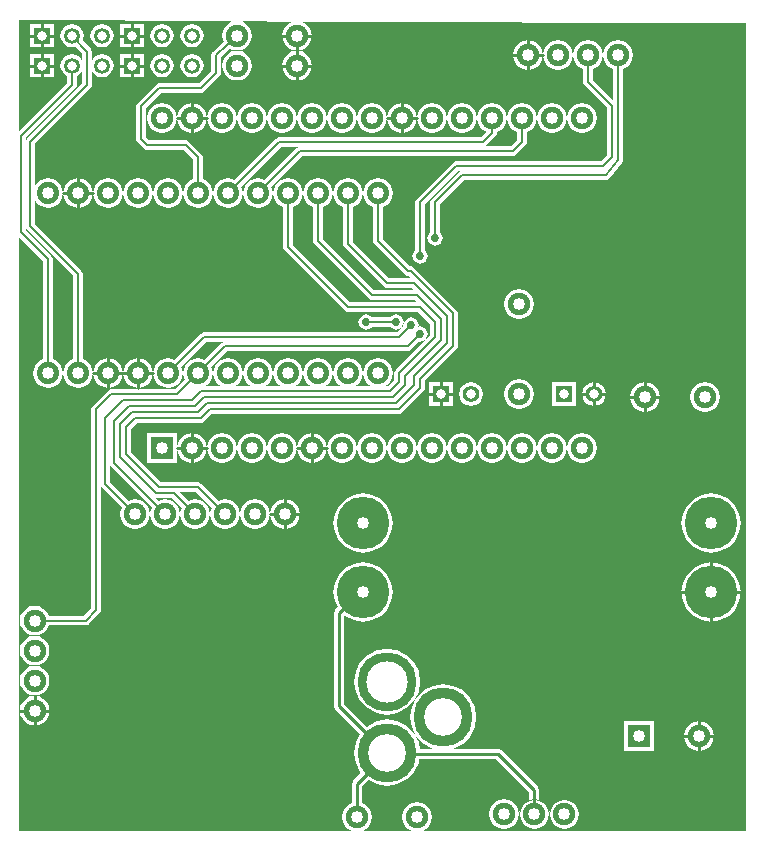
<source format=gbl>
G04 -- Generated By PCBWeb Designer*
%FSLAX24Y24*%
%MOIN*%
%OFA0B0*%
%SFA1.0B1.0*%
%AMROTRECT*21,1,$1,$2,0,0,$3*%
%AMROTOBLONG*1,1,$7,$1,$2*1,1,$7,$3,$4*21,1,$5,$6,0,0,$8*%
%ADD10C,0.025*%
%ADD11R,0.055X0.055*%
%ADD12C,0.033*%
%ADD13R,0.065X0.065*%
%ADD14C,0.055*%
%ADD15C,0.033*%
%ADD16C,0.065*%
%ADD17C,0.01*%
%ADD18C,0.008*%
%ADD19C,0.024*%
%ADD20R,0.0532X0.0532*%
%ADD21C,0.0315*%
%ADD22R,0.0632X0.0632*%
%ADD23C,0.0532*%
%ADD24C,0.0632*%
%ADD25C,0.075*%
%ADD26C,0.04*%
%ADD27C,0.085*%
%ADD28R,0.075X0.075*%
%ADD29R,0.085X0.085*%
%ADD30C,0.026*%
%ADD31C,0.074*%
%ADD32C,0.084*%
%ADD33C,0.0048*%
%ADD34C,0.0208*%
%ADD35C,0.175*%
%ADD36C,0.185*%
%ADD37C,0.1969*%
%ADD38C,0.1378*%
%ADD39C,0.2069*%
%ADD40C,0.126*%
%ADD41R,0.02X0.04*%
%ADD42R,0.03X0.05*%
%ADD43C,0.001*%
%ADD44C,0.0*%
%ADD45C,0.0275*%
G01*
%LNBASEFILL*%
%LPD*%
G36*
X460Y23334D02*
X487Y23313D01*
X2113Y24987D01*
X460Y23334D01*
G37*
G36*
X2340Y25166D02*
X2113Y24987D01*
X487Y23313D01*
X2340Y25166D01*
G37*
G36*
X2340Y25166D02*
X2139Y25020D01*
X2113Y24987D01*
X2340Y25166D01*
G37*
G36*
X2340Y25166D02*
X2155Y25059D01*
X2139Y25020D01*
X2340Y25166D01*
G37*
G36*
X2340Y25166D02*
X2160Y25100D01*
X2155Y25059D01*
X2340Y25166D01*
G37*
G36*
X2160Y25404D02*
X2160Y25100D01*
X2340Y25166D01*
X2160Y25404D01*
G37*
G36*
X2227Y25438D02*
X2160Y25404D01*
X2340Y25166D01*
X2227Y25438D01*
G37*
G36*
X2312Y25523D02*
X2227Y25438D01*
X2340Y25166D01*
X2312Y25523D01*
G37*
G36*
X2312Y25523D02*
X2340Y25166D01*
X2340Y25578D01*
X2312Y25523D01*
G37*
G36*
X460Y23334D02*
X461Y23280D01*
X487Y23313D01*
X460Y23334D01*
G37*
G36*
X460Y23334D02*
X460Y23277D01*
X461Y23280D01*
X460Y23334D01*
G37*
G36*
X7375Y27225D02*
X245Y27254D01*
X4385Y27135D01*
X7375Y27225D01*
G37*
G36*
X245Y27254D02*
X3615Y27135D01*
X4385Y27135D01*
X245Y27254D01*
G37*
G36*
X245Y27254D02*
X3000Y27135D01*
X3615Y27135D01*
X245Y27254D01*
G37*
G36*
X3000Y27135D02*
X3119Y27116D01*
X3615Y27135D01*
X3000Y27135D01*
G37*
G36*
X3119Y27116D02*
X3226Y27061D01*
X3615Y27135D01*
X3119Y27116D01*
G37*
G36*
X3226Y27061D02*
X3311Y26976D01*
X3615Y27135D01*
X3226Y27061D01*
G37*
G36*
X3311Y26976D02*
X3366Y26869D01*
X3615Y27135D01*
X3311Y26976D01*
G37*
G36*
X3366Y26869D02*
X3385Y26750D01*
X3615Y27135D01*
X3366Y26869D01*
G37*
G36*
X3385Y26750D02*
X3615Y26365D01*
X3615Y27135D01*
X3385Y26750D01*
G37*
G36*
X3385Y26750D02*
X3366Y26631D01*
X3615Y26365D01*
X3385Y26750D01*
G37*
G36*
X3366Y26631D02*
X3311Y26524D01*
X3615Y26365D01*
X3366Y26631D01*
G37*
G36*
X3311Y26524D02*
X3226Y26439D01*
X3615Y26365D01*
X3311Y26524D01*
G37*
G36*
X3226Y26439D02*
X3227Y26062D01*
X3615Y26365D01*
X3226Y26439D01*
G37*
G36*
X3615Y26365D02*
X3227Y26062D01*
X3615Y26135D01*
X3615Y26365D01*
G37*
G36*
X3227Y26062D02*
X3312Y25977D01*
X3615Y26135D01*
X3227Y26062D01*
G37*
G36*
X3312Y25977D02*
X3367Y25869D01*
X3615Y26135D01*
X3312Y25977D01*
G37*
G36*
X3367Y25869D02*
X3386Y25750D01*
X3615Y26135D01*
X3367Y25869D01*
G37*
G36*
X3386Y25750D02*
X3615Y25365D01*
X3615Y26135D01*
X3386Y25750D01*
G37*
G36*
X3386Y25750D02*
X3367Y25631D01*
X3615Y25365D01*
X3386Y25750D01*
G37*
G36*
X3367Y25631D02*
X3312Y25523D01*
X3615Y25365D01*
X3367Y25631D01*
G37*
G36*
X3312Y25523D02*
X3227Y25438D01*
X3615Y25365D01*
X3312Y25523D01*
G37*
G36*
X3227Y25438D02*
X3119Y25383D01*
X3615Y25365D01*
X3227Y25438D01*
G37*
G36*
X3615Y25365D02*
X3119Y25383D01*
X4145Y24441D01*
X3615Y25365D01*
G37*
G36*
X3119Y25383D02*
X3000Y25364D01*
X4145Y24441D01*
X3119Y25383D01*
G37*
G36*
X2639Y25020D02*
X4145Y24441D01*
X3000Y25364D01*
X2639Y25020D01*
G37*
G36*
X2639Y25020D02*
X3000Y25364D01*
X2655Y25059D01*
X2639Y25020D01*
G37*
G36*
X2655Y25059D02*
X3000Y25364D01*
X2660Y25100D01*
X2655Y25059D01*
G37*
G36*
X2881Y25383D02*
X2660Y25100D01*
X3000Y25364D01*
X2881Y25383D01*
G37*
G36*
X2773Y25438D02*
X2660Y25100D01*
X2881Y25383D01*
X2773Y25438D01*
G37*
G36*
X2688Y25523D02*
X2660Y25100D01*
X2773Y25438D01*
X2688Y25523D01*
G37*
G36*
X2660Y25578D02*
X2660Y25100D01*
X2688Y25523D01*
X2660Y25578D01*
G37*
G36*
X4145Y24441D02*
X2639Y25020D01*
X4140Y24400D01*
X4145Y24441D01*
G37*
G36*
X4140Y24400D02*
X2639Y25020D01*
X4140Y23300D01*
X4140Y24400D01*
G37*
G36*
X2639Y25020D02*
X2613Y24987D01*
X4140Y23300D01*
X2639Y25020D01*
G37*
G36*
X3049Y21965D02*
X4140Y23300D01*
X2613Y24987D01*
X3049Y21965D01*
G37*
G36*
X3049Y21965D02*
X2613Y24987D01*
X2351Y21965D01*
X3049Y21965D01*
G37*
G36*
X2200Y21989D02*
X2351Y21965D01*
X2613Y24987D01*
X2200Y21989D01*
G37*
G36*
X760Y23134D02*
X2200Y21989D01*
X2613Y24987D01*
X760Y23134D01*
G37*
G36*
X760Y23134D02*
X2049Y21965D01*
X2200Y21989D01*
X760Y23134D01*
G37*
G36*
X2049Y21965D02*
X760Y23134D01*
X1351Y21966D01*
X2049Y21965D01*
G37*
G36*
X760Y23134D02*
X1200Y21990D01*
X1351Y21966D01*
X760Y23134D01*
G37*
G36*
X760Y23134D02*
X1049Y21966D01*
X1200Y21990D01*
X760Y23134D01*
G37*
G36*
X760Y23134D02*
X912Y21896D01*
X1049Y21966D01*
X760Y23134D01*
G37*
G36*
X760Y23134D02*
X804Y21788D01*
X912Y21896D01*
X760Y23134D01*
G37*
G36*
X760Y23134D02*
X760Y21702D01*
X804Y21788D01*
X760Y23134D01*
G37*
G36*
X2049Y21965D02*
X1351Y21966D01*
X1488Y21896D01*
X2049Y21965D01*
G37*
G36*
X1488Y21896D02*
X1913Y21896D01*
X2049Y21965D01*
X1488Y21896D01*
G37*
G36*
X1488Y21896D02*
X1596Y21788D01*
X1913Y21896D01*
X1488Y21896D01*
G37*
G36*
X1596Y21788D02*
X1804Y21787D01*
X1913Y21896D01*
X1596Y21788D01*
G37*
G36*
X1596Y21788D02*
X1666Y21651D01*
X1804Y21787D01*
X1596Y21788D01*
G37*
G36*
X1666Y21651D02*
X1735Y21651D01*
X1804Y21787D01*
X1666Y21651D01*
G37*
G36*
X1666Y21651D02*
X1690Y21500D01*
X1735Y21651D01*
X1666Y21651D01*
G37*
G36*
X1690Y21500D02*
X1711Y21500D01*
X1735Y21651D01*
X1690Y21500D01*
G37*
G36*
X1711Y21500D02*
X1690Y21500D01*
X1735Y21349D01*
X1711Y21500D01*
G37*
G36*
X1690Y21500D02*
X1666Y21349D01*
X1735Y21349D01*
X1690Y21500D01*
G37*
G36*
X1735Y21349D02*
X1666Y21349D01*
X1804Y21213D01*
X1735Y21349D01*
G37*
G36*
X1666Y21349D02*
X1596Y21212D01*
X1804Y21213D01*
X1666Y21349D01*
G37*
G36*
X1804Y21213D02*
X1596Y21212D01*
X1913Y21104D01*
X1804Y21213D01*
G37*
G36*
X1596Y21212D02*
X1488Y21104D01*
X1913Y21104D01*
X1596Y21212D01*
G37*
G36*
X1913Y21104D02*
X1488Y21104D01*
X2049Y21035D01*
X1913Y21104D01*
G37*
G36*
X1488Y21104D02*
X1351Y21034D01*
X2049Y21035D01*
X1488Y21104D01*
G37*
G36*
X760Y20466D02*
X2049Y21035D01*
X1351Y21034D01*
X760Y20466D01*
G37*
G36*
X760Y20466D02*
X1351Y21034D01*
X1200Y21010D01*
X760Y20466D01*
G37*
G36*
X1049Y21034D02*
X760Y20466D01*
X1200Y21010D01*
X1049Y21034D01*
G37*
G36*
X912Y21104D02*
X760Y20466D01*
X1049Y21034D01*
X912Y21104D01*
G37*
G36*
X804Y21212D02*
X760Y20466D01*
X912Y21104D01*
X804Y21212D01*
G37*
G36*
X760Y20466D02*
X804Y21212D01*
X760Y21298D01*
X760Y20466D01*
G37*
G36*
X760Y20466D02*
X2313Y18913D01*
X2049Y21035D01*
X760Y20466D01*
G37*
G36*
X2313Y18913D02*
X2200Y21011D01*
X2049Y21035D01*
X2313Y18913D01*
G37*
G36*
X2351Y21035D02*
X2200Y21011D01*
X2313Y18913D01*
X2351Y21035D01*
G37*
G36*
X2313Y18913D02*
X3049Y21035D01*
X2351Y21035D01*
X2313Y18913D01*
G37*
G36*
X2487Y21104D02*
X2351Y21035D01*
X3049Y21035D01*
X2487Y21104D01*
G37*
G36*
X2913Y21104D02*
X2487Y21104D01*
X3049Y21035D01*
X2913Y21104D01*
G37*
G36*
X2596Y21213D02*
X2487Y21104D01*
X2913Y21104D01*
X2596Y21213D01*
G37*
G36*
X2804Y21213D02*
X2596Y21213D01*
X2913Y21104D01*
X2804Y21213D01*
G37*
G36*
X2804Y21213D02*
X2735Y21349D01*
X2596Y21213D01*
X2804Y21213D01*
G37*
G36*
X2735Y21349D02*
X2665Y21349D01*
X2596Y21213D01*
X2735Y21349D01*
G37*
G36*
X2735Y21349D02*
X2711Y21500D01*
X2665Y21349D01*
X2735Y21349D01*
G37*
G36*
X2711Y21500D02*
X2689Y21500D01*
X2665Y21349D01*
X2711Y21500D01*
G37*
G36*
X2689Y21500D02*
X2711Y21500D01*
X2735Y21651D01*
X2689Y21500D01*
G37*
G36*
X2665Y21651D02*
X2689Y21500D01*
X2735Y21651D01*
X2665Y21651D01*
G37*
G36*
X2665Y21651D02*
X2735Y21651D01*
X2804Y21787D01*
X2665Y21651D01*
G37*
G36*
X2804Y21787D02*
X2596Y21787D01*
X2665Y21651D01*
X2804Y21787D01*
G37*
G36*
X2596Y21787D02*
X2804Y21787D01*
X2487Y21896D01*
X2596Y21787D01*
G37*
G36*
X2913Y21896D02*
X2487Y21896D01*
X2804Y21787D01*
X2913Y21896D01*
G37*
G36*
X2487Y21896D02*
X2913Y21896D01*
X3049Y21965D01*
X2487Y21896D01*
G37*
G36*
X2351Y21965D02*
X2487Y21896D01*
X3049Y21965D01*
X2351Y21965D01*
G37*
G36*
X3200Y21011D02*
X3049Y21035D01*
X2313Y18913D01*
X3200Y21011D01*
G37*
G36*
X2313Y18913D02*
X2339Y18880D01*
X3200Y21011D01*
X2313Y18913D01*
G37*
G36*
X3351Y21035D02*
X3200Y21011D01*
X2339Y18880D01*
X3351Y21035D01*
G37*
G36*
X2339Y18880D02*
X4049Y21035D01*
X3351Y21035D01*
X2339Y18880D01*
G37*
G36*
X3487Y21104D02*
X3351Y21035D01*
X4049Y21035D01*
X3487Y21104D01*
G37*
G36*
X3913Y21104D02*
X3487Y21104D01*
X4049Y21035D01*
X3913Y21104D01*
G37*
G36*
X3596Y21213D02*
X3487Y21104D01*
X3913Y21104D01*
X3596Y21213D01*
G37*
G36*
X3804Y21213D02*
X3596Y21213D01*
X3913Y21104D01*
X3804Y21213D01*
G37*
G36*
X3804Y21213D02*
X3735Y21349D01*
X3596Y21213D01*
X3804Y21213D01*
G37*
G36*
X3735Y21349D02*
X3665Y21349D01*
X3596Y21213D01*
X3735Y21349D01*
G37*
G36*
X3735Y21349D02*
X3711Y21500D01*
X3665Y21349D01*
X3735Y21349D01*
G37*
G36*
X3711Y21500D02*
X3689Y21500D01*
X3665Y21349D01*
X3711Y21500D01*
G37*
G36*
X3689Y21500D02*
X3711Y21500D01*
X3735Y21651D01*
X3689Y21500D01*
G37*
G36*
X3665Y21651D02*
X3689Y21500D01*
X3735Y21651D01*
X3665Y21651D01*
G37*
G36*
X3665Y21651D02*
X3735Y21651D01*
X3804Y21787D01*
X3665Y21651D01*
G37*
G36*
X3596Y21787D02*
X3665Y21651D01*
X3804Y21787D01*
X3596Y21787D01*
G37*
G36*
X3487Y21896D02*
X3596Y21787D01*
X3804Y21787D01*
X3487Y21896D01*
G37*
G36*
X3913Y21896D02*
X3487Y21896D01*
X3804Y21787D01*
X3913Y21896D01*
G37*
G36*
X3487Y21896D02*
X3913Y21896D01*
X4049Y21965D01*
X3487Y21896D01*
G37*
G36*
X3351Y21965D02*
X3487Y21896D01*
X4049Y21965D01*
X3351Y21965D01*
G37*
G36*
X4187Y23187D02*
X3351Y21965D01*
X4049Y21965D01*
X4187Y23187D01*
G37*
G36*
X4387Y22987D02*
X4187Y23187D01*
X4049Y21965D01*
X4387Y22987D01*
G37*
G36*
X4387Y22987D02*
X4049Y21965D01*
X4200Y21989D01*
X4387Y22987D01*
G37*
G36*
X4387Y22987D02*
X4200Y21989D01*
X4420Y22961D01*
X4387Y22987D01*
G37*
G36*
X4420Y22961D02*
X4200Y21989D01*
X4459Y22945D01*
X4420Y22961D01*
G37*
G36*
X4459Y22945D02*
X4200Y21989D01*
X4351Y21965D01*
X4459Y22945D01*
G37*
G36*
X4500Y22940D02*
X4459Y22945D01*
X4351Y21965D01*
X4500Y22940D01*
G37*
G36*
X4351Y21965D02*
X4487Y21896D01*
X4500Y22940D01*
X4351Y21965D01*
G37*
G36*
X4913Y21896D02*
X4500Y22940D01*
X4487Y21896D01*
X4913Y21896D01*
G37*
G36*
X4804Y21787D02*
X4913Y21896D01*
X4487Y21896D01*
X4804Y21787D01*
G37*
G36*
X4487Y21896D02*
X4596Y21787D01*
X4804Y21787D01*
X4487Y21896D01*
G37*
G36*
X4596Y21787D02*
X4665Y21651D01*
X4804Y21787D01*
X4596Y21787D01*
G37*
G36*
X4665Y21651D02*
X4735Y21651D01*
X4804Y21787D01*
X4665Y21651D01*
G37*
G36*
X4665Y21651D02*
X4689Y21500D01*
X4735Y21651D01*
X4665Y21651D01*
G37*
G36*
X4689Y21500D02*
X4711Y21500D01*
X4735Y21651D01*
X4689Y21500D01*
G37*
G36*
X4711Y21500D02*
X4689Y21500D01*
X4665Y21349D01*
X4711Y21500D01*
G37*
G36*
X4735Y21349D02*
X4711Y21500D01*
X4665Y21349D01*
X4735Y21349D01*
G37*
G36*
X4735Y21349D02*
X4665Y21349D01*
X4596Y21213D01*
X4735Y21349D01*
G37*
G36*
X4804Y21213D02*
X4735Y21349D01*
X4596Y21213D01*
X4804Y21213D01*
G37*
G36*
X4804Y21213D02*
X4596Y21213D01*
X4913Y21104D01*
X4804Y21213D01*
G37*
G36*
X4596Y21213D02*
X4487Y21104D01*
X4913Y21104D01*
X4596Y21213D01*
G37*
G36*
X4913Y21104D02*
X4487Y21104D01*
X5049Y21035D01*
X4913Y21104D01*
G37*
G36*
X4487Y21104D02*
X4351Y21035D01*
X5049Y21035D01*
X4487Y21104D01*
G37*
G36*
X6321Y16838D02*
X5049Y21035D01*
X4351Y21035D01*
X6321Y16838D01*
G37*
G36*
X6321Y16838D02*
X4351Y21035D01*
X4200Y21011D01*
X6321Y16838D01*
G37*
G36*
X4200Y21011D02*
X6288Y16812D01*
X6321Y16838D01*
X4200Y21011D01*
G37*
G36*
X6288Y16812D02*
X4200Y21011D01*
X2360Y18800D01*
X6288Y16812D01*
G37*
G36*
X2360Y18800D02*
X4200Y21011D01*
X2355Y18841D01*
X2360Y18800D01*
G37*
G36*
X2355Y18841D02*
X4200Y21011D01*
X4049Y21035D01*
X2355Y18841D01*
G37*
G36*
X2339Y18880D02*
X2355Y18841D01*
X4049Y21035D01*
X2339Y18880D01*
G37*
G36*
X6288Y16812D02*
X2360Y18800D01*
X4351Y15965D01*
X6288Y16812D01*
G37*
G36*
X2360Y18800D02*
X4200Y15989D01*
X4351Y15965D01*
X2360Y18800D01*
G37*
G36*
X4049Y15965D02*
X4200Y15989D01*
X2360Y18800D01*
X4049Y15965D01*
G37*
G36*
X2360Y18800D02*
X3351Y15965D01*
X4049Y15965D01*
X2360Y18800D01*
G37*
G36*
X3351Y15965D02*
X3487Y15896D01*
X4049Y15965D01*
X3351Y15965D01*
G37*
G36*
X3487Y15896D02*
X3913Y15896D01*
X4049Y15965D01*
X3487Y15896D01*
G37*
G36*
X3913Y15896D02*
X3487Y15896D01*
X3804Y15787D01*
X3913Y15896D01*
G37*
G36*
X3487Y15896D02*
X3596Y15787D01*
X3804Y15787D01*
X3487Y15896D01*
G37*
G36*
X3596Y15787D02*
X3665Y15651D01*
X3804Y15787D01*
X3596Y15787D01*
G37*
G36*
X3665Y15651D02*
X3735Y15651D01*
X3804Y15787D01*
X3665Y15651D01*
G37*
G36*
X3665Y15651D02*
X3689Y15500D01*
X3735Y15651D01*
X3665Y15651D01*
G37*
G36*
X3689Y15500D02*
X3711Y15500D01*
X3735Y15651D01*
X3689Y15500D01*
G37*
G36*
X3711Y15500D02*
X3689Y15500D01*
X3665Y15349D01*
X3711Y15500D01*
G37*
G36*
X3735Y15349D02*
X3711Y15500D01*
X3665Y15349D01*
X3735Y15349D01*
G37*
G36*
X3735Y15349D02*
X3665Y15349D01*
X3596Y15213D01*
X3735Y15349D01*
G37*
G36*
X3804Y15213D02*
X3735Y15349D01*
X3596Y15213D01*
X3804Y15213D01*
G37*
G36*
X3804Y15213D02*
X3596Y15213D01*
X3913Y15104D01*
X3804Y15213D01*
G37*
G36*
X3596Y15213D02*
X3487Y15104D01*
X3913Y15104D01*
X3596Y15213D01*
G37*
G36*
X3300Y14959D02*
X3913Y15104D01*
X3487Y15104D01*
X3300Y14959D01*
G37*
G36*
X3300Y14959D02*
X3487Y15104D01*
X3351Y15035D01*
X3300Y14959D01*
G37*
G36*
X3351Y15035D02*
X3200Y15011D01*
X3300Y14959D01*
X3351Y15035D01*
G37*
G36*
X3200Y15011D02*
X3259Y14954D01*
X3300Y14959D01*
X3200Y15011D01*
G37*
G36*
X3200Y15011D02*
X3221Y14938D01*
X3259Y14954D01*
X3200Y15011D01*
G37*
G36*
X3200Y15011D02*
X3188Y14912D01*
X3221Y14938D01*
X3200Y15011D01*
G37*
G36*
X3200Y15011D02*
X3049Y15035D01*
X3188Y14912D01*
X3200Y15011D01*
G37*
G36*
X3188Y14912D02*
X3049Y15035D01*
X2688Y14412D01*
X3188Y14912D01*
G37*
G36*
X3049Y15035D02*
X2913Y15104D01*
X2688Y14412D01*
X3049Y15035D01*
G37*
G36*
X2688Y14412D02*
X2913Y15104D01*
X2488Y15104D01*
X2688Y14412D01*
G37*
G36*
X2596Y15212D02*
X2488Y15104D01*
X2913Y15104D01*
X2596Y15212D01*
G37*
G36*
X2804Y15213D02*
X2596Y15212D01*
X2913Y15104D01*
X2804Y15213D01*
G37*
G36*
X2666Y15349D02*
X2596Y15212D01*
X2804Y15213D01*
X2666Y15349D01*
G37*
G36*
X2735Y15349D02*
X2666Y15349D01*
X2804Y15213D01*
X2735Y15349D01*
G37*
G36*
X2690Y15500D02*
X2666Y15349D01*
X2735Y15349D01*
X2690Y15500D01*
G37*
G36*
X2711Y15500D02*
X2690Y15500D01*
X2735Y15349D01*
X2711Y15500D01*
G37*
G36*
X2690Y15500D02*
X2711Y15500D01*
X2735Y15651D01*
X2690Y15500D01*
G37*
G36*
X2666Y15651D02*
X2690Y15500D01*
X2735Y15651D01*
X2666Y15651D01*
G37*
G36*
X2666Y15651D02*
X2735Y15651D01*
X2804Y15787D01*
X2666Y15651D01*
G37*
G36*
X2596Y15788D02*
X2666Y15651D01*
X2804Y15787D01*
X2596Y15788D01*
G37*
G36*
X2596Y15788D02*
X2804Y15787D01*
X2913Y15896D01*
X2596Y15788D01*
G37*
G36*
X2488Y15896D02*
X2596Y15788D01*
X2913Y15896D01*
X2488Y15896D01*
G37*
G36*
X2360Y15962D02*
X2488Y15896D01*
X2913Y15896D01*
X2360Y15962D01*
G37*
G36*
X3049Y15965D02*
X2360Y15962D01*
X2913Y15896D01*
X3049Y15965D01*
G37*
G36*
X3049Y15965D02*
X2360Y18800D01*
X2360Y15962D01*
X3049Y15965D01*
G37*
G36*
X3200Y15989D02*
X2360Y18800D01*
X3049Y15965D01*
X3200Y15989D01*
G37*
G36*
X2360Y18800D02*
X3200Y15989D01*
X3351Y15965D01*
X2360Y18800D01*
G37*
G36*
X2351Y15034D02*
X2688Y14412D01*
X2488Y15104D01*
X2351Y15034D01*
G37*
G36*
X2688Y14412D02*
X2351Y15034D01*
X2662Y14379D01*
X2688Y14412D01*
G37*
G36*
X2351Y15034D02*
X2200Y15010D01*
X2662Y14379D01*
X2351Y15034D01*
G37*
G36*
X2200Y15010D02*
X2646Y14341D01*
X2662Y14379D01*
X2200Y15010D01*
G37*
G36*
X2646Y14341D02*
X2200Y15010D01*
X2049Y15034D01*
X2646Y14341D01*
G37*
G36*
X2646Y14341D02*
X2049Y15034D01*
X2641Y14300D01*
X2646Y14341D01*
G37*
G36*
X2641Y14300D02*
X2049Y15034D01*
X1351Y15034D01*
X2641Y14300D01*
G37*
G36*
X1488Y15104D02*
X1351Y15034D01*
X2049Y15034D01*
X1488Y15104D01*
G37*
G36*
X1912Y15104D02*
X1488Y15104D01*
X2049Y15034D01*
X1912Y15104D01*
G37*
G36*
X1596Y15212D02*
X1488Y15104D01*
X1912Y15104D01*
X1596Y15212D01*
G37*
G36*
X1804Y15212D02*
X1596Y15212D01*
X1912Y15104D01*
X1804Y15212D01*
G37*
G36*
X1804Y15212D02*
X1734Y15349D01*
X1596Y15212D01*
X1804Y15212D01*
G37*
G36*
X1734Y15349D02*
X1666Y15349D01*
X1596Y15212D01*
X1734Y15349D01*
G37*
G36*
X1734Y15349D02*
X1710Y15500D01*
X1666Y15349D01*
X1734Y15349D01*
G37*
G36*
X1710Y15500D02*
X1690Y15500D01*
X1666Y15349D01*
X1710Y15500D01*
G37*
G36*
X1690Y15500D02*
X1710Y15500D01*
X1734Y15651D01*
X1690Y15500D01*
G37*
G36*
X1666Y15651D02*
X1690Y15500D01*
X1734Y15651D01*
X1666Y15651D01*
G37*
G36*
X1666Y15651D02*
X1734Y15651D01*
X1804Y15788D01*
X1666Y15651D01*
G37*
G36*
X1596Y15788D02*
X1666Y15651D01*
X1804Y15788D01*
X1596Y15788D01*
G37*
G36*
X1596Y15788D02*
X1804Y15788D01*
X1912Y15896D01*
X1596Y15788D01*
G37*
G36*
X1488Y15896D02*
X1596Y15788D01*
X1912Y15896D01*
X1488Y15896D01*
G37*
G36*
X1488Y15896D02*
X1912Y15896D01*
X2040Y15962D01*
X1488Y15896D01*
G37*
G36*
X2040Y15962D02*
X1360Y15962D01*
X1488Y15896D01*
X2040Y15962D01*
G37*
G36*
X2040Y18734D02*
X1360Y15962D01*
X2040Y15962D01*
X2040Y18734D01*
G37*
G36*
X1360Y15962D02*
X2040Y18734D01*
X1360Y19300D01*
X1360Y15962D01*
G37*
G36*
X1355Y19341D02*
X1360Y19300D01*
X2040Y18734D01*
X1355Y19341D01*
G37*
G36*
X1339Y19380D02*
X1355Y19341D01*
X2040Y18734D01*
X1339Y19380D01*
G37*
G36*
X1313Y19413D02*
X1339Y19380D01*
X2040Y18734D01*
X1313Y19413D01*
G37*
G36*
X2040Y18734D02*
X1313Y19413D01*
X1313Y19413D01*
X2040Y18734D01*
G37*
G36*
X2040Y18734D02*
X487Y20287D01*
X1313Y19413D01*
X2040Y18734D01*
G37*
G36*
X487Y20287D02*
X460Y20266D01*
X1313Y19413D01*
X487Y20287D01*
G37*
G36*
X461Y20320D02*
X460Y20266D01*
X487Y20287D01*
X461Y20320D01*
G37*
G36*
X460Y20323D02*
X460Y20266D01*
X461Y20320D01*
X460Y20323D01*
G37*
G36*
X2641Y14300D02*
X1351Y15034D01*
X1200Y15010D01*
X2641Y14300D01*
G37*
G36*
X1200Y15010D02*
X1049Y15034D01*
X2641Y14300D01*
X1200Y15010D01*
G37*
G36*
X2641Y14300D02*
X1049Y15034D01*
X750Y7744D01*
X2641Y14300D01*
G37*
G36*
X1049Y15034D02*
X597Y7720D01*
X750Y7744D01*
X1049Y15034D01*
G37*
G36*
X1049Y15034D02*
X912Y15104D01*
X597Y7720D01*
X1049Y15034D01*
G37*
G36*
X912Y15104D02*
X804Y15212D01*
X597Y7720D01*
X912Y15104D01*
G37*
G36*
X597Y7720D02*
X804Y15212D01*
X460Y7650D01*
X597Y7720D01*
G37*
G36*
X804Y15212D02*
X734Y15349D01*
X460Y7650D01*
X804Y15212D01*
G37*
G36*
X734Y15349D02*
X710Y15500D01*
X460Y7650D01*
X734Y15349D01*
G37*
G36*
X460Y7650D02*
X710Y15500D01*
X350Y7540D01*
X460Y7650D01*
G37*
G36*
X350Y7540D02*
X710Y15500D01*
X280Y7403D01*
X350Y7540D01*
G37*
G36*
X710Y15500D02*
X256Y7250D01*
X280Y7403D01*
X710Y15500D01*
G37*
G36*
X710Y15500D02*
X245Y20029D01*
X256Y7250D01*
X710Y15500D01*
G37*
G36*
X256Y6250D02*
X256Y7250D01*
X245Y20029D01*
X256Y6250D01*
G37*
G36*
X245Y20029D02*
X256Y5250D01*
X256Y6250D01*
X245Y20029D01*
G37*
G36*
X256Y6250D02*
X256Y5250D01*
X280Y6097D01*
X256Y6250D01*
G37*
G36*
X256Y5250D02*
X280Y5403D01*
X280Y6097D01*
X256Y5250D01*
G37*
G36*
X280Y6097D02*
X280Y5403D01*
X350Y5540D01*
X280Y6097D01*
G37*
G36*
X350Y5960D02*
X280Y6097D01*
X350Y5540D01*
X350Y5960D01*
G37*
G36*
X350Y5960D02*
X350Y5540D01*
X460Y5650D01*
X350Y5960D01*
G37*
G36*
X460Y5850D02*
X350Y5960D01*
X460Y5650D01*
X460Y5850D01*
G37*
G36*
X460Y5850D02*
X460Y5650D01*
X597Y5720D01*
X460Y5850D01*
G37*
G36*
X597Y5780D02*
X460Y5850D01*
X597Y5720D01*
X597Y5780D01*
G37*
G36*
X597Y5780D02*
X597Y5720D01*
X750Y5744D01*
X597Y5780D01*
G37*
G36*
X750Y5756D02*
X597Y5780D01*
X750Y5744D01*
X750Y5756D01*
G37*
G36*
X903Y5780D02*
X750Y5756D01*
X750Y5744D01*
X903Y5780D01*
G37*
G36*
X903Y5780D02*
X750Y5744D01*
X903Y5720D01*
X903Y5780D01*
G37*
G36*
X903Y5780D02*
X903Y5720D01*
X1040Y5650D01*
X903Y5780D01*
G37*
G36*
X903Y5780D02*
X1040Y5650D01*
X1040Y5850D01*
X903Y5780D01*
G37*
G36*
X1150Y5960D02*
X1040Y5850D01*
X1040Y5650D01*
X1150Y5960D01*
G37*
G36*
X1150Y5960D02*
X1040Y5650D01*
X1150Y5540D01*
X1150Y5960D01*
G37*
G36*
X1220Y6097D02*
X1150Y5960D01*
X1150Y5540D01*
X1220Y6097D01*
G37*
G36*
X1220Y6097D02*
X1150Y5540D01*
X1220Y5403D01*
X1220Y6097D01*
G37*
G36*
X2450Y7091D02*
X1220Y6097D01*
X1220Y5403D01*
X2450Y7091D01*
G37*
G36*
X1220Y5403D02*
X1244Y5250D01*
X2450Y7091D01*
X1220Y5403D01*
G37*
G36*
X2491Y7096D02*
X2450Y7091D01*
X1244Y5250D01*
X2491Y7096D01*
G37*
G36*
X2491Y7096D02*
X1244Y5250D01*
X1244Y4250D01*
X2491Y7096D01*
G37*
G36*
X1220Y5097D02*
X1244Y4250D01*
X1244Y5250D01*
X1220Y5097D01*
G37*
G36*
X1220Y5097D02*
X1220Y4403D01*
X1244Y4250D01*
X1220Y5097D01*
G37*
G36*
X1220Y5097D02*
X1150Y4540D01*
X1220Y4403D01*
X1220Y5097D01*
G37*
G36*
X1220Y5097D02*
X1150Y4960D01*
X1150Y4540D01*
X1220Y5097D01*
G37*
G36*
X1150Y4960D02*
X1040Y4650D01*
X1150Y4540D01*
X1150Y4960D01*
G37*
G36*
X1150Y4960D02*
X1040Y4850D01*
X1040Y4650D01*
X1150Y4960D01*
G37*
G36*
X903Y4780D02*
X1040Y4650D01*
X1040Y4850D01*
X903Y4780D01*
G37*
G36*
X903Y4780D02*
X903Y4720D01*
X1040Y4650D01*
X903Y4780D01*
G37*
G36*
X903Y4780D02*
X750Y4744D01*
X903Y4720D01*
X903Y4780D01*
G37*
G36*
X903Y4780D02*
X750Y4756D01*
X750Y4744D01*
X903Y4780D01*
G37*
G36*
X750Y4756D02*
X597Y4780D01*
X750Y4744D01*
X750Y4756D01*
G37*
G36*
X597Y4780D02*
X597Y4720D01*
X750Y4744D01*
X597Y4780D01*
G37*
G36*
X597Y4780D02*
X460Y4850D01*
X597Y4720D01*
X597Y4780D01*
G37*
G36*
X460Y4850D02*
X460Y4650D01*
X597Y4720D01*
X460Y4850D01*
G37*
G36*
X460Y4850D02*
X350Y4960D01*
X460Y4650D01*
X460Y4850D01*
G37*
G36*
X350Y4960D02*
X350Y4540D01*
X460Y4650D01*
X350Y4960D01*
G37*
G36*
X350Y4960D02*
X280Y5097D01*
X350Y4540D01*
X350Y4960D01*
G37*
G36*
X280Y5097D02*
X280Y4403D01*
X350Y4540D01*
X280Y5097D01*
G37*
G36*
X256Y4250D02*
X280Y4403D01*
X280Y5097D01*
X256Y4250D01*
G37*
G36*
X256Y5250D02*
X256Y4250D01*
X280Y5097D01*
X256Y5250D01*
G37*
G36*
X256Y4250D02*
X256Y5250D01*
X245Y20029D01*
X256Y4250D01*
G37*
G36*
X245Y245D02*
X256Y4250D01*
X245Y20029D01*
X245Y245D01*
G37*
G36*
X280Y4097D02*
X256Y4250D01*
X245Y245D01*
X280Y4097D01*
G37*
G36*
X280Y4097D02*
X245Y245D01*
X350Y3960D01*
X280Y4097D01*
G37*
G36*
X350Y3960D02*
X245Y245D01*
X460Y3850D01*
X350Y3960D01*
G37*
G36*
X460Y3850D02*
X245Y245D01*
X597Y3780D01*
X460Y3850D01*
G37*
G36*
X597Y3780D02*
X245Y245D01*
X750Y3756D01*
X597Y3780D01*
G37*
G36*
X903Y3780D02*
X750Y3756D01*
X245Y245D01*
X903Y3780D01*
G37*
G36*
X11005Y700D02*
X903Y3780D01*
X245Y245D01*
X11005Y700D01*
G37*
G36*
X11005Y700D02*
X245Y245D01*
X11029Y547D01*
X11005Y700D01*
G37*
G36*
X11029Y547D02*
X245Y245D01*
X11100Y409D01*
X11029Y547D01*
G37*
G36*
X11100Y409D02*
X245Y245D01*
X11209Y300D01*
X11100Y409D01*
G37*
G36*
X11209Y300D02*
X245Y245D01*
X11316Y245D01*
X11209Y300D01*
G37*
G36*
X11005Y700D02*
X1040Y3850D01*
X903Y3780D01*
X11005Y700D01*
G37*
G36*
X11005Y700D02*
X1150Y3960D01*
X1040Y3850D01*
X11005Y700D01*
G37*
G36*
X11029Y853D02*
X1150Y3960D01*
X11005Y700D01*
X11029Y853D01*
G37*
G36*
X1220Y4097D02*
X1150Y3960D01*
X11029Y853D01*
X1220Y4097D01*
G37*
G36*
X1220Y4097D02*
X11029Y853D01*
X10753Y4315D01*
X1220Y4097D01*
G37*
G36*
X10753Y4315D02*
X11029Y853D01*
X11336Y1844D01*
X10753Y4315D01*
G37*
G36*
X11336Y1844D02*
X11029Y853D01*
X11330Y1800D01*
X11336Y1844D01*
G37*
G36*
X11100Y991D02*
X11330Y1800D01*
X11029Y853D01*
X11100Y991D01*
G37*
G36*
X11330Y1800D02*
X11100Y991D01*
X11209Y1100D01*
X11330Y1800D01*
G37*
G36*
X11209Y1100D02*
X11330Y1162D01*
X11330Y1800D01*
X11209Y1100D01*
G37*
G36*
X10753Y4315D02*
X11336Y1844D01*
X10780Y4280D01*
X10753Y4315D01*
G37*
G36*
X11396Y2851D02*
X10780Y4280D01*
X11336Y1844D01*
X11396Y2851D01*
G37*
G36*
X11353Y1885D02*
X11396Y2851D01*
X11336Y1844D01*
X11353Y1885D01*
G37*
G36*
X11450Y2510D02*
X11396Y2851D01*
X11353Y1885D01*
X11450Y2510D01*
G37*
G36*
X11450Y2510D02*
X11353Y1885D01*
X11380Y1920D01*
X11450Y2510D01*
G37*
G36*
X11450Y2510D02*
X11380Y1920D01*
X11607Y2202D01*
X11450Y2510D01*
G37*
G36*
X11607Y2202D02*
X11380Y1920D01*
X11634Y2175D01*
X11607Y2202D01*
G37*
G36*
X10780Y4280D02*
X11396Y2851D01*
X11450Y3192D01*
X10780Y4280D01*
G37*
G36*
X10780Y4280D02*
X11450Y3192D01*
X11591Y3469D01*
X10780Y4280D01*
G37*
G36*
X10753Y4315D02*
X10736Y4356D01*
X1220Y4097D01*
X10753Y4315D01*
G37*
G36*
X1244Y4250D02*
X1220Y4097D01*
X10736Y4356D01*
X1244Y4250D01*
G37*
G36*
X10730Y4400D02*
X1244Y4250D01*
X10736Y4356D01*
X10730Y4400D01*
G37*
G36*
X10730Y4400D02*
X2562Y7138D01*
X1244Y4250D01*
X10730Y4400D01*
G37*
G36*
X1244Y4250D02*
X2562Y7138D01*
X2529Y7112D01*
X1244Y4250D01*
G37*
G36*
X1244Y4250D02*
X2529Y7112D01*
X2491Y7096D01*
X1244Y4250D01*
G37*
G36*
X2912Y7488D02*
X2562Y7138D01*
X10730Y4400D01*
X2912Y7488D01*
G37*
G36*
X2912Y7488D02*
X10730Y4400D01*
X2938Y7521D01*
X2912Y7488D01*
G37*
G36*
X10730Y4400D02*
X2954Y7559D01*
X2938Y7521D01*
X10730Y4400D01*
G37*
G36*
X10730Y7500D02*
X2954Y7559D01*
X10730Y4400D01*
X10730Y7500D01*
G37*
G36*
X5100Y10306D02*
X2954Y7559D01*
X10730Y7500D01*
X5100Y10306D01*
G37*
G36*
X10705Y8200D02*
X5100Y10306D01*
X10730Y7500D01*
X10705Y8200D01*
G37*
G36*
X10705Y8200D02*
X10730Y7500D01*
X10736Y7544D01*
X10705Y8200D01*
G37*
G36*
X10754Y7893D02*
X10705Y8200D01*
X10736Y7544D01*
X10754Y7893D01*
G37*
G36*
X10754Y7893D02*
X10736Y7544D01*
X10753Y7585D01*
X10754Y7893D01*
G37*
G36*
X10754Y7893D02*
X10753Y7585D01*
X10780Y7620D01*
X10754Y7893D01*
G37*
G36*
X10754Y7893D02*
X10780Y7620D01*
X10854Y7695D01*
X10754Y7893D01*
G37*
G36*
X10754Y8507D02*
X5100Y10306D01*
X10705Y8200D01*
X10754Y8507D01*
G37*
G36*
X10754Y8507D02*
X6100Y10306D01*
X5100Y10306D01*
X10754Y8507D01*
G37*
G36*
X5253Y10330D02*
X5100Y10306D01*
X6100Y10306D01*
X5253Y10330D01*
G37*
G36*
X5947Y10330D02*
X5253Y10330D01*
X6100Y10306D01*
X5947Y10330D01*
G37*
G36*
X5390Y10400D02*
X5253Y10330D01*
X5947Y10330D01*
X5390Y10400D01*
G37*
G36*
X5810Y10400D02*
X5390Y10400D01*
X5947Y10330D01*
X5810Y10400D01*
G37*
G36*
X5500Y10510D02*
X5390Y10400D01*
X5810Y10400D01*
X5500Y10510D01*
G37*
G36*
X5700Y10510D02*
X5500Y10510D01*
X5810Y10400D01*
X5700Y10510D01*
G37*
G36*
X5570Y10647D02*
X5500Y10510D01*
X5700Y10510D01*
X5570Y10647D01*
G37*
G36*
X5630Y10647D02*
X5570Y10647D01*
X5700Y10510D01*
X5630Y10647D01*
G37*
G36*
X5594Y10800D02*
X5570Y10647D01*
X5630Y10647D01*
X5594Y10800D01*
G37*
G36*
X5606Y10800D02*
X5594Y10800D01*
X5630Y10647D01*
X5606Y10800D01*
G37*
G36*
X5570Y10953D02*
X5594Y10800D01*
X5606Y10800D01*
X5570Y10953D01*
G37*
G36*
X5630Y10953D02*
X5570Y10953D01*
X5606Y10800D01*
X5630Y10953D01*
G37*
G36*
X5661Y11014D02*
X5570Y10953D01*
X5630Y10953D01*
X5661Y11014D01*
G37*
G36*
X5661Y11014D02*
X5500Y11090D01*
X5570Y10953D01*
X5661Y11014D01*
G37*
G36*
X5334Y11341D02*
X5500Y11090D01*
X5661Y11014D01*
X5334Y11341D01*
G37*
G36*
X5334Y11341D02*
X5390Y11200D01*
X5500Y11090D01*
X5334Y11341D01*
G37*
G36*
X5334Y11341D02*
X5253Y11270D01*
X5390Y11200D01*
X5334Y11341D01*
G37*
G36*
X5100Y11294D02*
X5253Y11270D01*
X5334Y11341D01*
X5100Y11294D01*
G37*
G36*
X5334Y11341D02*
X4800Y11341D01*
X5100Y11294D01*
X5334Y11341D01*
G37*
G36*
X4800Y11341D02*
X4947Y11270D01*
X5100Y11294D01*
X4800Y11341D01*
G37*
G36*
X4800Y11341D02*
X4886Y11239D01*
X4947Y11270D01*
X4800Y11341D01*
G37*
G36*
X4800Y11341D02*
X4783Y11342D01*
X4886Y11239D01*
X4800Y11341D01*
G37*
G36*
X4784Y11343D02*
X4783Y11342D01*
X4800Y11341D01*
X4784Y11343D01*
G37*
G36*
X10754Y8507D02*
X7100Y10306D01*
X6100Y10306D01*
X10754Y8507D01*
G37*
G36*
X6253Y10330D02*
X6100Y10306D01*
X7100Y10306D01*
X6253Y10330D01*
G37*
G36*
X6947Y10330D02*
X6253Y10330D01*
X7100Y10306D01*
X6947Y10330D01*
G37*
G36*
X6390Y10400D02*
X6253Y10330D01*
X6947Y10330D01*
X6390Y10400D01*
G37*
G36*
X6810Y10400D02*
X6390Y10400D01*
X6947Y10330D01*
X6810Y10400D01*
G37*
G36*
X6500Y10510D02*
X6390Y10400D01*
X6810Y10400D01*
X6500Y10510D01*
G37*
G36*
X6700Y10510D02*
X6500Y10510D01*
X6810Y10400D01*
X6700Y10510D01*
G37*
G36*
X6570Y10647D02*
X6500Y10510D01*
X6700Y10510D01*
X6570Y10647D01*
G37*
G36*
X6630Y10647D02*
X6570Y10647D01*
X6700Y10510D01*
X6630Y10647D01*
G37*
G36*
X6594Y10800D02*
X6570Y10647D01*
X6630Y10647D01*
X6594Y10800D01*
G37*
G36*
X6606Y10800D02*
X6594Y10800D01*
X6630Y10647D01*
X6606Y10800D01*
G37*
G36*
X6570Y10953D02*
X6594Y10800D01*
X6606Y10800D01*
X6570Y10953D01*
G37*
G36*
X6630Y10953D02*
X6570Y10953D01*
X6606Y10800D01*
X6630Y10953D01*
G37*
G36*
X6661Y11014D02*
X6570Y10953D01*
X6630Y10953D01*
X6661Y11014D01*
G37*
G36*
X6661Y11014D02*
X6500Y11090D01*
X6570Y10953D01*
X6661Y11014D01*
G37*
G36*
X6661Y11014D02*
X6390Y11200D01*
X6500Y11090D01*
X6661Y11014D01*
G37*
G36*
X6661Y11014D02*
X6134Y11541D01*
X6390Y11200D01*
X6661Y11014D01*
G37*
G36*
X6134Y11541D02*
X6253Y11270D01*
X6390Y11200D01*
X6134Y11541D01*
G37*
G36*
X6134Y11541D02*
X6100Y11294D01*
X6253Y11270D01*
X6134Y11541D01*
G37*
G36*
X5947Y11270D02*
X6100Y11294D01*
X6134Y11541D01*
X5947Y11270D01*
G37*
G36*
X6134Y11541D02*
X5586Y11541D01*
X5947Y11270D01*
X6134Y11541D01*
G37*
G36*
X5586Y11541D02*
X5886Y11239D01*
X5947Y11270D01*
X5586Y11541D01*
G37*
G36*
X5586Y11541D02*
X5585Y11540D01*
X5886Y11239D01*
X5586Y11541D01*
G37*
G36*
X10754Y8507D02*
X8100Y10306D01*
X7100Y10306D01*
X10754Y8507D01*
G37*
G36*
X7253Y10330D02*
X7100Y10306D01*
X8100Y10306D01*
X7253Y10330D01*
G37*
G36*
X7947Y10330D02*
X7253Y10330D01*
X8100Y10306D01*
X7947Y10330D01*
G37*
G36*
X7390Y10400D02*
X7253Y10330D01*
X7947Y10330D01*
X7390Y10400D01*
G37*
G36*
X7810Y10400D02*
X7390Y10400D01*
X7947Y10330D01*
X7810Y10400D01*
G37*
G36*
X7500Y10510D02*
X7390Y10400D01*
X7810Y10400D01*
X7500Y10510D01*
G37*
G36*
X7700Y10510D02*
X7500Y10510D01*
X7810Y10400D01*
X7700Y10510D01*
G37*
G36*
X7570Y10647D02*
X7500Y10510D01*
X7700Y10510D01*
X7570Y10647D01*
G37*
G36*
X7630Y10647D02*
X7570Y10647D01*
X7700Y10510D01*
X7630Y10647D01*
G37*
G36*
X7594Y10800D02*
X7570Y10647D01*
X7630Y10647D01*
X7594Y10800D01*
G37*
G36*
X7606Y10800D02*
X7594Y10800D01*
X7630Y10647D01*
X7606Y10800D01*
G37*
G36*
X7570Y10953D02*
X7594Y10800D01*
X7606Y10800D01*
X7570Y10953D01*
G37*
G36*
X7630Y10953D02*
X7570Y10953D01*
X7606Y10800D01*
X7630Y10953D01*
G37*
G36*
X7570Y10953D02*
X7630Y10953D01*
X7700Y11090D01*
X7570Y10953D01*
G37*
G36*
X7500Y11090D02*
X7570Y10953D01*
X7700Y11090D01*
X7500Y11090D01*
G37*
G36*
X7390Y11200D02*
X7500Y11090D01*
X7700Y11090D01*
X7390Y11200D01*
G37*
G36*
X7810Y11200D02*
X7390Y11200D01*
X7700Y11090D01*
X7810Y11200D01*
G37*
G36*
X7390Y11200D02*
X7810Y11200D01*
X7947Y11270D01*
X7390Y11200D01*
G37*
G36*
X7253Y11270D02*
X7390Y11200D01*
X7947Y11270D01*
X7253Y11270D01*
G37*
G36*
X7947Y11270D02*
X7847Y12530D01*
X7253Y11270D01*
X7947Y11270D01*
G37*
G36*
X7253Y11270D02*
X7847Y12530D01*
X7153Y12530D01*
X7253Y11270D01*
G37*
G36*
X7290Y12600D02*
X7153Y12530D01*
X7847Y12530D01*
X7290Y12600D01*
G37*
G36*
X7710Y12600D02*
X7290Y12600D01*
X7847Y12530D01*
X7710Y12600D01*
G37*
G36*
X7400Y12710D02*
X7290Y12600D01*
X7710Y12600D01*
X7400Y12710D01*
G37*
G36*
X7600Y12710D02*
X7400Y12710D01*
X7710Y12600D01*
X7600Y12710D01*
G37*
G36*
X7470Y12847D02*
X7400Y12710D01*
X7600Y12710D01*
X7470Y12847D01*
G37*
G36*
X7530Y12847D02*
X7470Y12847D01*
X7600Y12710D01*
X7530Y12847D01*
G37*
G36*
X7494Y13000D02*
X7470Y12847D01*
X7530Y12847D01*
X7494Y13000D01*
G37*
G36*
X7506Y13000D02*
X7494Y13000D01*
X7530Y12847D01*
X7506Y13000D01*
G37*
G36*
X7470Y13153D02*
X7494Y13000D01*
X7506Y13000D01*
X7470Y13153D01*
G37*
G36*
X7530Y13153D02*
X7470Y13153D01*
X7506Y13000D01*
X7530Y13153D01*
G37*
G36*
X7470Y13153D02*
X7530Y13153D01*
X7600Y13290D01*
X7470Y13153D01*
G37*
G36*
X7400Y13290D02*
X7470Y13153D01*
X7600Y13290D01*
X7400Y13290D01*
G37*
G36*
X7600Y13290D02*
X7710Y13400D01*
X7400Y13290D01*
X7600Y13290D01*
G37*
G36*
X7710Y13400D02*
X7290Y13400D01*
X7400Y13290D01*
X7710Y13400D01*
G37*
G36*
X7710Y13400D02*
X7847Y13470D01*
X7290Y13400D01*
X7710Y13400D01*
G37*
G36*
X7290Y13400D02*
X7847Y13470D01*
X7153Y13470D01*
X7290Y13400D01*
G37*
G36*
X7153Y13470D02*
X7847Y13470D01*
X6666Y14141D01*
X7153Y13470D01*
G37*
G36*
X6666Y14141D02*
X7847Y13470D01*
X8000Y13494D01*
X6666Y14141D01*
G37*
G36*
X9000Y13494D02*
X6666Y14141D01*
X8000Y13494D01*
X9000Y13494D01*
G37*
G36*
X8000Y13494D02*
X8847Y13470D01*
X9000Y13494D01*
X8000Y13494D01*
G37*
G36*
X8847Y13470D02*
X8000Y13494D01*
X8153Y13470D01*
X8847Y13470D01*
G37*
G36*
X8290Y13400D02*
X8847Y13470D01*
X8153Y13470D01*
X8290Y13400D01*
G37*
G36*
X8710Y13400D02*
X8847Y13470D01*
X8290Y13400D01*
X8710Y13400D01*
G37*
G36*
X8710Y13400D02*
X8290Y13400D01*
X8400Y13290D01*
X8710Y13400D01*
G37*
G36*
X8600Y13290D02*
X8710Y13400D01*
X8400Y13290D01*
X8600Y13290D01*
G37*
G36*
X8400Y13290D02*
X8470Y13153D01*
X8600Y13290D01*
X8400Y13290D01*
G37*
G36*
X8470Y13153D02*
X8530Y13153D01*
X8600Y13290D01*
X8470Y13153D01*
G37*
G36*
X8530Y13153D02*
X8470Y13153D01*
X8506Y13000D01*
X8530Y13153D01*
G37*
G36*
X8470Y13153D02*
X8494Y13000D01*
X8506Y13000D01*
X8470Y13153D01*
G37*
G36*
X8506Y13000D02*
X8494Y13000D01*
X8530Y12847D01*
X8506Y13000D01*
G37*
G36*
X8494Y13000D02*
X8470Y12847D01*
X8530Y12847D01*
X8494Y13000D01*
G37*
G36*
X8530Y12847D02*
X8470Y12847D01*
X8600Y12710D01*
X8530Y12847D01*
G37*
G36*
X8470Y12847D02*
X8400Y12710D01*
X8600Y12710D01*
X8470Y12847D01*
G37*
G36*
X8600Y12710D02*
X8400Y12710D01*
X8710Y12600D01*
X8600Y12710D01*
G37*
G36*
X8400Y12710D02*
X8290Y12600D01*
X8710Y12600D01*
X8400Y12710D01*
G37*
G36*
X8710Y12600D02*
X8290Y12600D01*
X8847Y12530D01*
X8710Y12600D01*
G37*
G36*
X8290Y12600D02*
X8153Y12530D01*
X8847Y12530D01*
X8290Y12600D01*
G37*
G36*
X8253Y11270D02*
X8847Y12530D01*
X8153Y12530D01*
X8253Y11270D01*
G37*
G36*
X8253Y11270D02*
X8153Y12530D01*
X8000Y12506D01*
X8253Y11270D01*
G37*
G36*
X8000Y12506D02*
X8100Y11294D01*
X8253Y11270D01*
X8000Y12506D01*
G37*
G36*
X8100Y11294D02*
X8000Y12506D01*
X7947Y11270D01*
X8100Y11294D01*
G37*
G36*
X7947Y11270D02*
X8000Y12506D01*
X7847Y12530D01*
X7947Y11270D01*
G37*
G36*
X8947Y11270D02*
X8847Y12530D01*
X8253Y11270D01*
X8947Y11270D01*
G37*
G36*
X8253Y11270D02*
X8390Y11200D01*
X8947Y11270D01*
X8253Y11270D01*
G37*
G36*
X8390Y11200D02*
X8810Y11200D01*
X8947Y11270D01*
X8390Y11200D01*
G37*
G36*
X8810Y11200D02*
X8390Y11200D01*
X8700Y11090D01*
X8810Y11200D01*
G37*
G36*
X8390Y11200D02*
X8500Y11090D01*
X8700Y11090D01*
X8390Y11200D01*
G37*
G36*
X8500Y11090D02*
X8570Y10953D01*
X8700Y11090D01*
X8500Y11090D01*
G37*
G36*
X8570Y10953D02*
X8630Y10953D01*
X8700Y11090D01*
X8570Y10953D01*
G37*
G36*
X8630Y10953D02*
X8570Y10953D01*
X8606Y10800D01*
X8630Y10953D01*
G37*
G36*
X8570Y10953D02*
X8594Y10800D01*
X8606Y10800D01*
X8570Y10953D01*
G37*
G36*
X8606Y10800D02*
X8594Y10800D01*
X8630Y10647D01*
X8606Y10800D01*
G37*
G36*
X8594Y10800D02*
X8570Y10647D01*
X8630Y10647D01*
X8594Y10800D01*
G37*
G36*
X8630Y10647D02*
X8570Y10647D01*
X8700Y10510D01*
X8630Y10647D01*
G37*
G36*
X8570Y10647D02*
X8500Y10510D01*
X8700Y10510D01*
X8570Y10647D01*
G37*
G36*
X8700Y10510D02*
X8500Y10510D01*
X8810Y10400D01*
X8700Y10510D01*
G37*
G36*
X8500Y10510D02*
X8390Y10400D01*
X8810Y10400D01*
X8500Y10510D01*
G37*
G36*
X8810Y10400D02*
X8390Y10400D01*
X8947Y10330D01*
X8810Y10400D01*
G37*
G36*
X8390Y10400D02*
X8253Y10330D01*
X8947Y10330D01*
X8390Y10400D01*
G37*
G36*
X10754Y8507D02*
X8947Y10330D01*
X8253Y10330D01*
X10754Y8507D01*
G37*
G36*
X8100Y10306D02*
X10754Y8507D01*
X8253Y10330D01*
X8100Y10306D01*
G37*
G36*
X9100Y10306D02*
X8947Y10330D01*
X10754Y8507D01*
X9100Y10306D01*
G37*
G36*
X10895Y8785D02*
X9100Y10306D01*
X10754Y8507D01*
X10895Y8785D01*
G37*
G36*
X10895Y8785D02*
X9253Y10330D01*
X9100Y10306D01*
X10895Y8785D01*
G37*
G36*
X10896Y9916D02*
X9253Y10330D01*
X10895Y8785D01*
X10896Y9916D01*
G37*
G36*
X10896Y9916D02*
X10895Y8785D01*
X11115Y9005D01*
X10896Y9916D01*
G37*
G36*
X10896Y9916D02*
X11115Y9005D01*
X11116Y9696D01*
X10896Y9916D01*
G37*
G36*
X11116Y9696D02*
X11115Y9005D01*
X11393Y9146D01*
X11116Y9696D01*
G37*
G36*
X11116Y9696D02*
X11393Y9146D01*
X11393Y9555D01*
X11116Y9696D01*
G37*
G36*
X11393Y9555D02*
X11393Y9146D01*
X11700Y9195D01*
X11393Y9555D01*
G37*
G36*
X11700Y9506D02*
X11393Y9555D01*
X11700Y9195D01*
X11700Y9506D01*
G37*
G36*
X12007Y9555D02*
X11700Y9506D01*
X11700Y9195D01*
X12007Y9555D01*
G37*
G36*
X12007Y9146D02*
X12007Y9555D01*
X11700Y9195D01*
X12007Y9146D01*
G37*
G36*
X12007Y9555D02*
X12007Y9146D01*
X12284Y9696D01*
X12007Y9555D01*
G37*
G36*
X12284Y9696D02*
X12007Y9146D01*
X12285Y9005D01*
X12284Y9696D01*
G37*
G36*
X12284Y9696D02*
X12285Y9005D01*
X12504Y9916D01*
X12284Y9696D01*
G37*
G36*
X12504Y9916D02*
X12285Y9005D01*
X12505Y8785D01*
X12504Y9916D01*
G37*
G36*
X12504Y9916D02*
X12505Y8785D01*
X12645Y10193D01*
X12504Y9916D01*
G37*
G36*
X12645Y10193D02*
X12505Y8785D01*
X12646Y8507D01*
X12645Y10193D01*
G37*
G36*
X12646Y8507D02*
X14000Y12506D01*
X12645Y10193D01*
X12646Y8507D01*
G37*
G36*
X12694Y10500D02*
X12645Y10193D01*
X14000Y12506D01*
X12694Y10500D01*
G37*
G36*
X12694Y10500D02*
X14000Y12506D01*
X12645Y10807D01*
X12694Y10500D01*
G37*
G36*
X12645Y10807D02*
X14000Y12506D01*
X13847Y12530D01*
X12645Y10807D01*
G37*
G36*
X12645Y10807D02*
X13847Y12530D01*
X12504Y11084D01*
X12645Y10807D01*
G37*
G36*
X12504Y11084D02*
X13847Y12530D01*
X13153Y12530D01*
X12504Y11084D01*
G37*
G36*
X13290Y12600D02*
X13153Y12530D01*
X13847Y12530D01*
X13290Y12600D01*
G37*
G36*
X13710Y12600D02*
X13290Y12600D01*
X13847Y12530D01*
X13710Y12600D01*
G37*
G36*
X13400Y12710D02*
X13290Y12600D01*
X13710Y12600D01*
X13400Y12710D01*
G37*
G36*
X13600Y12710D02*
X13400Y12710D01*
X13710Y12600D01*
X13600Y12710D01*
G37*
G36*
X13470Y12847D02*
X13400Y12710D01*
X13600Y12710D01*
X13470Y12847D01*
G37*
G36*
X13530Y12847D02*
X13470Y12847D01*
X13600Y12710D01*
X13530Y12847D01*
G37*
G36*
X13494Y13000D02*
X13470Y12847D01*
X13530Y12847D01*
X13494Y13000D01*
G37*
G36*
X13506Y13000D02*
X13494Y13000D01*
X13530Y12847D01*
X13506Y13000D01*
G37*
G36*
X13470Y13153D02*
X13494Y13000D01*
X13506Y13000D01*
X13470Y13153D01*
G37*
G36*
X13530Y13153D02*
X13470Y13153D01*
X13506Y13000D01*
X13530Y13153D01*
G37*
G36*
X13470Y13153D02*
X13530Y13153D01*
X13600Y13290D01*
X13470Y13153D01*
G37*
G36*
X13400Y13290D02*
X13470Y13153D01*
X13600Y13290D01*
X13400Y13290D01*
G37*
G36*
X13600Y13290D02*
X13710Y13400D01*
X13400Y13290D01*
X13600Y13290D01*
G37*
G36*
X13710Y13400D02*
X13906Y14406D01*
X13400Y13290D01*
X13710Y13400D01*
G37*
G36*
X13906Y14406D02*
X13290Y13400D01*
X13400Y13290D01*
X13906Y14406D01*
G37*
G36*
X13290Y13400D02*
X13906Y14406D01*
X13012Y14188D01*
X13290Y13400D01*
G37*
G36*
X13712Y14888D02*
X13012Y14188D01*
X13906Y14406D01*
X13712Y14888D01*
G37*
G36*
X13738Y14921D02*
X13712Y14888D01*
X13906Y14406D01*
X13738Y14921D01*
G37*
G36*
X13754Y14959D02*
X13738Y14921D01*
X13906Y14406D01*
X13754Y14959D01*
G37*
G36*
X13906Y15194D02*
X13754Y14959D01*
X13906Y14406D01*
X13906Y15194D01*
G37*
G36*
X13906Y15194D02*
X13759Y15000D01*
X13754Y14959D01*
X13906Y15194D01*
G37*
G36*
X13759Y15234D02*
X13759Y15000D01*
X13906Y15194D01*
X13759Y15234D01*
G37*
G36*
X13759Y15234D02*
X13906Y15194D01*
X14812Y16288D01*
X13759Y15234D01*
G37*
G36*
X13906Y15194D02*
X14694Y15194D01*
X14812Y16288D01*
X13906Y15194D01*
G37*
G36*
X14694Y15194D02*
X15178Y15175D01*
X14812Y16288D01*
X14694Y15194D01*
G37*
G36*
X14812Y16288D02*
X15178Y15175D01*
X15300Y15194D01*
X14812Y16288D01*
G37*
G36*
X14838Y16321D02*
X14812Y16288D01*
X15300Y15194D01*
X14838Y16321D01*
G37*
G36*
X14838Y16321D02*
X15300Y15194D01*
X15422Y15175D01*
X14838Y16321D01*
G37*
G36*
X15422Y15175D02*
X14854Y16359D01*
X14838Y16321D01*
X15422Y15175D01*
G37*
G36*
X15422Y15175D02*
X14859Y16400D01*
X14854Y16359D01*
X15422Y15175D01*
G37*
G36*
X15422Y15175D02*
X14859Y17500D01*
X14859Y16400D01*
X15422Y15175D01*
G37*
G36*
X16610Y17400D02*
X14859Y17500D01*
X15422Y15175D01*
X16610Y17400D01*
G37*
G36*
X16610Y17400D02*
X15422Y15175D01*
X16610Y15200D01*
X16610Y17400D01*
G37*
G36*
X16610Y15200D02*
X15422Y15175D01*
X15532Y15119D01*
X16610Y15200D01*
G37*
G36*
X15532Y15119D02*
X16500Y15090D01*
X16610Y15200D01*
X15532Y15119D01*
G37*
G36*
X15532Y15119D02*
X15619Y15032D01*
X16500Y15090D01*
X15532Y15119D01*
G37*
G36*
X15619Y15032D02*
X16430Y14953D01*
X16500Y15090D01*
X15619Y15032D01*
G37*
G36*
X15619Y15032D02*
X15675Y14922D01*
X16430Y14953D01*
X15619Y15032D01*
G37*
G36*
X16430Y14953D02*
X15675Y14922D01*
X16406Y14800D01*
X16430Y14953D01*
G37*
G36*
X15675Y14922D02*
X15694Y14800D01*
X16406Y14800D01*
X15675Y14922D01*
G37*
G36*
X16406Y14800D02*
X15694Y14800D01*
X15675Y14678D01*
X16406Y14800D01*
G37*
G36*
X16430Y14647D02*
X16406Y14800D01*
X15675Y14678D01*
X16430Y14647D01*
G37*
G36*
X15675Y14678D02*
X15619Y14568D01*
X16430Y14647D01*
X15675Y14678D01*
G37*
G36*
X16430Y14647D02*
X15619Y14568D01*
X16500Y14510D01*
X16430Y14647D01*
G37*
G36*
X15619Y14568D02*
X16000Y13494D01*
X16500Y14510D01*
X15619Y14568D01*
G37*
G36*
X16500Y14510D02*
X16000Y13494D01*
X16610Y14400D01*
X16500Y14510D01*
G37*
G36*
X16610Y14400D02*
X16000Y13494D01*
X16153Y13470D01*
X16610Y14400D01*
G37*
G36*
X16747Y14330D02*
X16610Y14400D01*
X16153Y13470D01*
X16747Y14330D01*
G37*
G36*
X16290Y13400D02*
X16747Y14330D01*
X16153Y13470D01*
X16290Y13400D01*
G37*
G36*
X16747Y14330D02*
X16290Y13400D01*
X16710Y13400D01*
X16747Y14330D01*
G37*
G36*
X16600Y13290D02*
X16710Y13400D01*
X16290Y13400D01*
X16600Y13290D01*
G37*
G36*
X16600Y13290D02*
X16290Y13400D01*
X16400Y13290D01*
X16600Y13290D01*
G37*
G36*
X16400Y13290D02*
X16470Y13153D01*
X16600Y13290D01*
X16400Y13290D01*
G37*
G36*
X16470Y13153D02*
X16530Y13153D01*
X16600Y13290D01*
X16470Y13153D01*
G37*
G36*
X16530Y13153D02*
X16470Y13153D01*
X16506Y13000D01*
X16530Y13153D01*
G37*
G36*
X16470Y13153D02*
X16494Y13000D01*
X16506Y13000D01*
X16470Y13153D01*
G37*
G36*
X16506Y13000D02*
X16494Y13000D01*
X16530Y12847D01*
X16506Y13000D01*
G37*
G36*
X16494Y13000D02*
X16470Y12847D01*
X16530Y12847D01*
X16494Y13000D01*
G37*
G36*
X16530Y12847D02*
X16470Y12847D01*
X16600Y12710D01*
X16530Y12847D01*
G37*
G36*
X16470Y12847D02*
X16400Y12710D01*
X16600Y12710D01*
X16470Y12847D01*
G37*
G36*
X16600Y12710D02*
X16400Y12710D01*
X16710Y12600D01*
X16600Y12710D01*
G37*
G36*
X16400Y12710D02*
X16290Y12600D01*
X16710Y12600D01*
X16400Y12710D01*
G37*
G36*
X16710Y12600D02*
X16290Y12600D01*
X16847Y12530D01*
X16710Y12600D01*
G37*
G36*
X16290Y12600D02*
X16153Y12530D01*
X16847Y12530D01*
X16290Y12600D01*
G37*
G36*
X16847Y12530D02*
X16153Y12530D01*
X17000Y12506D01*
X16847Y12530D01*
G37*
G36*
X16153Y12530D02*
X16000Y12506D01*
X17000Y12506D01*
X16153Y12530D01*
G37*
G36*
X12695Y8200D02*
X17000Y12506D01*
X16000Y12506D01*
X12695Y8200D01*
G37*
G36*
X15000Y12506D02*
X12695Y8200D01*
X16000Y12506D01*
X15000Y12506D01*
G37*
G36*
X15153Y12530D02*
X15000Y12506D01*
X16000Y12506D01*
X15153Y12530D01*
G37*
G36*
X15847Y12530D02*
X15153Y12530D01*
X16000Y12506D01*
X15847Y12530D01*
G37*
G36*
X15290Y12600D02*
X15153Y12530D01*
X15847Y12530D01*
X15290Y12600D01*
G37*
G36*
X15710Y12600D02*
X15290Y12600D01*
X15847Y12530D01*
X15710Y12600D01*
G37*
G36*
X15400Y12710D02*
X15290Y12600D01*
X15710Y12600D01*
X15400Y12710D01*
G37*
G36*
X15600Y12710D02*
X15400Y12710D01*
X15710Y12600D01*
X15600Y12710D01*
G37*
G36*
X15470Y12847D02*
X15400Y12710D01*
X15600Y12710D01*
X15470Y12847D01*
G37*
G36*
X15530Y12847D02*
X15470Y12847D01*
X15600Y12710D01*
X15530Y12847D01*
G37*
G36*
X15494Y13000D02*
X15470Y12847D01*
X15530Y12847D01*
X15494Y13000D01*
G37*
G36*
X15506Y13000D02*
X15494Y13000D01*
X15530Y12847D01*
X15506Y13000D01*
G37*
G36*
X15470Y13153D02*
X15494Y13000D01*
X15506Y13000D01*
X15470Y13153D01*
G37*
G36*
X15530Y13153D02*
X15470Y13153D01*
X15506Y13000D01*
X15530Y13153D01*
G37*
G36*
X15470Y13153D02*
X15530Y13153D01*
X15600Y13290D01*
X15470Y13153D01*
G37*
G36*
X15400Y13290D02*
X15470Y13153D01*
X15600Y13290D01*
X15400Y13290D01*
G37*
G36*
X15290Y13400D02*
X15400Y13290D01*
X15600Y13290D01*
X15290Y13400D01*
G37*
G36*
X15600Y13290D02*
X15710Y13400D01*
X15290Y13400D01*
X15600Y13290D01*
G37*
G36*
X15710Y13400D02*
X15422Y14425D01*
X15290Y13400D01*
X15710Y13400D01*
G37*
G36*
X15153Y13470D02*
X15290Y13400D01*
X15422Y14425D01*
X15153Y13470D01*
G37*
G36*
X15300Y14406D02*
X15153Y13470D01*
X15422Y14425D01*
X15300Y14406D01*
G37*
G36*
X15153Y13470D02*
X15300Y14406D01*
X15178Y14425D01*
X15153Y13470D01*
G37*
G36*
X15178Y14425D02*
X15000Y13494D01*
X15153Y13470D01*
X15178Y14425D01*
G37*
G36*
X15178Y14425D02*
X14694Y14406D01*
X15000Y13494D01*
X15178Y14425D01*
G37*
G36*
X14694Y14406D02*
X14847Y13470D01*
X15000Y13494D01*
X14694Y14406D01*
G37*
G36*
X14694Y14406D02*
X14710Y13400D01*
X14847Y13470D01*
X14694Y14406D01*
G37*
G36*
X14694Y14406D02*
X14290Y13400D01*
X14710Y13400D01*
X14694Y14406D01*
G37*
G36*
X14710Y13400D02*
X14290Y13400D01*
X14600Y13290D01*
X14710Y13400D01*
G37*
G36*
X14290Y13400D02*
X14400Y13290D01*
X14600Y13290D01*
X14290Y13400D01*
G37*
G36*
X14400Y13290D02*
X14470Y13153D01*
X14600Y13290D01*
X14400Y13290D01*
G37*
G36*
X14470Y13153D02*
X14530Y13153D01*
X14600Y13290D01*
X14470Y13153D01*
G37*
G36*
X14530Y13153D02*
X14470Y13153D01*
X14506Y13000D01*
X14530Y13153D01*
G37*
G36*
X14470Y13153D02*
X14494Y13000D01*
X14506Y13000D01*
X14470Y13153D01*
G37*
G36*
X14506Y13000D02*
X14494Y13000D01*
X14530Y12847D01*
X14506Y13000D01*
G37*
G36*
X14494Y13000D02*
X14470Y12847D01*
X14530Y12847D01*
X14494Y13000D01*
G37*
G36*
X14530Y12847D02*
X14470Y12847D01*
X14600Y12710D01*
X14530Y12847D01*
G37*
G36*
X14470Y12847D02*
X14400Y12710D01*
X14600Y12710D01*
X14470Y12847D01*
G37*
G36*
X14600Y12710D02*
X14400Y12710D01*
X14710Y12600D01*
X14600Y12710D01*
G37*
G36*
X14400Y12710D02*
X14290Y12600D01*
X14710Y12600D01*
X14400Y12710D01*
G37*
G36*
X14710Y12600D02*
X14290Y12600D01*
X14847Y12530D01*
X14710Y12600D01*
G37*
G36*
X14290Y12600D02*
X14153Y12530D01*
X14847Y12530D01*
X14290Y12600D01*
G37*
G36*
X12695Y8200D02*
X14847Y12530D01*
X14153Y12530D01*
X12695Y8200D01*
G37*
G36*
X12695Y8200D02*
X14153Y12530D01*
X14000Y12506D01*
X12695Y8200D01*
G37*
G36*
X12646Y8507D02*
X12695Y8200D01*
X14000Y12506D01*
X12646Y8507D01*
G37*
G36*
X15000Y12506D02*
X14847Y12530D01*
X12695Y8200D01*
X15000Y12506D01*
G37*
G36*
X14153Y13470D02*
X14290Y13400D01*
X14694Y14406D01*
X14153Y13470D01*
G37*
G36*
X14694Y14406D02*
X13906Y14406D01*
X14153Y13470D01*
X14694Y14406D01*
G37*
G36*
X13906Y14406D02*
X14000Y13494D01*
X14153Y13470D01*
X13906Y14406D01*
G37*
G36*
X13906Y14406D02*
X13847Y13470D01*
X14000Y13494D01*
X13906Y14406D01*
G37*
G36*
X13906Y14406D02*
X13710Y13400D01*
X13847Y13470D01*
X13906Y14406D01*
G37*
G36*
X15068Y14481D02*
X14694Y14406D01*
X15178Y14425D01*
X15068Y14481D01*
G37*
G36*
X14981Y14568D02*
X14694Y14406D01*
X15068Y14481D01*
X14981Y14568D01*
G37*
G36*
X14925Y14678D02*
X14694Y14406D01*
X14981Y14568D01*
X14925Y14678D01*
G37*
G36*
X14906Y14800D02*
X14694Y14406D01*
X14925Y14678D01*
X14906Y14800D01*
G37*
G36*
X14906Y14800D02*
X14694Y15194D01*
X14694Y14406D01*
X14906Y14800D01*
G37*
G36*
X14925Y14922D02*
X14694Y15194D01*
X14906Y14800D01*
X14925Y14922D01*
G37*
G36*
X14694Y15194D02*
X14925Y14922D01*
X14981Y15032D01*
X14694Y15194D01*
G37*
G36*
X15068Y15119D02*
X14694Y15194D01*
X14981Y15032D01*
X15068Y15119D01*
G37*
G36*
X15178Y15175D02*
X14694Y15194D01*
X15068Y15119D01*
X15178Y15175D01*
G37*
G36*
X15847Y13470D02*
X15422Y14425D01*
X15710Y13400D01*
X15847Y13470D01*
G37*
G36*
X15847Y13470D02*
X15532Y14481D01*
X15422Y14425D01*
X15847Y13470D01*
G37*
G36*
X16000Y13494D02*
X15532Y14481D01*
X15847Y13470D01*
X16000Y13494D01*
G37*
G36*
X15619Y14568D02*
X15532Y14481D01*
X16000Y13494D01*
X15619Y14568D01*
G37*
G36*
X12695Y8200D02*
X14711Y5083D01*
X17000Y12506D01*
X12695Y8200D01*
G37*
G36*
X15019Y4926D02*
X17000Y12506D01*
X14711Y5083D01*
X15019Y4926D01*
G37*
G36*
X15019Y4926D02*
X22355Y10193D01*
X17000Y12506D01*
X15019Y4926D01*
G37*
G36*
X22306Y10500D02*
X17000Y12506D01*
X22355Y10193D01*
X22306Y10500D01*
G37*
G36*
X22306Y10500D02*
X18000Y12506D01*
X17000Y12506D01*
X22306Y10500D01*
G37*
G36*
X17153Y12530D02*
X17000Y12506D01*
X18000Y12506D01*
X17153Y12530D01*
G37*
G36*
X17847Y12530D02*
X17153Y12530D01*
X18000Y12506D01*
X17847Y12530D01*
G37*
G36*
X17290Y12600D02*
X17153Y12530D01*
X17847Y12530D01*
X17290Y12600D01*
G37*
G36*
X17710Y12600D02*
X17290Y12600D01*
X17847Y12530D01*
X17710Y12600D01*
G37*
G36*
X17400Y12710D02*
X17290Y12600D01*
X17710Y12600D01*
X17400Y12710D01*
G37*
G36*
X17600Y12710D02*
X17400Y12710D01*
X17710Y12600D01*
X17600Y12710D01*
G37*
G36*
X17470Y12847D02*
X17400Y12710D01*
X17600Y12710D01*
X17470Y12847D01*
G37*
G36*
X17530Y12847D02*
X17470Y12847D01*
X17600Y12710D01*
X17530Y12847D01*
G37*
G36*
X17494Y13000D02*
X17470Y12847D01*
X17530Y12847D01*
X17494Y13000D01*
G37*
G36*
X17506Y13000D02*
X17494Y13000D01*
X17530Y12847D01*
X17506Y13000D01*
G37*
G36*
X17470Y13153D02*
X17494Y13000D01*
X17506Y13000D01*
X17470Y13153D01*
G37*
G36*
X17530Y13153D02*
X17470Y13153D01*
X17506Y13000D01*
X17530Y13153D01*
G37*
G36*
X17470Y13153D02*
X17530Y13153D01*
X17600Y13290D01*
X17470Y13153D01*
G37*
G36*
X17400Y13290D02*
X17470Y13153D01*
X17600Y13290D01*
X17400Y13290D01*
G37*
G36*
X17290Y13400D02*
X17400Y13290D01*
X17600Y13290D01*
X17290Y13400D01*
G37*
G36*
X17710Y13400D02*
X17290Y13400D01*
X17600Y13290D01*
X17710Y13400D01*
G37*
G36*
X17190Y14400D02*
X17290Y13400D01*
X17710Y13400D01*
X17190Y14400D01*
G37*
G36*
X17847Y13470D02*
X17190Y14400D01*
X17710Y13400D01*
X17847Y13470D01*
G37*
G36*
X18006Y14406D02*
X17190Y14400D01*
X17847Y13470D01*
X18006Y14406D01*
G37*
G36*
X18006Y14406D02*
X17847Y13470D01*
X18000Y13494D01*
X18006Y14406D01*
G37*
G36*
X18006Y14406D02*
X18000Y13494D01*
X18153Y13470D01*
X18006Y14406D01*
G37*
G36*
X18006Y14406D02*
X18153Y13470D01*
X18794Y14406D01*
X18006Y14406D01*
G37*
G36*
X18794Y14406D02*
X18153Y13470D01*
X18290Y13400D01*
X18794Y14406D01*
G37*
G36*
X18794Y14406D02*
X18290Y13400D01*
X18710Y13400D01*
X18794Y14406D01*
G37*
G36*
X18710Y13400D02*
X18290Y13400D01*
X18600Y13290D01*
X18710Y13400D01*
G37*
G36*
X18290Y13400D02*
X18400Y13290D01*
X18600Y13290D01*
X18290Y13400D01*
G37*
G36*
X18400Y13290D02*
X18470Y13153D01*
X18600Y13290D01*
X18400Y13290D01*
G37*
G36*
X18470Y13153D02*
X18530Y13153D01*
X18600Y13290D01*
X18470Y13153D01*
G37*
G36*
X18530Y13153D02*
X18470Y13153D01*
X18506Y13000D01*
X18530Y13153D01*
G37*
G36*
X18470Y13153D02*
X18494Y13000D01*
X18506Y13000D01*
X18470Y13153D01*
G37*
G36*
X18506Y13000D02*
X18494Y13000D01*
X18530Y12847D01*
X18506Y13000D01*
G37*
G36*
X18494Y13000D02*
X18470Y12847D01*
X18530Y12847D01*
X18494Y13000D01*
G37*
G36*
X18530Y12847D02*
X18470Y12847D01*
X18600Y12710D01*
X18530Y12847D01*
G37*
G36*
X18470Y12847D02*
X18400Y12710D01*
X18600Y12710D01*
X18470Y12847D01*
G37*
G36*
X18600Y12710D02*
X18400Y12710D01*
X18710Y12600D01*
X18600Y12710D01*
G37*
G36*
X18400Y12710D02*
X18290Y12600D01*
X18710Y12600D01*
X18400Y12710D01*
G37*
G36*
X18710Y12600D02*
X18290Y12600D01*
X18847Y12530D01*
X18710Y12600D01*
G37*
G36*
X18290Y12600D02*
X18153Y12530D01*
X18847Y12530D01*
X18290Y12600D01*
G37*
G36*
X18847Y12530D02*
X18153Y12530D01*
X19000Y12506D01*
X18847Y12530D01*
G37*
G36*
X18153Y12530D02*
X18000Y12506D01*
X19000Y12506D01*
X18153Y12530D01*
G37*
G36*
X22306Y10500D02*
X19000Y12506D01*
X18000Y12506D01*
X22306Y10500D01*
G37*
G36*
X22306Y10500D02*
X19153Y12530D01*
X19000Y12506D01*
X22306Y10500D01*
G37*
G36*
X22306Y10500D02*
X19290Y12600D01*
X19153Y12530D01*
X22306Y10500D01*
G37*
G36*
X22355Y10807D02*
X19290Y12600D01*
X22306Y10500D01*
X22355Y10807D01*
G37*
G36*
X22355Y10807D02*
X19400Y12710D01*
X19290Y12600D01*
X22355Y10807D01*
G37*
G36*
X22496Y11084D02*
X19400Y12710D01*
X22355Y10807D01*
X22496Y11084D01*
G37*
G36*
X19470Y12847D02*
X19400Y12710D01*
X22496Y11084D01*
X19470Y12847D01*
G37*
G36*
X22496Y11084D02*
X21100Y14206D01*
X19470Y12847D01*
X22496Y11084D01*
G37*
G36*
X21100Y14206D02*
X19494Y13000D01*
X19470Y12847D01*
X21100Y14206D01*
G37*
G36*
X19494Y13000D02*
X21100Y14206D01*
X20947Y14230D01*
X19494Y13000D01*
G37*
G36*
X20947Y14230D02*
X19470Y13153D01*
X19494Y13000D01*
X20947Y14230D01*
G37*
G36*
X20947Y14230D02*
X20810Y14300D01*
X19470Y13153D01*
X20947Y14230D01*
G37*
G36*
X19470Y13153D02*
X20810Y14300D01*
X19400Y13290D01*
X19470Y13153D01*
G37*
G36*
X20810Y14300D02*
X20700Y14410D01*
X19400Y13290D01*
X20810Y14300D01*
G37*
G36*
X20700Y14410D02*
X19632Y14481D01*
X19400Y13290D01*
X20700Y14410D01*
G37*
G36*
X19400Y13290D02*
X19632Y14481D01*
X19522Y14425D01*
X19400Y13290D01*
G37*
G36*
X19290Y13400D02*
X19400Y13290D01*
X19522Y14425D01*
X19290Y13400D01*
G37*
G36*
X19400Y14406D02*
X19290Y13400D01*
X19522Y14425D01*
X19400Y14406D01*
G37*
G36*
X19153Y13470D02*
X19290Y13400D01*
X19400Y14406D01*
X19153Y13470D01*
G37*
G36*
X19278Y14425D02*
X19153Y13470D01*
X19400Y14406D01*
X19278Y14425D01*
G37*
G36*
X19000Y13494D02*
X19153Y13470D01*
X19278Y14425D01*
X19000Y13494D01*
G37*
G36*
X18794Y14406D02*
X19000Y13494D01*
X19278Y14425D01*
X18794Y14406D01*
G37*
G36*
X19168Y14481D02*
X18794Y14406D01*
X19278Y14425D01*
X19168Y14481D01*
G37*
G36*
X19081Y14568D02*
X18794Y14406D01*
X19168Y14481D01*
X19081Y14568D01*
G37*
G36*
X19025Y14678D02*
X18794Y14406D01*
X19081Y14568D01*
X19025Y14678D01*
G37*
G36*
X19006Y14800D02*
X18794Y14406D01*
X19025Y14678D01*
X19006Y14800D01*
G37*
G36*
X19006Y14800D02*
X18794Y15194D01*
X18794Y14406D01*
X19006Y14800D01*
G37*
G36*
X19025Y14922D02*
X18794Y15194D01*
X19006Y14800D01*
X19025Y14922D01*
G37*
G36*
X18794Y15194D02*
X19025Y14922D01*
X19081Y15032D01*
X18794Y15194D01*
G37*
G36*
X18794Y15194D02*
X19081Y15032D01*
X19168Y15119D01*
X18794Y15194D01*
G37*
G36*
X18794Y15194D02*
X19168Y15119D01*
X19278Y15175D01*
X18794Y15194D01*
G37*
G36*
X18794Y15194D02*
X19278Y15175D01*
X19400Y15194D01*
X18794Y15194D01*
G37*
G36*
X17394Y17800D02*
X18794Y15194D01*
X19400Y15194D01*
X17394Y17800D01*
G37*
G36*
X19522Y15175D02*
X17394Y17800D01*
X19400Y15194D01*
X19522Y15175D01*
G37*
G36*
X17370Y17953D02*
X17394Y17800D01*
X19522Y15175D01*
X17370Y17953D01*
G37*
G36*
X19800Y21941D02*
X17370Y17953D01*
X19522Y15175D01*
X19800Y21941D01*
G37*
G36*
X19800Y21941D02*
X19522Y15175D01*
X20947Y15170D01*
X19800Y21941D01*
G37*
G36*
X19522Y15175D02*
X19632Y15119D01*
X20947Y15170D01*
X19522Y15175D01*
G37*
G36*
X19632Y15119D02*
X20810Y15100D01*
X20947Y15170D01*
X19632Y15119D01*
G37*
G36*
X19632Y15119D02*
X19719Y15032D01*
X20810Y15100D01*
X19632Y15119D01*
G37*
G36*
X19719Y15032D02*
X20700Y14990D01*
X20810Y15100D01*
X19719Y15032D01*
G37*
G36*
X19719Y15032D02*
X19775Y14922D01*
X20700Y14990D01*
X19719Y15032D01*
G37*
G36*
X19775Y14922D02*
X20630Y14853D01*
X20700Y14990D01*
X19775Y14922D01*
G37*
G36*
X19775Y14922D02*
X19794Y14800D01*
X20630Y14853D01*
X19775Y14922D01*
G37*
G36*
X19794Y14800D02*
X20606Y14700D01*
X20630Y14853D01*
X19794Y14800D01*
G37*
G36*
X19794Y14800D02*
X19775Y14678D01*
X20606Y14700D01*
X19794Y14800D01*
G37*
G36*
X20606Y14700D02*
X19775Y14678D01*
X20630Y14547D01*
X20606Y14700D01*
G37*
G36*
X19775Y14678D02*
X19719Y14568D01*
X20630Y14547D01*
X19775Y14678D01*
G37*
G36*
X20630Y14547D02*
X19719Y14568D01*
X20700Y14410D01*
X20630Y14547D01*
G37*
G36*
X20700Y14410D02*
X19719Y14568D01*
X19632Y14481D01*
X20700Y14410D01*
G37*
G36*
X20947Y15170D02*
X21100Y15194D01*
X19800Y21941D01*
X20947Y15170D01*
G37*
G36*
X19800Y21941D02*
X21100Y15194D01*
X21253Y15170D01*
X19800Y21941D01*
G37*
G36*
X19818Y21942D02*
X19800Y21941D01*
X21253Y15170D01*
X19818Y21942D01*
G37*
G36*
X19818Y21942D02*
X21253Y15170D01*
X22947Y15170D01*
X19818Y21942D01*
G37*
G36*
X21253Y15170D02*
X21390Y15100D01*
X22947Y15170D01*
X21253Y15170D01*
G37*
G36*
X21390Y15100D02*
X22810Y15100D01*
X22947Y15170D01*
X21390Y15100D01*
G37*
G36*
X21390Y15100D02*
X21500Y14990D01*
X22810Y15100D01*
X21390Y15100D01*
G37*
G36*
X21500Y14990D02*
X22700Y14990D01*
X22810Y15100D01*
X21500Y14990D01*
G37*
G36*
X21500Y14990D02*
X21570Y14853D01*
X22700Y14990D01*
X21500Y14990D01*
G37*
G36*
X21570Y14853D02*
X22630Y14853D01*
X22700Y14990D01*
X21570Y14853D01*
G37*
G36*
X21570Y14853D02*
X21594Y14700D01*
X22630Y14853D01*
X21570Y14853D01*
G37*
G36*
X21594Y14700D02*
X22606Y14700D01*
X22630Y14853D01*
X21594Y14700D01*
G37*
G36*
X22606Y14700D02*
X21594Y14700D01*
X21570Y14547D01*
X22606Y14700D01*
G37*
G36*
X22630Y14547D02*
X22606Y14700D01*
X21570Y14547D01*
X22630Y14547D01*
G37*
G36*
X22630Y14547D02*
X21570Y14547D01*
X22700Y14410D01*
X22630Y14547D01*
G37*
G36*
X21570Y14547D02*
X21500Y14410D01*
X22700Y14410D01*
X21570Y14547D01*
G37*
G36*
X22700Y14410D02*
X21500Y14410D01*
X22810Y14300D01*
X22700Y14410D01*
G37*
G36*
X21500Y14410D02*
X21390Y14300D01*
X22810Y14300D01*
X21500Y14410D01*
G37*
G36*
X22993Y11445D02*
X22810Y14300D01*
X21390Y14300D01*
X22993Y11445D01*
G37*
G36*
X21253Y14230D02*
X22993Y11445D01*
X21390Y14300D01*
X21253Y14230D01*
G37*
G36*
X22993Y11445D02*
X21253Y14230D01*
X22716Y11304D01*
X22993Y11445D01*
G37*
G36*
X21253Y14230D02*
X21100Y14206D01*
X22716Y11304D01*
X21253Y14230D01*
G37*
G36*
X21100Y14206D02*
X22496Y11084D01*
X22716Y11304D01*
X21100Y14206D01*
G37*
G36*
X22947Y14230D02*
X22810Y14300D01*
X22993Y11445D01*
X22947Y14230D01*
G37*
G36*
X23100Y14206D02*
X22947Y14230D01*
X22993Y11445D01*
X23100Y14206D01*
G37*
G36*
X23100Y14206D02*
X22993Y11445D01*
X23300Y11494D01*
X23100Y14206D01*
G37*
G36*
X23253Y14230D02*
X23100Y14206D01*
X23300Y11494D01*
X23253Y14230D01*
G37*
G36*
X23607Y11445D02*
X23253Y14230D01*
X23300Y11494D01*
X23607Y11445D01*
G37*
G36*
X23390Y14300D02*
X23253Y14230D01*
X23607Y11445D01*
X23390Y14300D01*
G37*
G36*
X23390Y14300D02*
X23607Y11445D01*
X23884Y11304D01*
X23390Y14300D01*
G37*
G36*
X23884Y11304D02*
X23500Y14410D01*
X23390Y14300D01*
X23884Y11304D01*
G37*
G36*
X23884Y11304D02*
X23570Y14547D01*
X23500Y14410D01*
X23884Y11304D01*
G37*
G36*
X23884Y11304D02*
X23594Y14700D01*
X23570Y14547D01*
X23884Y11304D01*
G37*
G36*
X23594Y14700D02*
X23884Y11304D01*
X24104Y11084D01*
X23594Y14700D01*
G37*
G36*
X23594Y14700D02*
X24104Y11084D01*
X24245Y10807D01*
X23594Y14700D01*
G37*
G36*
X23594Y14700D02*
X24245Y10807D01*
X24455Y27156D01*
X23594Y14700D01*
G37*
G36*
X24294Y10500D02*
X24455Y27156D01*
X24245Y10807D01*
X24294Y10500D01*
G37*
G36*
X24294Y8200D02*
X24455Y27156D01*
X24294Y10500D01*
X24294Y8200D01*
G37*
G36*
X24245Y10193D02*
X24294Y8200D01*
X24294Y10500D01*
X24245Y10193D01*
G37*
G36*
X24245Y10193D02*
X24245Y8507D01*
X24294Y8200D01*
X24245Y10193D01*
G37*
G36*
X24245Y10193D02*
X24104Y8784D01*
X24245Y8507D01*
X24245Y10193D01*
G37*
G36*
X24245Y10193D02*
X24104Y9916D01*
X24104Y8784D01*
X24245Y10193D01*
G37*
G36*
X24104Y9916D02*
X23884Y9004D01*
X24104Y8784D01*
X24104Y9916D01*
G37*
G36*
X24104Y9916D02*
X23884Y9696D01*
X23884Y9004D01*
X24104Y9916D01*
G37*
G36*
X23607Y9555D02*
X23884Y9004D01*
X23884Y9696D01*
X23607Y9555D01*
G37*
G36*
X23607Y9555D02*
X23607Y9145D01*
X23884Y9004D01*
X23607Y9555D01*
G37*
G36*
X23300Y9506D02*
X23607Y9145D01*
X23607Y9555D01*
X23300Y9506D01*
G37*
G36*
X23300Y9506D02*
X23300Y9194D01*
X23607Y9145D01*
X23300Y9506D01*
G37*
G36*
X22993Y9145D02*
X23300Y9194D01*
X23300Y9506D01*
X22993Y9145D01*
G37*
G36*
X22993Y9555D02*
X22993Y9145D01*
X23300Y9506D01*
X22993Y9555D01*
G37*
G36*
X22716Y9004D02*
X22993Y9145D01*
X22993Y9555D01*
X22716Y9004D01*
G37*
G36*
X22716Y9696D02*
X22716Y9004D01*
X22993Y9555D01*
X22716Y9696D01*
G37*
G36*
X22496Y8784D02*
X22716Y9004D01*
X22716Y9696D01*
X22496Y8784D01*
G37*
G36*
X22496Y9916D02*
X22496Y8784D01*
X22716Y9696D01*
X22496Y9916D01*
G37*
G36*
X22496Y9916D02*
X22355Y10193D01*
X22496Y8784D01*
X22496Y9916D01*
G37*
G36*
X22355Y10193D02*
X22355Y8507D01*
X22496Y8784D01*
X22355Y10193D01*
G37*
G36*
X22355Y8507D02*
X22355Y10193D01*
X15420Y4374D01*
X22355Y8507D01*
G37*
G36*
X15263Y4681D02*
X15420Y4374D01*
X22355Y10193D01*
X15263Y4681D01*
G37*
G36*
X22355Y10193D02*
X15019Y4926D01*
X15263Y4681D01*
X22355Y10193D01*
G37*
G36*
X15420Y4374D02*
X22306Y8200D01*
X22355Y8507D01*
X15420Y4374D01*
G37*
G36*
X22306Y8200D02*
X15420Y4374D01*
X20406Y3894D01*
X22306Y8200D01*
G37*
G36*
X20406Y3894D02*
X15420Y4374D01*
X16320Y2920D01*
X20406Y3894D01*
G37*
G36*
X16320Y2920D02*
X15420Y4374D01*
X16285Y2947D01*
X16320Y2920D01*
G37*
G36*
X15420Y4374D02*
X15474Y4032D01*
X16285Y2947D01*
X15420Y4374D01*
G37*
G36*
X15474Y4032D02*
X16244Y2964D01*
X16285Y2947D01*
X15474Y4032D01*
G37*
G36*
X15474Y4032D02*
X16200Y2970D01*
X16244Y2964D01*
X15474Y4032D01*
G37*
G36*
X15474Y4032D02*
X15420Y3691D01*
X16200Y2970D01*
X15474Y4032D01*
G37*
G36*
X15420Y3691D02*
X15263Y3383D01*
X16200Y2970D01*
X15420Y3691D01*
G37*
G36*
X15263Y3383D02*
X15019Y3139D01*
X16200Y2970D01*
X15263Y3383D01*
G37*
G36*
X15019Y3139D02*
X14711Y2982D01*
X16200Y2970D01*
X15019Y3139D01*
G37*
G36*
X14711Y2982D02*
X14635Y2970D01*
X16200Y2970D01*
X14711Y2982D01*
G37*
G36*
X16320Y2920D02*
X17520Y1720D01*
X20406Y3894D01*
X16320Y2920D01*
G37*
G36*
X20406Y3894D02*
X17520Y1720D01*
X20406Y2906D01*
X20406Y3894D01*
G37*
G36*
X20406Y2906D02*
X17520Y1720D01*
X17547Y1685D01*
X20406Y2906D01*
G37*
G36*
X20406Y2906D02*
X17547Y1685D01*
X17564Y1644D01*
X20406Y2906D01*
G37*
G36*
X18400Y1294D02*
X20406Y2906D01*
X17564Y1644D01*
X18400Y1294D01*
G37*
G36*
X18247Y1270D02*
X18400Y1294D01*
X17564Y1644D01*
X18247Y1270D01*
G37*
G36*
X17564Y1644D02*
X17570Y1600D01*
X18247Y1270D01*
X17564Y1644D01*
G37*
G36*
X18247Y1270D02*
X17570Y1600D01*
X18110Y1200D01*
X18247Y1270D01*
G37*
G36*
X17570Y1600D02*
X17691Y1200D01*
X18110Y1200D01*
X17570Y1600D01*
G37*
G36*
X17691Y1200D02*
X17800Y1091D01*
X18110Y1200D01*
X17691Y1200D01*
G37*
G36*
X17800Y1091D02*
X18000Y1090D01*
X18110Y1200D01*
X17800Y1091D01*
G37*
G36*
X17800Y1091D02*
X17871Y953D01*
X18000Y1090D01*
X17800Y1091D01*
G37*
G36*
X17871Y953D02*
X17930Y953D01*
X18000Y1090D01*
X17871Y953D01*
G37*
G36*
X17871Y953D02*
X17895Y800D01*
X17930Y953D01*
X17871Y953D01*
G37*
G36*
X17895Y800D02*
X17906Y800D01*
X17930Y953D01*
X17895Y800D01*
G37*
G36*
X17906Y800D02*
X17895Y800D01*
X17930Y647D01*
X17906Y800D01*
G37*
G36*
X17895Y800D02*
X17871Y647D01*
X17930Y647D01*
X17895Y800D01*
G37*
G36*
X17930Y647D02*
X17871Y647D01*
X18000Y510D01*
X17930Y647D01*
G37*
G36*
X17871Y647D02*
X17800Y509D01*
X18000Y510D01*
X17871Y647D01*
G37*
G36*
X18000Y510D02*
X17800Y509D01*
X18110Y400D01*
X18000Y510D01*
G37*
G36*
X17800Y509D02*
X17691Y400D01*
X18110Y400D01*
X17800Y509D01*
G37*
G36*
X18110Y400D02*
X17691Y400D01*
X18247Y330D01*
X18110Y400D01*
G37*
G36*
X17691Y400D02*
X17553Y329D01*
X18247Y330D01*
X17691Y400D01*
G37*
G36*
X18247Y330D02*
X17553Y329D01*
X18400Y306D01*
X18247Y330D01*
G37*
G36*
X17553Y329D02*
X17400Y305D01*
X18400Y306D01*
X17553Y329D01*
G37*
G36*
X13684Y245D02*
X18400Y306D01*
X17400Y305D01*
X13684Y245D01*
G37*
G36*
X17400Y305D02*
X16400Y306D01*
X13684Y245D01*
X17400Y305D01*
G37*
G36*
X16400Y306D02*
X16247Y330D01*
X13684Y245D01*
X16400Y306D01*
G37*
G36*
X13791Y300D02*
X13684Y245D01*
X16247Y330D01*
X13791Y300D01*
G37*
G36*
X16110Y400D02*
X13791Y300D01*
X16247Y330D01*
X16110Y400D01*
G37*
G36*
X13900Y409D02*
X13791Y300D01*
X16110Y400D01*
X13900Y409D01*
G37*
G36*
X16000Y510D02*
X13900Y409D01*
X16110Y400D01*
X16000Y510D01*
G37*
G36*
X13971Y547D02*
X13900Y409D01*
X16000Y510D01*
X13971Y547D01*
G37*
G36*
X15930Y647D02*
X13971Y547D01*
X16000Y510D01*
X15930Y647D01*
G37*
G36*
X13995Y700D02*
X13971Y547D01*
X15930Y647D01*
X13995Y700D01*
G37*
G36*
X15906Y800D02*
X13995Y700D01*
X15930Y647D01*
X15906Y800D01*
G37*
G36*
X13995Y700D02*
X15906Y800D01*
X15930Y953D01*
X13995Y700D01*
G37*
G36*
X13971Y853D02*
X13995Y700D01*
X15930Y953D01*
X13971Y853D01*
G37*
G36*
X13971Y853D02*
X15930Y953D01*
X16000Y1090D01*
X13971Y853D01*
G37*
G36*
X16000Y1090D02*
X13900Y991D01*
X13971Y853D01*
X16000Y1090D01*
G37*
G36*
X16130Y2630D02*
X13900Y991D01*
X16000Y1090D01*
X16130Y2630D01*
G37*
G36*
X16000Y1090D02*
X16110Y1200D01*
X16130Y2630D01*
X16000Y1090D01*
G37*
G36*
X16130Y2630D02*
X16110Y1200D01*
X16247Y1270D01*
X16130Y2630D01*
G37*
G36*
X16130Y2630D02*
X16247Y1270D01*
X16400Y1294D01*
X16130Y2630D01*
G37*
G36*
X16130Y2630D02*
X16400Y1294D01*
X16553Y1270D01*
X16130Y2630D01*
G37*
G36*
X16130Y2630D02*
X16553Y1270D01*
X17230Y1530D01*
X16130Y2630D01*
G37*
G36*
X17230Y1530D02*
X16553Y1270D01*
X16690Y1200D01*
X17230Y1530D01*
G37*
G36*
X17230Y1530D02*
X16690Y1200D01*
X17109Y1200D01*
X17230Y1530D01*
G37*
G36*
X16690Y1200D02*
X17000Y1091D01*
X17109Y1200D01*
X16690Y1200D01*
G37*
G36*
X16690Y1200D02*
X16800Y1090D01*
X17000Y1091D01*
X16690Y1200D01*
G37*
G36*
X16800Y1090D02*
X16929Y953D01*
X17000Y1091D01*
X16800Y1090D01*
G37*
G36*
X16800Y1090D02*
X16870Y953D01*
X16929Y953D01*
X16800Y1090D01*
G37*
G36*
X16929Y953D02*
X16870Y953D01*
X16905Y800D01*
X16929Y953D01*
G37*
G36*
X16870Y953D02*
X16894Y800D01*
X16905Y800D01*
X16870Y953D01*
G37*
G36*
X16905Y800D02*
X16894Y800D01*
X16870Y647D01*
X16905Y800D01*
G37*
G36*
X16929Y647D02*
X16905Y800D01*
X16870Y647D01*
X16929Y647D01*
G37*
G36*
X16870Y647D02*
X16800Y510D01*
X16929Y647D01*
X16870Y647D01*
G37*
G36*
X16929Y647D02*
X16800Y510D01*
X17000Y509D01*
X16929Y647D01*
G37*
G36*
X16800Y510D02*
X16690Y400D01*
X17000Y509D01*
X16800Y510D01*
G37*
G36*
X17000Y509D02*
X16690Y400D01*
X17109Y400D01*
X17000Y509D01*
G37*
G36*
X16690Y400D02*
X16553Y330D01*
X17109Y400D01*
X16690Y400D01*
G37*
G36*
X17109Y400D02*
X16553Y330D01*
X17247Y329D01*
X17109Y400D01*
G37*
G36*
X16553Y330D02*
X16400Y306D01*
X17247Y329D01*
X16553Y330D01*
G37*
G36*
X17247Y329D02*
X16400Y306D01*
X17400Y305D01*
X17247Y329D01*
G37*
G36*
X17109Y1200D02*
X17230Y1262D01*
X17230Y1530D01*
X17109Y1200D01*
G37*
G36*
X13900Y991D02*
X16130Y2630D01*
X13569Y2630D01*
X13900Y991D01*
G37*
G36*
X13569Y2630D02*
X13791Y1100D01*
X13900Y991D01*
X13569Y2630D01*
G37*
G36*
X13791Y1100D02*
X13569Y2630D01*
X13550Y2510D01*
X13791Y1100D01*
G37*
G36*
X13791Y1100D02*
X13550Y2510D01*
X13393Y2202D01*
X13791Y1100D01*
G37*
G36*
X13653Y1171D02*
X13791Y1100D01*
X13393Y2202D01*
X13653Y1171D01*
G37*
G36*
X13653Y1171D02*
X13393Y2202D01*
X13500Y1195D01*
X13653Y1171D01*
G37*
G36*
X13393Y2202D02*
X13149Y1958D01*
X13500Y1195D01*
X13393Y2202D01*
G37*
G36*
X13149Y1958D02*
X13347Y1171D01*
X13500Y1195D01*
X13149Y1958D01*
G37*
G36*
X13149Y1958D02*
X12841Y1801D01*
X13347Y1171D01*
X13149Y1958D01*
G37*
G36*
X12841Y1801D02*
X13209Y1100D01*
X13347Y1171D01*
X12841Y1801D01*
G37*
G36*
X13209Y1100D02*
X12841Y1801D01*
X13100Y991D01*
X13209Y1100D01*
G37*
G36*
X12841Y1801D02*
X12500Y1747D01*
X13100Y991D01*
X12841Y1801D01*
G37*
G36*
X12500Y1747D02*
X13029Y853D01*
X13100Y991D01*
X12500Y1747D01*
G37*
G36*
X12500Y1747D02*
X11971Y853D01*
X13029Y853D01*
X12500Y1747D01*
G37*
G36*
X11995Y700D02*
X13029Y853D01*
X11971Y853D01*
X11995Y700D01*
G37*
G36*
X13029Y853D02*
X11995Y700D01*
X13005Y700D01*
X13029Y853D01*
G37*
G36*
X13005Y700D02*
X11995Y700D01*
X13029Y547D01*
X13005Y700D01*
G37*
G36*
X11995Y700D02*
X11971Y547D01*
X13029Y547D01*
X11995Y700D01*
G37*
G36*
X13029Y547D02*
X11971Y547D01*
X11900Y409D01*
X13029Y547D01*
G37*
G36*
X13100Y409D02*
X13029Y547D01*
X11900Y409D01*
X13100Y409D01*
G37*
G36*
X13100Y409D02*
X11900Y409D01*
X13209Y300D01*
X13100Y409D01*
G37*
G36*
X11900Y409D02*
X11791Y300D01*
X13209Y300D01*
X11900Y409D01*
G37*
G36*
X13209Y300D02*
X11791Y300D01*
X11684Y245D01*
X13209Y300D01*
G37*
G36*
X13316Y245D02*
X13209Y300D01*
X11684Y245D01*
X13316Y245D01*
G37*
G36*
X11900Y991D02*
X11971Y853D01*
X12500Y1747D01*
X11900Y991D01*
G37*
G36*
X11900Y991D02*
X12500Y1747D01*
X12159Y1801D01*
X11900Y991D01*
G37*
G36*
X12159Y1801D02*
X11791Y1100D01*
X11900Y991D01*
X12159Y1801D01*
G37*
G36*
X12159Y1801D02*
X11670Y1730D01*
X11791Y1100D01*
X12159Y1801D01*
G37*
G36*
X11670Y1730D02*
X11670Y1162D01*
X11791Y1100D01*
X11670Y1730D01*
G37*
G36*
X11882Y1942D02*
X11670Y1730D01*
X12159Y1801D01*
X11882Y1942D01*
G37*
G36*
X24455Y245D02*
X18400Y306D01*
X13684Y245D01*
X24455Y245D01*
G37*
G36*
X18553Y330D02*
X18400Y306D01*
X24455Y245D01*
X18553Y330D01*
G37*
G36*
X18690Y400D02*
X18553Y330D01*
X24455Y245D01*
X18690Y400D01*
G37*
G36*
X18800Y510D02*
X18690Y400D01*
X24455Y245D01*
X18800Y510D01*
G37*
G36*
X18870Y647D02*
X18800Y510D01*
X24455Y245D01*
X18870Y647D01*
G37*
G36*
X18870Y647D02*
X24455Y245D01*
X21394Y2906D01*
X18870Y647D01*
G37*
G36*
X24455Y245D02*
X22747Y2930D01*
X21394Y2906D01*
X24455Y245D01*
G37*
G36*
X22610Y3000D02*
X21394Y2906D01*
X22747Y2930D01*
X22610Y3000D01*
G37*
G36*
X22500Y3110D02*
X21394Y2906D01*
X22610Y3000D01*
X22500Y3110D01*
G37*
G36*
X22430Y3247D02*
X21394Y2906D01*
X22500Y3110D01*
X22430Y3247D01*
G37*
G36*
X22406Y3400D02*
X21394Y2906D01*
X22430Y3247D01*
X22406Y3400D01*
G37*
G36*
X21394Y3894D02*
X21394Y2906D01*
X22406Y3400D01*
X21394Y3894D01*
G37*
G36*
X21394Y3894D02*
X22406Y3400D01*
X22430Y3553D01*
X21394Y3894D01*
G37*
G36*
X22500Y3690D02*
X21394Y3894D01*
X22430Y3553D01*
X22500Y3690D01*
G37*
G36*
X22610Y3800D02*
X21394Y3894D01*
X22500Y3690D01*
X22610Y3800D01*
G37*
G36*
X22747Y3870D02*
X21394Y3894D01*
X22610Y3800D01*
X22747Y3870D01*
G37*
G36*
X22747Y3870D02*
X22993Y7255D01*
X21394Y3894D01*
X22747Y3870D01*
G37*
G36*
X21394Y3894D02*
X22993Y7255D01*
X22716Y7396D01*
X21394Y3894D01*
G37*
G36*
X21394Y3894D02*
X22716Y7396D01*
X22496Y7616D01*
X21394Y3894D01*
G37*
G36*
X22496Y7616D02*
X20406Y3894D01*
X21394Y3894D01*
X22496Y7616D01*
G37*
G36*
X22496Y7616D02*
X22355Y7893D01*
X20406Y3894D01*
X22496Y7616D01*
G37*
G36*
X22306Y8200D02*
X20406Y3894D01*
X22355Y7893D01*
X22306Y8200D01*
G37*
G36*
X22993Y7255D02*
X22747Y3870D01*
X22900Y3894D01*
X22993Y7255D01*
G37*
G36*
X22993Y7255D02*
X22900Y3894D01*
X23300Y7206D01*
X22993Y7255D01*
G37*
G36*
X22900Y3894D02*
X23053Y3870D01*
X23300Y7206D01*
X22900Y3894D01*
G37*
G36*
X23300Y7206D02*
X23053Y3870D01*
X23607Y7255D01*
X23300Y7206D01*
G37*
G36*
X23607Y7255D02*
X23053Y3870D01*
X23190Y3800D01*
X23607Y7255D01*
G37*
G36*
X23300Y3690D02*
X23607Y7255D01*
X23190Y3800D01*
X23300Y3690D01*
G37*
G36*
X23884Y7396D02*
X23607Y7255D01*
X23300Y3690D01*
X23884Y7396D01*
G37*
G36*
X23884Y7396D02*
X23300Y3690D01*
X23370Y3553D01*
X23884Y7396D01*
G37*
G36*
X23394Y3400D02*
X23884Y7396D01*
X23370Y3553D01*
X23394Y3400D01*
G37*
G36*
X23394Y3400D02*
X24104Y7616D01*
X23884Y7396D01*
X23394Y3400D01*
G37*
G36*
X23394Y3400D02*
X24245Y7893D01*
X24104Y7616D01*
X23394Y3400D01*
G37*
G36*
X24455Y245D02*
X24245Y7893D01*
X23394Y3400D01*
X24455Y245D01*
G37*
G36*
X23394Y3400D02*
X23370Y3247D01*
X24455Y245D01*
X23394Y3400D01*
G37*
G36*
X23370Y3247D02*
X23300Y3110D01*
X24455Y245D01*
X23370Y3247D01*
G37*
G36*
X23300Y3110D02*
X23190Y3000D01*
X24455Y245D01*
X23300Y3110D01*
G37*
G36*
X23190Y3000D02*
X23053Y2930D01*
X24455Y245D01*
X23190Y3000D01*
G37*
G36*
X23053Y2930D02*
X22900Y2906D01*
X24455Y245D01*
X23053Y2930D01*
G37*
G36*
X22900Y2906D02*
X22747Y2930D01*
X24455Y245D01*
X22900Y2906D01*
G37*
G36*
X24294Y8200D02*
X24245Y7893D01*
X24455Y245D01*
X24294Y8200D01*
G37*
G36*
X24294Y8200D02*
X24455Y245D01*
X24455Y27156D01*
X24294Y8200D01*
G37*
G36*
X21394Y2906D02*
X18894Y800D01*
X18870Y647D01*
X21394Y2906D01*
G37*
G36*
X21394Y2906D02*
X20406Y2906D01*
X18894Y800D01*
X21394Y2906D01*
G37*
G36*
X18870Y953D02*
X18894Y800D01*
X20406Y2906D01*
X18870Y953D01*
G37*
G36*
X18800Y1090D02*
X18870Y953D01*
X20406Y2906D01*
X18800Y1090D01*
G37*
G36*
X18690Y1200D02*
X18800Y1090D01*
X20406Y2906D01*
X18690Y1200D01*
G37*
G36*
X18553Y1270D02*
X18690Y1200D01*
X20406Y2906D01*
X18553Y1270D01*
G37*
G36*
X20406Y2906D02*
X18400Y1294D01*
X18553Y1270D01*
X20406Y2906D01*
G37*
G36*
X17570Y1600D02*
X17570Y1262D01*
X17691Y1200D01*
X17570Y1600D01*
G37*
G36*
X23570Y14853D02*
X23594Y14700D01*
X24455Y27156D01*
X23570Y14853D01*
G37*
G36*
X23500Y14990D02*
X23570Y14853D01*
X24455Y27156D01*
X23500Y14990D01*
G37*
G36*
X23390Y15100D02*
X23500Y14990D01*
X24455Y27156D01*
X23390Y15100D01*
G37*
G36*
X23390Y15100D02*
X24455Y27156D01*
X20357Y22576D01*
X23390Y15100D01*
G37*
G36*
X20357Y22576D02*
X24455Y27156D01*
X20359Y22600D01*
X20357Y22576D01*
G37*
G36*
X20600Y25810D02*
X20359Y22600D01*
X24455Y27156D01*
X20600Y25810D01*
G37*
G36*
X20600Y25810D02*
X24455Y27156D01*
X20670Y25947D01*
X20600Y25810D01*
G37*
G36*
X24455Y27156D02*
X20694Y26100D01*
X20670Y25947D01*
X24455Y27156D01*
G37*
G36*
X20670Y26253D02*
X20694Y26100D01*
X24455Y27156D01*
X20670Y26253D01*
G37*
G36*
X20600Y26390D02*
X20670Y26253D01*
X24455Y27156D01*
X20600Y26390D01*
G37*
G36*
X20490Y26500D02*
X20600Y26390D01*
X24455Y27156D01*
X20490Y26500D01*
G37*
G36*
X20353Y26570D02*
X20490Y26500D01*
X24455Y27156D01*
X20353Y26570D01*
G37*
G36*
X20200Y26594D02*
X20353Y26570D01*
X24455Y27156D01*
X20200Y26594D01*
G37*
G36*
X24455Y27156D02*
X19200Y26594D01*
X20200Y26594D01*
X24455Y27156D01*
G37*
G36*
X19200Y26594D02*
X19353Y26570D01*
X20200Y26594D01*
X19200Y26594D01*
G37*
G36*
X20200Y26594D02*
X19353Y26570D01*
X20047Y26570D01*
X20200Y26594D01*
G37*
G36*
X19353Y26570D02*
X19490Y26500D01*
X20047Y26570D01*
X19353Y26570D01*
G37*
G36*
X20047Y26570D02*
X19490Y26500D01*
X19910Y26500D01*
X20047Y26570D01*
G37*
G36*
X19910Y26500D02*
X19490Y26500D01*
X19800Y26390D01*
X19910Y26500D01*
G37*
G36*
X19490Y26500D02*
X19600Y26390D01*
X19800Y26390D01*
X19490Y26500D01*
G37*
G36*
X19600Y26390D02*
X19730Y26253D01*
X19800Y26390D01*
X19600Y26390D01*
G37*
G36*
X19600Y26390D02*
X19670Y26253D01*
X19730Y26253D01*
X19600Y26390D01*
G37*
G36*
X19730Y26253D02*
X19670Y26253D01*
X19706Y26100D01*
X19730Y26253D01*
G37*
G36*
X19670Y26253D02*
X19694Y26100D01*
X19706Y26100D01*
X19670Y26253D01*
G37*
G36*
X19706Y26100D02*
X19694Y26100D01*
X19730Y25947D01*
X19706Y26100D01*
G37*
G36*
X19694Y26100D02*
X19670Y25947D01*
X19730Y25947D01*
X19694Y26100D01*
G37*
G36*
X19730Y25947D02*
X19670Y25947D01*
X19800Y25810D01*
X19730Y25947D01*
G37*
G36*
X19670Y25947D02*
X19600Y25810D01*
X19800Y25810D01*
X19670Y25947D01*
G37*
G36*
X19800Y25810D02*
X19600Y25810D01*
X19910Y25700D01*
X19800Y25810D01*
G37*
G36*
X19600Y25810D02*
X19490Y25700D01*
X19910Y25700D01*
X19600Y25810D01*
G37*
G36*
X19359Y25266D02*
X19910Y25700D01*
X19490Y25700D01*
X19359Y25266D01*
G37*
G36*
X19359Y25633D02*
X19359Y25266D01*
X19490Y25700D01*
X19359Y25633D01*
G37*
G36*
X20041Y25633D02*
X19910Y25700D01*
X19359Y25266D01*
X20041Y25633D01*
G37*
G36*
X20041Y25633D02*
X19359Y25266D01*
X20041Y24586D01*
X20041Y25633D01*
G37*
G36*
X20041Y24586D02*
X19359Y25266D01*
X20040Y24585D01*
X20041Y24586D01*
G37*
G36*
X19200Y26594D02*
X24455Y27156D01*
X18200Y26594D01*
X19200Y26594D01*
G37*
G36*
X18200Y26594D02*
X24455Y27156D01*
X17200Y26594D01*
X18200Y26594D01*
G37*
G36*
X24455Y27156D02*
X9663Y27216D01*
X17200Y26594D01*
X24455Y27156D01*
G37*
G36*
X9663Y27216D02*
X17047Y26570D01*
X17200Y26594D01*
X9663Y27216D01*
G37*
G36*
X9663Y27216D02*
X16910Y26500D01*
X17047Y26570D01*
X9663Y27216D01*
G37*
G36*
X9663Y27216D02*
X16800Y26390D01*
X16910Y26500D01*
X9663Y27216D01*
G37*
G36*
X9663Y27216D02*
X16730Y26253D01*
X16800Y26390D01*
X9663Y27216D01*
G37*
G36*
X16730Y26253D02*
X9663Y27216D01*
X16706Y26100D01*
X16730Y26253D01*
G37*
G36*
X9663Y27216D02*
X9791Y27150D01*
X16706Y26100D01*
X9663Y27216D01*
G37*
G36*
X16000Y24494D02*
X16706Y26100D01*
X9791Y27150D01*
X16000Y24494D01*
G37*
G36*
X16000Y24494D02*
X9791Y27150D01*
X15000Y24494D01*
X16000Y24494D01*
G37*
G36*
X15000Y24494D02*
X9791Y27150D01*
X14847Y24470D01*
X15000Y24494D01*
G37*
G36*
X14847Y24470D02*
X9791Y27150D01*
X14000Y24494D01*
X14847Y24470D01*
G37*
G36*
X14000Y24494D02*
X9791Y27150D01*
X13847Y24470D01*
X14000Y24494D01*
G37*
G36*
X13847Y24470D02*
X9791Y27150D01*
X9900Y27041D01*
X13847Y24470D01*
G37*
G36*
X13847Y24470D02*
X9900Y27041D01*
X9971Y26903D01*
X13847Y24470D01*
G37*
G36*
X13000Y24494D02*
X13847Y24470D01*
X9971Y26903D01*
X13000Y24494D01*
G37*
G36*
X13000Y24494D02*
X9971Y26903D01*
X12847Y24470D01*
X13000Y24494D01*
G37*
G36*
X9995Y26750D02*
X12847Y24470D01*
X9971Y26903D01*
X9995Y26750D01*
G37*
G36*
X12153Y24470D02*
X12847Y24470D01*
X9995Y26750D01*
X12153Y24470D01*
G37*
G36*
X12153Y24470D02*
X9995Y26750D01*
X12000Y24494D01*
X12153Y24470D01*
G37*
G36*
X9995Y26750D02*
X9971Y26597D01*
X12000Y24494D01*
X9995Y26750D01*
G37*
G36*
X12000Y24494D02*
X9971Y26597D01*
X9970Y25903D01*
X12000Y24494D01*
G37*
G36*
X9900Y26459D02*
X9970Y25903D01*
X9971Y26597D01*
X9900Y26459D01*
G37*
G36*
X9900Y26459D02*
X9900Y26040D01*
X9970Y25903D01*
X9900Y26459D01*
G37*
G36*
X9791Y26350D02*
X9900Y26040D01*
X9900Y26459D01*
X9791Y26350D01*
G37*
G36*
X9791Y26350D02*
X9790Y26150D01*
X9900Y26040D01*
X9791Y26350D01*
G37*
G36*
X9653Y26279D02*
X9790Y26150D01*
X9791Y26350D01*
X9653Y26279D01*
G37*
G36*
X9653Y26279D02*
X9653Y26220D01*
X9790Y26150D01*
X9653Y26279D01*
G37*
G36*
X9500Y26255D02*
X9653Y26220D01*
X9653Y26279D01*
X9500Y26255D01*
G37*
G36*
X9500Y26255D02*
X9500Y26244D01*
X9653Y26220D01*
X9500Y26255D01*
G37*
G36*
X9347Y26220D02*
X9500Y26244D01*
X9500Y26255D01*
X9347Y26220D01*
G37*
G36*
X9347Y26279D02*
X9347Y26220D01*
X9500Y26255D01*
X9347Y26279D01*
G37*
G36*
X9347Y26279D02*
X9210Y26150D01*
X9347Y26220D01*
X9347Y26279D01*
G37*
G36*
X9209Y26350D02*
X9210Y26150D01*
X9347Y26279D01*
X9209Y26350D01*
G37*
G36*
X9209Y26350D02*
X9100Y26040D01*
X9210Y26150D01*
X9209Y26350D01*
G37*
G36*
X9100Y26459D02*
X9100Y26040D01*
X9209Y26350D01*
X9100Y26459D01*
G37*
G36*
X9100Y26459D02*
X9030Y25903D01*
X9100Y26040D01*
X9100Y26459D01*
G37*
G36*
X9029Y26597D02*
X9030Y25903D01*
X9100Y26459D01*
X9029Y26597D01*
G37*
G36*
X9029Y26597D02*
X7995Y26750D01*
X9030Y25903D01*
X9029Y26597D01*
G37*
G36*
X7995Y26750D02*
X7971Y26597D01*
X9030Y25903D01*
X7995Y26750D01*
G37*
G36*
X9030Y25903D02*
X7971Y26597D01*
X7970Y25903D01*
X9030Y25903D01*
G37*
G36*
X7900Y26459D02*
X7970Y25903D01*
X7971Y26597D01*
X7900Y26459D01*
G37*
G36*
X7900Y26459D02*
X7900Y26040D01*
X7970Y25903D01*
X7900Y26459D01*
G37*
G36*
X7791Y26350D02*
X7900Y26040D01*
X7900Y26459D01*
X7791Y26350D01*
G37*
G36*
X7791Y26350D02*
X7790Y26150D01*
X7900Y26040D01*
X7791Y26350D01*
G37*
G36*
X7653Y26279D02*
X7790Y26150D01*
X7791Y26350D01*
X7653Y26279D01*
G37*
G36*
X7653Y26279D02*
X7653Y26220D01*
X7790Y26150D01*
X7653Y26279D01*
G37*
G36*
X7500Y26255D02*
X7653Y26220D01*
X7653Y26279D01*
X7500Y26255D01*
G37*
G36*
X7500Y26255D02*
X7500Y26244D01*
X7653Y26220D01*
X7500Y26255D01*
G37*
G36*
X7347Y26220D02*
X7500Y26244D01*
X7500Y26255D01*
X7347Y26220D01*
G37*
G36*
X7347Y26279D02*
X7347Y26220D01*
X7500Y26255D01*
X7347Y26279D01*
G37*
G36*
X7347Y26279D02*
X7270Y26318D01*
X7347Y26220D01*
X7347Y26279D01*
G37*
G36*
X7347Y26220D02*
X7270Y26318D01*
X7210Y26150D01*
X7347Y26220D01*
G37*
G36*
X7270Y26318D02*
X6960Y26030D01*
X7210Y26150D01*
X7270Y26318D01*
G37*
G36*
X6960Y26030D02*
X7100Y26040D01*
X7210Y26150D01*
X6960Y26030D01*
G37*
G36*
X6960Y26030D02*
X7030Y25903D01*
X7100Y26040D01*
X6960Y26030D01*
G37*
G36*
X6960Y26030D02*
X7006Y25750D01*
X7030Y25903D01*
X6960Y26030D01*
G37*
G36*
X6960Y26030D02*
X6960Y25500D01*
X7006Y25750D01*
X6960Y26030D01*
G37*
G36*
X7006Y25750D02*
X6960Y25500D01*
X7030Y25597D01*
X7006Y25750D01*
G37*
G36*
X7030Y25597D02*
X6960Y25500D01*
X7100Y25460D01*
X7030Y25597D01*
G37*
G36*
X6960Y25500D02*
X6955Y25459D01*
X7100Y25460D01*
X6960Y25500D01*
G37*
G36*
X7100Y25460D02*
X6955Y25459D01*
X6939Y25420D01*
X7100Y25460D01*
G37*
G36*
X7100Y25460D02*
X6939Y25420D01*
X6913Y25387D01*
X7100Y25460D01*
G37*
G36*
X6913Y25387D02*
X7210Y25350D01*
X7100Y25460D01*
X6913Y25387D01*
G37*
G36*
X6913Y25387D02*
X7000Y24494D01*
X7210Y25350D01*
X6913Y25387D01*
G37*
G36*
X7210Y25350D02*
X7000Y24494D01*
X7347Y25280D01*
X7210Y25350D01*
G37*
G36*
X7347Y25280D02*
X7000Y24494D01*
X7153Y24470D01*
X7347Y25280D01*
G37*
G36*
X7347Y25280D02*
X7153Y24470D01*
X7500Y25256D01*
X7347Y25280D01*
G37*
G36*
X7153Y24470D02*
X7290Y24400D01*
X7500Y25256D01*
X7153Y24470D01*
G37*
G36*
X7500Y25256D02*
X7290Y24400D01*
X7710Y24400D01*
X7500Y25256D01*
G37*
G36*
X7290Y24400D02*
X7600Y24290D01*
X7710Y24400D01*
X7290Y24400D01*
G37*
G36*
X7600Y24290D02*
X7290Y24400D01*
X7400Y24290D01*
X7600Y24290D01*
G37*
G36*
X7470Y24153D02*
X7600Y24290D01*
X7400Y24290D01*
X7470Y24153D01*
G37*
G36*
X7600Y24290D02*
X7470Y24153D01*
X7530Y24153D01*
X7600Y24290D01*
G37*
G36*
X7530Y24153D02*
X7470Y24153D01*
X7506Y24000D01*
X7530Y24153D01*
G37*
G36*
X7470Y24153D02*
X7494Y24000D01*
X7506Y24000D01*
X7470Y24153D01*
G37*
G36*
X7506Y24000D02*
X7494Y24000D01*
X7530Y23847D01*
X7506Y24000D01*
G37*
G36*
X7494Y24000D02*
X7470Y23847D01*
X7530Y23847D01*
X7494Y24000D01*
G37*
G36*
X7530Y23847D02*
X7470Y23847D01*
X7600Y23710D01*
X7530Y23847D01*
G37*
G36*
X7470Y23847D02*
X7400Y23710D01*
X7600Y23710D01*
X7470Y23847D01*
G37*
G36*
X7600Y23710D02*
X7400Y23710D01*
X7710Y23600D01*
X7600Y23710D01*
G37*
G36*
X7400Y23710D02*
X7290Y23600D01*
X7710Y23600D01*
X7400Y23710D01*
G37*
G36*
X7710Y23600D02*
X7290Y23600D01*
X7847Y23530D01*
X7710Y23600D01*
G37*
G36*
X7290Y23600D02*
X7153Y23530D01*
X7847Y23530D01*
X7290Y23600D01*
G37*
G36*
X7351Y21965D02*
X7847Y23530D01*
X7153Y23530D01*
X7351Y21965D01*
G37*
G36*
X7200Y21989D02*
X7351Y21965D01*
X7153Y23530D01*
X7200Y21989D01*
G37*
G36*
X7153Y23530D02*
X7000Y23506D01*
X7200Y21989D01*
X7153Y23530D01*
G37*
G36*
X7000Y23506D02*
X6360Y22700D01*
X7200Y21989D01*
X7000Y23506D01*
G37*
G36*
X6360Y22700D02*
X7049Y21965D01*
X7200Y21989D01*
X6360Y22700D01*
G37*
G36*
X7049Y21965D02*
X6360Y22700D01*
X6913Y21896D01*
X7049Y21965D01*
G37*
G36*
X6360Y22700D02*
X6488Y21896D01*
X6913Y21896D01*
X6360Y22700D01*
G37*
G36*
X6488Y21896D02*
X6596Y21788D01*
X6913Y21896D01*
X6488Y21896D01*
G37*
G36*
X6596Y21788D02*
X6804Y21787D01*
X6913Y21896D01*
X6596Y21788D01*
G37*
G36*
X6596Y21788D02*
X6666Y21651D01*
X6804Y21787D01*
X6596Y21788D01*
G37*
G36*
X6666Y21651D02*
X6735Y21651D01*
X6804Y21787D01*
X6666Y21651D01*
G37*
G36*
X6666Y21651D02*
X6690Y21500D01*
X6735Y21651D01*
X6666Y21651D01*
G37*
G36*
X6690Y21500D02*
X6711Y21500D01*
X6735Y21651D01*
X6690Y21500D01*
G37*
G36*
X6711Y21500D02*
X6690Y21500D01*
X6735Y21349D01*
X6711Y21500D01*
G37*
G36*
X6690Y21500D02*
X6666Y21349D01*
X6735Y21349D01*
X6690Y21500D01*
G37*
G36*
X6735Y21349D02*
X6666Y21349D01*
X6804Y21213D01*
X6735Y21349D01*
G37*
G36*
X6666Y21349D02*
X6596Y21212D01*
X6804Y21213D01*
X6666Y21349D01*
G37*
G36*
X6804Y21213D02*
X6596Y21212D01*
X6913Y21104D01*
X6804Y21213D01*
G37*
G36*
X6596Y21212D02*
X6488Y21104D01*
X6913Y21104D01*
X6596Y21212D01*
G37*
G36*
X6913Y21104D02*
X6488Y21104D01*
X7049Y21035D01*
X6913Y21104D01*
G37*
G36*
X6488Y21104D02*
X6351Y21034D01*
X7049Y21035D01*
X6488Y21104D01*
G37*
G36*
X6400Y16859D02*
X7049Y21035D01*
X6351Y21034D01*
X6400Y16859D01*
G37*
G36*
X6200Y21010D02*
X6400Y16859D01*
X6351Y21034D01*
X6200Y21010D01*
G37*
G36*
X6200Y21010D02*
X6359Y16854D01*
X6400Y16859D01*
X6200Y21010D01*
G37*
G36*
X6200Y21010D02*
X6049Y21034D01*
X6359Y16854D01*
X6200Y21010D01*
G37*
G36*
X6049Y21034D02*
X5351Y21035D01*
X6359Y16854D01*
X6049Y21034D01*
G37*
G36*
X5351Y21035D02*
X5200Y21011D01*
X6359Y16854D01*
X5351Y21035D01*
G37*
G36*
X6359Y16854D02*
X5200Y21011D01*
X6321Y16838D01*
X6359Y16854D01*
G37*
G36*
X5200Y21011D02*
X5049Y21035D01*
X6321Y16838D01*
X5200Y21011D01*
G37*
G36*
X5912Y21104D02*
X5351Y21035D01*
X6049Y21034D01*
X5912Y21104D01*
G37*
G36*
X5487Y21104D02*
X5351Y21035D01*
X5912Y21104D01*
X5487Y21104D01*
G37*
G36*
X5804Y21212D02*
X5487Y21104D01*
X5912Y21104D01*
X5804Y21212D01*
G37*
G36*
X5596Y21213D02*
X5487Y21104D01*
X5804Y21212D01*
X5596Y21213D01*
G37*
G36*
X5734Y21349D02*
X5596Y21213D01*
X5804Y21212D01*
X5734Y21349D01*
G37*
G36*
X5665Y21349D02*
X5596Y21213D01*
X5734Y21349D01*
X5665Y21349D01*
G37*
G36*
X5734Y21349D02*
X5710Y21500D01*
X5665Y21349D01*
X5734Y21349D01*
G37*
G36*
X5710Y21500D02*
X5689Y21500D01*
X5665Y21349D01*
X5710Y21500D01*
G37*
G36*
X5665Y21651D02*
X5689Y21500D01*
X5710Y21500D01*
X5665Y21651D01*
G37*
G36*
X5734Y21651D02*
X5665Y21651D01*
X5710Y21500D01*
X5734Y21651D01*
G37*
G36*
X5734Y21651D02*
X5596Y21787D01*
X5665Y21651D01*
X5734Y21651D01*
G37*
G36*
X5596Y21787D02*
X5734Y21651D01*
X5804Y21788D01*
X5596Y21787D01*
G37*
G36*
X5912Y21896D02*
X5596Y21787D01*
X5804Y21788D01*
X5912Y21896D01*
G37*
G36*
X5912Y21896D02*
X5487Y21896D01*
X5596Y21787D01*
X5912Y21896D01*
G37*
G36*
X6040Y22634D02*
X5487Y21896D01*
X5912Y21896D01*
X6040Y22634D01*
G37*
G36*
X5912Y21896D02*
X6040Y21962D01*
X6040Y22634D01*
X5912Y21896D01*
G37*
G36*
X6040Y22634D02*
X5351Y21965D01*
X5487Y21896D01*
X6040Y22634D01*
G37*
G36*
X5734Y22940D02*
X5351Y21965D01*
X6040Y22634D01*
X5734Y22940D01*
G37*
G36*
X5200Y21989D02*
X5351Y21965D01*
X5734Y22940D01*
X5200Y21989D01*
G37*
G36*
X5734Y22940D02*
X4500Y22940D01*
X5200Y21989D01*
X5734Y22940D01*
G37*
G36*
X4500Y22940D02*
X5049Y21965D01*
X5200Y21989D01*
X4500Y22940D01*
G37*
G36*
X4500Y22940D02*
X4913Y21896D01*
X5049Y21965D01*
X4500Y22940D01*
G37*
G36*
X7200Y21011D02*
X7049Y21035D01*
X6400Y16859D01*
X7200Y21011D01*
G37*
G36*
X6400Y16859D02*
X9046Y19659D01*
X7200Y21011D01*
X6400Y16859D01*
G37*
G36*
X9041Y19700D02*
X7200Y21011D01*
X9046Y19659D01*
X9041Y19700D01*
G37*
G36*
X9041Y19700D02*
X7351Y21035D01*
X7200Y21011D01*
X9041Y19700D01*
G37*
G36*
X9041Y19700D02*
X8049Y21035D01*
X7351Y21035D01*
X9041Y19700D01*
G37*
G36*
X7487Y21104D02*
X7351Y21035D01*
X8049Y21035D01*
X7487Y21104D01*
G37*
G36*
X7913Y21104D02*
X7487Y21104D01*
X8049Y21035D01*
X7913Y21104D01*
G37*
G36*
X7596Y21213D02*
X7487Y21104D01*
X7913Y21104D01*
X7596Y21213D01*
G37*
G36*
X7804Y21213D02*
X7596Y21213D01*
X7913Y21104D01*
X7804Y21213D01*
G37*
G36*
X7804Y21213D02*
X7735Y21349D01*
X7596Y21213D01*
X7804Y21213D01*
G37*
G36*
X7735Y21349D02*
X7665Y21349D01*
X7596Y21213D01*
X7735Y21349D01*
G37*
G36*
X7735Y21349D02*
X7711Y21500D01*
X7665Y21349D01*
X7735Y21349D01*
G37*
G36*
X7711Y21500D02*
X7689Y21500D01*
X7665Y21349D01*
X7711Y21500D01*
G37*
G36*
X7689Y21500D02*
X7711Y21500D01*
X7735Y21651D01*
X7689Y21500D01*
G37*
G36*
X7665Y21651D02*
X7689Y21500D01*
X7735Y21651D01*
X7665Y21651D01*
G37*
G36*
X7635Y21710D02*
X7665Y21651D01*
X7735Y21651D01*
X7635Y21710D01*
G37*
G36*
X7804Y21787D02*
X7635Y21710D01*
X7735Y21651D01*
X7804Y21787D01*
G37*
G36*
X7635Y21710D02*
X7804Y21787D01*
X7913Y21896D01*
X7635Y21710D01*
G37*
G36*
X8966Y23041D02*
X7635Y21710D01*
X7913Y21896D01*
X8966Y23041D01*
G37*
G36*
X7913Y21896D02*
X8049Y21965D01*
X8966Y23041D01*
X7913Y21896D01*
G37*
G36*
X8049Y21965D02*
X8200Y21989D01*
X8966Y23041D01*
X8049Y21965D01*
G37*
G36*
X8200Y21989D02*
X8351Y21965D01*
X8966Y23041D01*
X8200Y21989D01*
G37*
G36*
X8351Y21965D02*
X8410Y21935D01*
X8966Y23041D01*
X8351Y21965D01*
G37*
G36*
X8966Y23041D02*
X8410Y21935D01*
X9488Y23012D01*
X8966Y23041D01*
G37*
G36*
X8966Y23041D02*
X9488Y23012D01*
X9524Y23041D01*
X8966Y23041D01*
G37*
G36*
X9488Y23012D02*
X9521Y23038D01*
X9524Y23041D01*
X9488Y23012D01*
G37*
G36*
X9524Y23041D02*
X9521Y23038D01*
X9525Y23039D01*
X9524Y23041D01*
G37*
G36*
X8200Y21011D02*
X8049Y21035D01*
X9041Y19700D01*
X8200Y21011D01*
G37*
G36*
X8351Y21035D02*
X8200Y21011D01*
X9041Y19700D01*
X8351Y21035D01*
G37*
G36*
X8351Y21035D02*
X9041Y19700D01*
X9041Y21039D01*
X8351Y21035D01*
G37*
G36*
X8487Y21104D02*
X8351Y21035D01*
X9041Y21039D01*
X8487Y21104D01*
G37*
G36*
X8913Y21104D02*
X8487Y21104D01*
X9041Y21039D01*
X8913Y21104D01*
G37*
G36*
X8596Y21213D02*
X8487Y21104D01*
X8913Y21104D01*
X8596Y21213D01*
G37*
G36*
X8804Y21213D02*
X8596Y21213D01*
X8913Y21104D01*
X8804Y21213D01*
G37*
G36*
X8804Y21213D02*
X8735Y21349D01*
X8596Y21213D01*
X8804Y21213D01*
G37*
G36*
X8735Y21349D02*
X8665Y21349D01*
X8596Y21213D01*
X8735Y21349D01*
G37*
G36*
X8735Y21349D02*
X8711Y21500D01*
X8665Y21349D01*
X8735Y21349D01*
G37*
G36*
X8711Y21500D02*
X8689Y21500D01*
X8665Y21349D01*
X8711Y21500D01*
G37*
G36*
X8689Y21500D02*
X8711Y21500D01*
X8735Y21651D01*
X8689Y21500D01*
G37*
G36*
X8665Y21651D02*
X8689Y21500D01*
X8735Y21651D01*
X8665Y21651D01*
G37*
G36*
X8635Y21710D02*
X8665Y21651D01*
X8735Y21651D01*
X8635Y21710D01*
G37*
G36*
X8804Y21787D02*
X8635Y21710D01*
X8735Y21651D01*
X8804Y21787D01*
G37*
G36*
X8635Y21710D02*
X8804Y21787D01*
X8913Y21896D01*
X8635Y21710D01*
G37*
G36*
X9666Y22741D02*
X8635Y21710D01*
X8913Y21896D01*
X9666Y22741D01*
G37*
G36*
X8913Y21896D02*
X9049Y21965D01*
X9666Y22741D01*
X8913Y21896D01*
G37*
G36*
X9049Y21965D02*
X9200Y21989D01*
X9666Y22741D01*
X9049Y21965D01*
G37*
G36*
X9200Y21989D02*
X9351Y21965D01*
X9666Y22741D01*
X9200Y21989D01*
G37*
G36*
X9351Y21965D02*
X9487Y21896D01*
X9666Y22741D01*
X9351Y21965D01*
G37*
G36*
X9666Y22741D02*
X9487Y21896D01*
X9913Y21896D01*
X9666Y22741D01*
G37*
G36*
X9487Y21896D02*
X9804Y21787D01*
X9913Y21896D01*
X9487Y21896D01*
G37*
G36*
X9804Y21787D02*
X9487Y21896D01*
X9596Y21787D01*
X9804Y21787D01*
G37*
G36*
X9665Y21651D02*
X9804Y21787D01*
X9596Y21787D01*
X9665Y21651D01*
G37*
G36*
X9804Y21787D02*
X9665Y21651D01*
X9735Y21651D01*
X9804Y21787D01*
G37*
G36*
X9665Y21651D02*
X9689Y21500D01*
X9735Y21651D01*
X9665Y21651D01*
G37*
G36*
X9689Y21500D02*
X9711Y21500D01*
X9735Y21651D01*
X9689Y21500D01*
G37*
G36*
X9711Y21500D02*
X9689Y21500D01*
X9665Y21349D01*
X9711Y21500D01*
G37*
G36*
X9735Y21349D02*
X9711Y21500D01*
X9665Y21349D01*
X9735Y21349D01*
G37*
G36*
X9735Y21349D02*
X9665Y21349D01*
X9596Y21213D01*
X9735Y21349D01*
G37*
G36*
X9804Y21213D02*
X9735Y21349D01*
X9596Y21213D01*
X9804Y21213D01*
G37*
G36*
X9804Y21213D02*
X9596Y21213D01*
X9913Y21104D01*
X9804Y21213D01*
G37*
G36*
X9596Y21213D02*
X9487Y21104D01*
X9913Y21104D01*
X9596Y21213D01*
G37*
G36*
X9913Y21104D02*
X9487Y21104D01*
X10041Y21039D01*
X9913Y21104D01*
G37*
G36*
X9487Y21104D02*
X9359Y21039D01*
X10041Y21039D01*
X9487Y21104D01*
G37*
G36*
X9359Y21039D02*
X10041Y19900D01*
X10041Y21039D01*
X9359Y21039D01*
G37*
G36*
X9359Y21039D02*
X9359Y19766D01*
X10041Y19900D01*
X9359Y21039D01*
G37*
G36*
X10041Y19900D02*
X9359Y19766D01*
X10046Y19859D01*
X10041Y19900D01*
G37*
G36*
X10046Y19859D02*
X9359Y19766D01*
X10062Y19821D01*
X10046Y19859D01*
G37*
G36*
X10062Y19821D02*
X9359Y19766D01*
X10088Y19788D01*
X10062Y19821D01*
G37*
G36*
X9359Y19766D02*
X11266Y17859D01*
X10088Y19788D01*
X9359Y19766D01*
G37*
G36*
X11888Y17988D02*
X10088Y19788D01*
X11266Y17859D01*
X11888Y17988D01*
G37*
G36*
X11888Y17988D02*
X11266Y17859D01*
X11921Y17962D01*
X11888Y17988D01*
G37*
G36*
X11921Y17962D02*
X11266Y17859D01*
X11959Y17946D01*
X11921Y17962D01*
G37*
G36*
X11959Y17946D02*
X11266Y17859D01*
X12000Y17941D01*
X11959Y17946D01*
G37*
G36*
X12000Y17941D02*
X11266Y17859D01*
X13514Y17859D01*
X12000Y17941D01*
G37*
G36*
X13434Y17941D02*
X12000Y17941D01*
X13514Y17859D01*
X13434Y17941D01*
G37*
G36*
X13434Y17941D02*
X13514Y17859D01*
X13515Y17860D01*
X13434Y17941D01*
G37*
G36*
X9666Y22741D02*
X9913Y21896D01*
X10049Y21965D01*
X9666Y22741D01*
G37*
G36*
X9666Y22741D02*
X10049Y21965D01*
X10200Y21989D01*
X9666Y22741D01*
G37*
G36*
X9666Y22741D02*
X10200Y21989D01*
X10351Y21965D01*
X9666Y22741D01*
G37*
G36*
X10351Y21965D02*
X11049Y21965D01*
X9666Y22741D01*
X10351Y21965D01*
G37*
G36*
X9666Y22741D02*
X11049Y21965D01*
X11200Y21989D01*
X9666Y22741D01*
G37*
G36*
X12200Y21989D02*
X9666Y22741D01*
X11200Y21989D01*
X12200Y21989D01*
G37*
G36*
X12049Y21965D02*
X12200Y21989D01*
X11200Y21989D01*
X12049Y21965D01*
G37*
G36*
X12049Y21965D02*
X11200Y21989D01*
X11351Y21965D01*
X12049Y21965D01*
G37*
G36*
X11487Y21896D02*
X12049Y21965D01*
X11351Y21965D01*
X11487Y21896D01*
G37*
G36*
X11913Y21896D02*
X12049Y21965D01*
X11487Y21896D01*
X11913Y21896D01*
G37*
G36*
X11913Y21896D02*
X11487Y21896D01*
X11804Y21787D01*
X11913Y21896D01*
G37*
G36*
X11487Y21896D02*
X11596Y21787D01*
X11804Y21787D01*
X11487Y21896D01*
G37*
G36*
X11596Y21787D02*
X11665Y21651D01*
X11804Y21787D01*
X11596Y21787D01*
G37*
G36*
X11665Y21651D02*
X11735Y21651D01*
X11804Y21787D01*
X11665Y21651D01*
G37*
G36*
X11665Y21651D02*
X11689Y21500D01*
X11735Y21651D01*
X11665Y21651D01*
G37*
G36*
X11689Y21500D02*
X11711Y21500D01*
X11735Y21651D01*
X11689Y21500D01*
G37*
G36*
X11711Y21500D02*
X11689Y21500D01*
X11665Y21349D01*
X11711Y21500D01*
G37*
G36*
X11735Y21349D02*
X11711Y21500D01*
X11665Y21349D01*
X11735Y21349D01*
G37*
G36*
X11735Y21349D02*
X11665Y21349D01*
X11596Y21213D01*
X11735Y21349D01*
G37*
G36*
X11804Y21213D02*
X11735Y21349D01*
X11596Y21213D01*
X11804Y21213D01*
G37*
G36*
X11804Y21213D02*
X11596Y21213D01*
X11913Y21104D01*
X11804Y21213D01*
G37*
G36*
X11596Y21213D02*
X11487Y21104D01*
X11913Y21104D01*
X11596Y21213D01*
G37*
G36*
X11913Y21104D02*
X11487Y21104D01*
X12041Y21039D01*
X11913Y21104D01*
G37*
G36*
X11487Y21104D02*
X11359Y21039D01*
X12041Y21039D01*
X11487Y21104D01*
G37*
G36*
X11359Y21039D02*
X12041Y19900D01*
X12041Y21039D01*
X11359Y21039D01*
G37*
G36*
X11359Y21039D02*
X11359Y19866D01*
X12041Y19900D01*
X11359Y21039D01*
G37*
G36*
X12041Y19900D02*
X11359Y19866D01*
X12046Y19859D01*
X12041Y19900D01*
G37*
G36*
X12046Y19859D02*
X11359Y19866D01*
X12062Y19821D01*
X12046Y19859D01*
G37*
G36*
X12088Y19788D02*
X12062Y19821D01*
X11359Y19866D01*
X12088Y19788D01*
G37*
G36*
X11359Y19866D02*
X12566Y18659D01*
X12088Y19788D01*
X11359Y19866D01*
G37*
G36*
X12088Y19788D02*
X12566Y18659D01*
X13088Y18788D01*
X12088Y19788D01*
G37*
G36*
X13088Y18788D02*
X12566Y18659D01*
X13121Y18762D01*
X13088Y18788D01*
G37*
G36*
X13121Y18762D02*
X12566Y18659D01*
X13159Y18746D01*
X13121Y18762D01*
G37*
G36*
X13314Y18659D02*
X13159Y18746D01*
X12566Y18659D01*
X13314Y18659D01*
G37*
G36*
X13200Y18741D02*
X13159Y18746D01*
X13314Y18659D01*
X13200Y18741D01*
G37*
G36*
X13234Y18741D02*
X13200Y18741D01*
X13314Y18659D01*
X13234Y18741D01*
G37*
G36*
X13315Y18660D02*
X13234Y18741D01*
X13314Y18659D01*
X13315Y18660D01*
G37*
G36*
X14721Y22538D02*
X9666Y22741D01*
X12200Y21989D01*
X14721Y22538D01*
G37*
G36*
X14721Y22538D02*
X12200Y21989D01*
X12351Y21965D01*
X14721Y22538D01*
G37*
G36*
X14688Y22512D02*
X14721Y22538D01*
X12351Y21965D01*
X14688Y22512D01*
G37*
G36*
X12351Y21965D02*
X12487Y21896D01*
X14688Y22512D01*
X12351Y21965D01*
G37*
G36*
X12596Y21787D02*
X14688Y22512D01*
X12487Y21896D01*
X12596Y21787D01*
G37*
G36*
X14688Y22512D02*
X12596Y21787D01*
X13488Y21312D01*
X14688Y22512D01*
G37*
G36*
X13488Y21312D02*
X12596Y21787D01*
X12665Y21651D01*
X13488Y21312D01*
G37*
G36*
X13488Y21312D02*
X12665Y21651D01*
X12689Y21500D01*
X13488Y21312D01*
G37*
G36*
X12689Y21500D02*
X13462Y21279D01*
X13488Y21312D01*
X12689Y21500D01*
G37*
G36*
X12689Y21500D02*
X13446Y21241D01*
X13462Y21279D01*
X12689Y21500D01*
G37*
G36*
X12689Y21500D02*
X12665Y21349D01*
X13446Y21241D01*
X12689Y21500D01*
G37*
G36*
X12665Y21349D02*
X13441Y21200D01*
X13446Y21241D01*
X12665Y21349D01*
G37*
G36*
X12665Y21349D02*
X12596Y21213D01*
X13441Y21200D01*
X12665Y21349D01*
G37*
G36*
X12596Y21213D02*
X12487Y21104D01*
X13441Y21200D01*
X12596Y21213D01*
G37*
G36*
X13441Y21200D02*
X12487Y21104D01*
X12359Y19966D01*
X13441Y21200D01*
G37*
G36*
X12359Y21039D02*
X12359Y19966D01*
X12487Y21104D01*
X12359Y21039D01*
G37*
G36*
X12359Y19966D02*
X13441Y19599D01*
X13441Y21200D01*
X12359Y19966D01*
G37*
G36*
X13441Y19599D02*
X12359Y19966D01*
X13392Y19551D01*
X13441Y19599D01*
G37*
G36*
X13392Y19551D02*
X12359Y19966D01*
X13356Y19479D01*
X13392Y19551D01*
G37*
G36*
X13356Y19479D02*
X12359Y19966D01*
X13344Y19400D01*
X13356Y19479D01*
G37*
G36*
X13344Y19400D02*
X12359Y19966D01*
X13266Y19059D01*
X13344Y19400D01*
G37*
G36*
X13344Y19400D02*
X13266Y19059D01*
X13356Y19321D01*
X13344Y19400D01*
G37*
G36*
X13392Y19249D02*
X13356Y19321D01*
X13266Y19059D01*
X13392Y19249D01*
G37*
G36*
X13392Y19249D02*
X13266Y19059D01*
X13300Y19059D01*
X13392Y19249D01*
G37*
G36*
X13392Y19249D02*
X13300Y19059D01*
X13341Y19054D01*
X13392Y19249D01*
G37*
G36*
X13392Y19249D02*
X13341Y19054D01*
X13449Y19192D01*
X13392Y19249D01*
G37*
G36*
X13449Y19192D02*
X13341Y19054D01*
X13379Y19038D01*
X13449Y19192D01*
G37*
G36*
X13449Y19192D02*
X13379Y19038D01*
X13521Y19156D01*
X13449Y19192D01*
G37*
G36*
X13379Y19038D02*
X13412Y19012D01*
X13521Y19156D01*
X13379Y19038D01*
G37*
G36*
X13521Y19156D02*
X13412Y19012D01*
X13600Y19144D01*
X13521Y19156D01*
G37*
G36*
X13679Y19156D02*
X13600Y19144D01*
X13412Y19012D01*
X13679Y19156D01*
G37*
G36*
X14812Y17612D02*
X13679Y19156D01*
X13412Y19012D01*
X14812Y17612D01*
G37*
G36*
X13751Y19192D02*
X13679Y19156D01*
X14812Y17612D01*
X13751Y19192D01*
G37*
G36*
X13808Y19249D02*
X13751Y19192D01*
X14812Y17612D01*
X13808Y19249D01*
G37*
G36*
X13844Y19321D02*
X13808Y19249D01*
X14812Y17612D01*
X13844Y19321D01*
G37*
G36*
X14812Y17612D02*
X14251Y19792D01*
X13844Y19321D01*
X14812Y17612D01*
G37*
G36*
X13844Y19321D02*
X14251Y19792D01*
X14179Y19756D01*
X13844Y19321D01*
G37*
G36*
X13856Y19400D02*
X13844Y19321D01*
X14179Y19756D01*
X13856Y19400D01*
G37*
G36*
X14179Y19756D02*
X14100Y19744D01*
X13856Y19400D01*
X14179Y19756D01*
G37*
G36*
X13844Y19479D02*
X13856Y19400D01*
X14100Y19744D01*
X13844Y19479D01*
G37*
G36*
X14100Y19744D02*
X14021Y19756D01*
X13844Y19479D01*
X14100Y19744D01*
G37*
G36*
X14021Y19756D02*
X13808Y19551D01*
X13844Y19479D01*
X14021Y19756D01*
G37*
G36*
X13949Y19792D02*
X13808Y19551D01*
X14021Y19756D01*
X13949Y19792D01*
G37*
G36*
X13759Y19599D02*
X13808Y19551D01*
X13949Y19792D01*
X13759Y19599D01*
G37*
G36*
X13892Y19849D02*
X13759Y19599D01*
X13949Y19792D01*
X13892Y19849D01*
G37*
G36*
X13856Y19921D02*
X13759Y19599D01*
X13892Y19849D01*
X13856Y19921D01*
G37*
G36*
X13856Y19921D02*
X13844Y20000D01*
X13759Y19599D01*
X13856Y19921D01*
G37*
G36*
X13844Y20000D02*
X13759Y21134D01*
X13759Y19599D01*
X13844Y20000D01*
G37*
G36*
X13856Y20079D02*
X13759Y21134D01*
X13844Y20000D01*
X13856Y20079D01*
G37*
G36*
X13759Y21134D02*
X13856Y20079D01*
X13892Y20151D01*
X13759Y21134D01*
G37*
G36*
X13759Y21134D02*
X13892Y20151D01*
X13941Y20199D01*
X13759Y21134D01*
G37*
G36*
X13941Y21200D02*
X13759Y21134D01*
X13941Y20199D01*
X13941Y21200D01*
G37*
G36*
X13759Y21134D02*
X13941Y21200D01*
X13946Y21241D01*
X13759Y21134D01*
G37*
G36*
X13759Y21134D02*
X13946Y21241D01*
X13962Y21279D01*
X13759Y21134D01*
G37*
G36*
X13759Y21134D02*
X13962Y21279D01*
X13988Y21312D01*
X13759Y21134D01*
G37*
G36*
X13759Y21134D02*
X13988Y21312D01*
X14866Y22241D01*
X13759Y21134D01*
G37*
G36*
X14866Y22241D02*
X13988Y21312D01*
X14888Y22212D01*
X14866Y22241D01*
G37*
G36*
X14866Y22241D02*
X14888Y22212D01*
X14921Y22238D01*
X14866Y22241D01*
G37*
G36*
X14866Y22241D02*
X14921Y22238D01*
X14924Y22241D01*
X14866Y22241D01*
G37*
G36*
X14924Y22241D02*
X14921Y22238D01*
X14925Y22239D01*
X14924Y22241D01*
G37*
G36*
X14308Y19849D02*
X14251Y19792D01*
X14812Y17612D01*
X14308Y19849D01*
G37*
G36*
X14812Y17612D02*
X16406Y17800D01*
X14308Y19849D01*
X14812Y17612D01*
G37*
G36*
X16406Y17800D02*
X14344Y19921D01*
X14308Y19849D01*
X16406Y17800D01*
G37*
G36*
X16430Y17953D02*
X14344Y19921D01*
X16406Y17800D01*
X16430Y17953D01*
G37*
G36*
X16500Y18090D02*
X14344Y19921D01*
X16430Y17953D01*
X16500Y18090D01*
G37*
G36*
X16610Y18200D02*
X14344Y19921D01*
X16500Y18090D01*
X16610Y18200D01*
G37*
G36*
X16747Y18270D02*
X14344Y19921D01*
X16610Y18200D01*
X16747Y18270D01*
G37*
G36*
X14344Y19921D02*
X16747Y18270D01*
X14356Y20000D01*
X14344Y19921D01*
G37*
G36*
X15066Y21941D02*
X14356Y20000D01*
X16747Y18270D01*
X15066Y21941D01*
G37*
G36*
X16900Y18294D02*
X15066Y21941D01*
X16747Y18270D01*
X16900Y18294D01*
G37*
G36*
X15066Y21941D02*
X16900Y18294D01*
X17053Y18270D01*
X15066Y21941D01*
G37*
G36*
X19800Y21941D02*
X15066Y21941D01*
X17053Y18270D01*
X19800Y21941D01*
G37*
G36*
X17053Y18270D02*
X17190Y18200D01*
X19800Y21941D01*
X17053Y18270D01*
G37*
G36*
X17190Y18200D02*
X17300Y18090D01*
X19800Y21941D01*
X17190Y18200D01*
G37*
G36*
X17300Y18090D02*
X17370Y17953D01*
X19800Y21941D01*
X17300Y18090D01*
G37*
G36*
X14344Y20079D02*
X14356Y20000D01*
X15066Y21941D01*
X14344Y20079D01*
G37*
G36*
X15066Y21941D02*
X14259Y21134D01*
X14344Y20079D01*
X15066Y21941D01*
G37*
G36*
X14259Y21134D02*
X14308Y20151D01*
X14344Y20079D01*
X14259Y21134D01*
G37*
G36*
X14259Y21134D02*
X14259Y20199D01*
X14308Y20151D01*
X14259Y21134D01*
G37*
G36*
X14812Y17612D02*
X14838Y17579D01*
X16406Y17800D01*
X14812Y17612D01*
G37*
G36*
X14838Y17579D02*
X14854Y17541D01*
X16406Y17800D01*
X14838Y17579D01*
G37*
G36*
X14854Y17541D02*
X14859Y17500D01*
X16406Y17800D01*
X14854Y17541D01*
G37*
G36*
X16406Y17800D02*
X14859Y17500D01*
X16430Y17647D01*
X16406Y17800D01*
G37*
G36*
X16430Y17647D02*
X14859Y17500D01*
X16500Y17510D01*
X16430Y17647D01*
G37*
G36*
X16610Y17400D02*
X16500Y17510D01*
X14859Y17500D01*
X16610Y17400D01*
G37*
G36*
X9666Y22741D02*
X14721Y22538D01*
X14759Y22554D01*
X9666Y22741D01*
G37*
G36*
X9666Y22741D02*
X14759Y22554D01*
X14800Y22559D01*
X9666Y22741D01*
G37*
G36*
X9666Y22741D02*
X14800Y22559D01*
X16700Y22741D01*
X9666Y22741D01*
G37*
G36*
X16700Y22741D02*
X14800Y22559D01*
X19634Y22559D01*
X16700Y22741D01*
G37*
G36*
X16741Y22746D02*
X16700Y22741D01*
X19634Y22559D01*
X16741Y22746D01*
G37*
G36*
X16779Y22762D02*
X16741Y22746D01*
X19634Y22559D01*
X16779Y22762D01*
G37*
G36*
X16812Y22788D02*
X16779Y22762D01*
X19634Y22559D01*
X16812Y22788D01*
G37*
G36*
X17112Y23088D02*
X16812Y22788D01*
X19634Y22559D01*
X17112Y23088D01*
G37*
G36*
X18000Y23506D02*
X17112Y23088D01*
X19634Y22559D01*
X18000Y23506D01*
G37*
G36*
X19634Y22559D02*
X18153Y23530D01*
X18000Y23506D01*
X19634Y22559D01*
G37*
G36*
X19634Y22559D02*
X18847Y23530D01*
X18153Y23530D01*
X19634Y22559D01*
G37*
G36*
X18290Y23600D02*
X18153Y23530D01*
X18847Y23530D01*
X18290Y23600D01*
G37*
G36*
X18710Y23600D02*
X18290Y23600D01*
X18847Y23530D01*
X18710Y23600D01*
G37*
G36*
X18400Y23710D02*
X18290Y23600D01*
X18710Y23600D01*
X18400Y23710D01*
G37*
G36*
X18600Y23710D02*
X18400Y23710D01*
X18710Y23600D01*
X18600Y23710D01*
G37*
G36*
X18470Y23847D02*
X18400Y23710D01*
X18600Y23710D01*
X18470Y23847D01*
G37*
G36*
X18530Y23847D02*
X18470Y23847D01*
X18600Y23710D01*
X18530Y23847D01*
G37*
G36*
X18494Y24000D02*
X18470Y23847D01*
X18530Y23847D01*
X18494Y24000D01*
G37*
G36*
X18506Y24000D02*
X18494Y24000D01*
X18530Y23847D01*
X18506Y24000D01*
G37*
G36*
X18470Y24153D02*
X18494Y24000D01*
X18506Y24000D01*
X18470Y24153D01*
G37*
G36*
X18530Y24153D02*
X18470Y24153D01*
X18506Y24000D01*
X18530Y24153D01*
G37*
G36*
X18470Y24153D02*
X18530Y24153D01*
X18600Y24290D01*
X18470Y24153D01*
G37*
G36*
X18400Y24290D02*
X18470Y24153D01*
X18600Y24290D01*
X18400Y24290D01*
G37*
G36*
X18290Y24400D02*
X18400Y24290D01*
X18600Y24290D01*
X18290Y24400D01*
G37*
G36*
X18710Y24400D02*
X18290Y24400D01*
X18600Y24290D01*
X18710Y24400D01*
G37*
G36*
X19046Y25159D02*
X18290Y24400D01*
X18710Y24400D01*
X19046Y25159D01*
G37*
G36*
X19046Y25159D02*
X18710Y24400D01*
X18847Y24470D01*
X19046Y25159D01*
G37*
G36*
X18847Y24470D02*
X19062Y25121D01*
X19046Y25159D01*
X18847Y24470D01*
G37*
G36*
X19088Y25088D02*
X19062Y25121D01*
X18847Y24470D01*
X19088Y25088D01*
G37*
G36*
X19088Y25088D02*
X18847Y24470D01*
X19000Y24494D01*
X19088Y25088D01*
G37*
G36*
X19088Y25088D02*
X19000Y24494D01*
X19153Y24470D01*
X19088Y25088D01*
G37*
G36*
X19088Y25088D02*
X19153Y24470D01*
X19290Y24400D01*
X19088Y25088D01*
G37*
G36*
X19841Y24334D02*
X19088Y25088D01*
X19290Y24400D01*
X19841Y24334D01*
G37*
G36*
X19400Y24290D02*
X19841Y24334D01*
X19290Y24400D01*
X19400Y24290D01*
G37*
G36*
X19841Y24334D02*
X19400Y24290D01*
X19470Y24153D01*
X19841Y24334D01*
G37*
G36*
X19470Y24153D02*
X19494Y24000D01*
X19841Y24334D01*
X19470Y24153D01*
G37*
G36*
X19841Y24334D02*
X19494Y24000D01*
X19470Y23847D01*
X19841Y24334D01*
G37*
G36*
X19841Y24334D02*
X19470Y23847D01*
X19841Y22766D01*
X19841Y24334D01*
G37*
G36*
X19470Y23847D02*
X19400Y23710D01*
X19841Y22766D01*
X19470Y23847D01*
G37*
G36*
X19400Y23710D02*
X19290Y23600D01*
X19841Y22766D01*
X19400Y23710D01*
G37*
G36*
X19290Y23600D02*
X19153Y23530D01*
X19841Y22766D01*
X19290Y23600D01*
G37*
G36*
X19841Y22766D02*
X19153Y23530D01*
X19634Y22559D01*
X19841Y22766D01*
G37*
G36*
X19153Y23530D02*
X19000Y23506D01*
X19634Y22559D01*
X19153Y23530D01*
G37*
G36*
X19000Y23506D02*
X18847Y23530D01*
X19634Y22559D01*
X19000Y23506D01*
G37*
G36*
X18290Y24400D02*
X19046Y25159D01*
X18153Y24470D01*
X18290Y24400D01*
G37*
G36*
X18153Y24470D02*
X19046Y25159D01*
X18200Y25606D01*
X18153Y24470D01*
G37*
G36*
X19046Y25159D02*
X18353Y25630D01*
X18200Y25606D01*
X19046Y25159D01*
G37*
G36*
X19041Y25200D02*
X18353Y25630D01*
X19046Y25159D01*
X19041Y25200D01*
G37*
G36*
X18490Y25700D02*
X18353Y25630D01*
X19041Y25200D01*
X18490Y25700D01*
G37*
G36*
X19041Y25200D02*
X18910Y25700D01*
X18490Y25700D01*
X19041Y25200D01*
G37*
G36*
X18600Y25810D02*
X18490Y25700D01*
X18910Y25700D01*
X18600Y25810D01*
G37*
G36*
X18800Y25810D02*
X18600Y25810D01*
X18910Y25700D01*
X18800Y25810D01*
G37*
G36*
X18670Y25947D02*
X18600Y25810D01*
X18800Y25810D01*
X18670Y25947D01*
G37*
G36*
X18730Y25947D02*
X18670Y25947D01*
X18800Y25810D01*
X18730Y25947D01*
G37*
G36*
X18694Y26100D02*
X18670Y25947D01*
X18730Y25947D01*
X18694Y26100D01*
G37*
G36*
X18706Y26100D02*
X18694Y26100D01*
X18730Y25947D01*
X18706Y26100D01*
G37*
G36*
X18670Y26253D02*
X18694Y26100D01*
X18706Y26100D01*
X18670Y26253D01*
G37*
G36*
X18730Y26253D02*
X18670Y26253D01*
X18706Y26100D01*
X18730Y26253D01*
G37*
G36*
X18600Y26390D02*
X18670Y26253D01*
X18730Y26253D01*
X18600Y26390D01*
G37*
G36*
X18600Y26390D02*
X18730Y26253D01*
X18800Y26390D01*
X18600Y26390D01*
G37*
G36*
X18490Y26500D02*
X18600Y26390D01*
X18800Y26390D01*
X18490Y26500D01*
G37*
G36*
X18910Y26500D02*
X18490Y26500D01*
X18800Y26390D01*
X18910Y26500D01*
G37*
G36*
X19047Y26570D02*
X18490Y26500D01*
X18910Y26500D01*
X19047Y26570D01*
G37*
G36*
X18353Y26570D02*
X18490Y26500D01*
X19047Y26570D01*
X18353Y26570D01*
G37*
G36*
X19200Y26594D02*
X18353Y26570D01*
X19047Y26570D01*
X19200Y26594D01*
G37*
G36*
X18200Y26594D02*
X18353Y26570D01*
X19200Y26594D01*
X18200Y26594D01*
G37*
G36*
X19041Y25633D02*
X18910Y25700D01*
X19041Y25200D01*
X19041Y25633D01*
G37*
G36*
X18000Y24494D02*
X18153Y24470D01*
X18200Y25606D01*
X18000Y24494D01*
G37*
G36*
X18000Y24494D02*
X18200Y25606D01*
X18047Y25630D01*
X18000Y24494D01*
G37*
G36*
X18000Y24494D02*
X18047Y25630D01*
X17847Y24470D01*
X18000Y24494D01*
G37*
G36*
X17847Y24470D02*
X18047Y25630D01*
X17353Y25630D01*
X17847Y24470D01*
G37*
G36*
X17490Y25700D02*
X17353Y25630D01*
X18047Y25630D01*
X17490Y25700D01*
G37*
G36*
X17910Y25700D02*
X17490Y25700D01*
X18047Y25630D01*
X17910Y25700D01*
G37*
G36*
X17600Y25810D02*
X17490Y25700D01*
X17910Y25700D01*
X17600Y25810D01*
G37*
G36*
X17800Y25810D02*
X17600Y25810D01*
X17910Y25700D01*
X17800Y25810D01*
G37*
G36*
X17670Y25947D02*
X17600Y25810D01*
X17800Y25810D01*
X17670Y25947D01*
G37*
G36*
X17730Y25947D02*
X17670Y25947D01*
X17800Y25810D01*
X17730Y25947D01*
G37*
G36*
X17694Y26100D02*
X17670Y25947D01*
X17730Y25947D01*
X17694Y26100D01*
G37*
G36*
X17706Y26100D02*
X17694Y26100D01*
X17730Y25947D01*
X17706Y26100D01*
G37*
G36*
X17670Y26253D02*
X17694Y26100D01*
X17706Y26100D01*
X17670Y26253D01*
G37*
G36*
X17730Y26253D02*
X17670Y26253D01*
X17706Y26100D01*
X17730Y26253D01*
G37*
G36*
X17600Y26390D02*
X17670Y26253D01*
X17730Y26253D01*
X17600Y26390D01*
G37*
G36*
X17600Y26390D02*
X17730Y26253D01*
X17800Y26390D01*
X17600Y26390D01*
G37*
G36*
X17490Y26500D02*
X17600Y26390D01*
X17800Y26390D01*
X17490Y26500D01*
G37*
G36*
X17910Y26500D02*
X17490Y26500D01*
X17800Y26390D01*
X17910Y26500D01*
G37*
G36*
X18047Y26570D02*
X17490Y26500D01*
X17910Y26500D01*
X18047Y26570D01*
G37*
G36*
X17353Y26570D02*
X17490Y26500D01*
X18047Y26570D01*
X17353Y26570D01*
G37*
G36*
X18200Y26594D02*
X17353Y26570D01*
X18047Y26570D01*
X18200Y26594D01*
G37*
G36*
X17200Y26594D02*
X17353Y26570D01*
X18200Y26594D01*
X17200Y26594D01*
G37*
G36*
X17153Y24470D02*
X17847Y24470D01*
X17353Y25630D01*
X17153Y24470D01*
G37*
G36*
X17153Y24470D02*
X17353Y25630D01*
X17200Y25606D01*
X17153Y24470D01*
G37*
G36*
X17000Y24494D02*
X17153Y24470D01*
X17200Y25606D01*
X17000Y24494D01*
G37*
G36*
X17047Y25630D02*
X17000Y24494D01*
X17200Y25606D01*
X17047Y25630D01*
G37*
G36*
X17047Y25630D02*
X16847Y24470D01*
X17000Y24494D01*
X17047Y25630D01*
G37*
G36*
X17047Y25630D02*
X16910Y25700D01*
X16847Y24470D01*
X17047Y25630D01*
G37*
G36*
X16910Y25700D02*
X16710Y24400D01*
X16847Y24470D01*
X16910Y25700D01*
G37*
G36*
X16910Y25700D02*
X16800Y25810D01*
X16710Y24400D01*
X16910Y25700D01*
G37*
G36*
X16800Y25810D02*
X16600Y24290D01*
X16710Y24400D01*
X16800Y25810D01*
G37*
G36*
X16800Y25810D02*
X16730Y25947D01*
X16600Y24290D01*
X16800Y25810D01*
G37*
G36*
X16600Y24290D02*
X16730Y25947D01*
X16290Y24400D01*
X16600Y24290D01*
G37*
G36*
X16706Y26100D02*
X16290Y24400D01*
X16730Y25947D01*
X16706Y26100D01*
G37*
G36*
X16706Y26100D02*
X16153Y24470D01*
X16290Y24400D01*
X16706Y26100D01*
G37*
G36*
X16000Y24494D02*
X16153Y24470D01*
X16706Y26100D01*
X16000Y24494D01*
G37*
G36*
X16400Y24290D02*
X16600Y24290D01*
X16290Y24400D01*
X16400Y24290D01*
G37*
G36*
X16400Y24290D02*
X16530Y24153D01*
X16600Y24290D01*
X16400Y24290D01*
G37*
G36*
X16400Y24290D02*
X16470Y24153D01*
X16530Y24153D01*
X16400Y24290D01*
G37*
G36*
X16530Y24153D02*
X16470Y24153D01*
X16506Y24000D01*
X16530Y24153D01*
G37*
G36*
X16470Y24153D02*
X16494Y24000D01*
X16506Y24000D01*
X16470Y24153D01*
G37*
G36*
X16506Y24000D02*
X16494Y24000D01*
X16530Y23847D01*
X16506Y24000D01*
G37*
G36*
X16494Y24000D02*
X16470Y23847D01*
X16530Y23847D01*
X16494Y24000D01*
G37*
G36*
X16530Y23847D02*
X16470Y23847D01*
X16600Y23710D01*
X16530Y23847D01*
G37*
G36*
X16470Y23847D02*
X16400Y23710D01*
X16600Y23710D01*
X16470Y23847D01*
G37*
G36*
X16600Y23710D02*
X16400Y23710D01*
X16710Y23600D01*
X16600Y23710D01*
G37*
G36*
X16400Y23710D02*
X16290Y23600D01*
X16710Y23600D01*
X16400Y23710D01*
G37*
G36*
X16159Y23500D02*
X16710Y23600D01*
X16290Y23600D01*
X16159Y23500D01*
G37*
G36*
X16159Y23500D02*
X16290Y23600D01*
X16159Y23533D01*
X16159Y23500D01*
G37*
G36*
X16841Y23533D02*
X16710Y23600D01*
X16159Y23500D01*
X16841Y23533D01*
G37*
G36*
X16841Y23533D02*
X16159Y23500D01*
X16154Y23459D01*
X16841Y23533D01*
G37*
G36*
X16154Y23459D02*
X16841Y23266D01*
X16841Y23533D01*
X16154Y23459D01*
G37*
G36*
X16154Y23459D02*
X16634Y23059D01*
X16841Y23266D01*
X16154Y23459D01*
G37*
G36*
X16154Y23459D02*
X16138Y23421D01*
X16634Y23059D01*
X16154Y23459D01*
G37*
G36*
X16138Y23421D02*
X16112Y23388D01*
X16634Y23059D01*
X16138Y23421D01*
G37*
G36*
X16112Y23388D02*
X15812Y23088D01*
X16634Y23059D01*
X16112Y23388D01*
G37*
G36*
X16634Y23059D02*
X15812Y23088D01*
X15776Y23059D01*
X16634Y23059D01*
G37*
G36*
X15812Y23088D02*
X15779Y23062D01*
X15776Y23059D01*
X15812Y23088D01*
G37*
G36*
X15775Y23061D02*
X15776Y23059D01*
X15779Y23062D01*
X15775Y23061D01*
G37*
G36*
X17847Y24470D02*
X17153Y24470D01*
X17290Y24400D01*
X17847Y24470D01*
G37*
G36*
X17290Y24400D02*
X17710Y24400D01*
X17847Y24470D01*
X17290Y24400D01*
G37*
G36*
X17710Y24400D02*
X17290Y24400D01*
X17600Y24290D01*
X17710Y24400D01*
G37*
G36*
X17290Y24400D02*
X17400Y24290D01*
X17600Y24290D01*
X17290Y24400D01*
G37*
G36*
X17400Y24290D02*
X17470Y24153D01*
X17600Y24290D01*
X17400Y24290D01*
G37*
G36*
X17470Y24153D02*
X17530Y24153D01*
X17600Y24290D01*
X17470Y24153D01*
G37*
G36*
X17530Y24153D02*
X17470Y24153D01*
X17506Y24000D01*
X17530Y24153D01*
G37*
G36*
X17470Y24153D02*
X17494Y24000D01*
X17506Y24000D01*
X17470Y24153D01*
G37*
G36*
X17506Y24000D02*
X17494Y24000D01*
X17530Y23847D01*
X17506Y24000D01*
G37*
G36*
X17494Y24000D02*
X17470Y23847D01*
X17530Y23847D01*
X17494Y24000D01*
G37*
G36*
X17530Y23847D02*
X17470Y23847D01*
X17600Y23710D01*
X17530Y23847D01*
G37*
G36*
X17470Y23847D02*
X17400Y23710D01*
X17600Y23710D01*
X17470Y23847D01*
G37*
G36*
X17600Y23710D02*
X17400Y23710D01*
X17710Y23600D01*
X17600Y23710D01*
G37*
G36*
X17400Y23710D02*
X17290Y23600D01*
X17710Y23600D01*
X17400Y23710D01*
G37*
G36*
X17159Y23200D02*
X17710Y23600D01*
X17290Y23600D01*
X17159Y23200D01*
G37*
G36*
X17290Y23600D02*
X17159Y23533D01*
X17159Y23200D01*
X17290Y23600D01*
G37*
G36*
X17847Y23530D02*
X17710Y23600D01*
X17159Y23200D01*
X17847Y23530D01*
G37*
G36*
X17154Y23159D02*
X17847Y23530D01*
X17159Y23200D01*
X17154Y23159D01*
G37*
G36*
X18000Y23506D02*
X17847Y23530D01*
X17154Y23159D01*
X18000Y23506D01*
G37*
G36*
X18000Y23506D02*
X17154Y23159D01*
X17138Y23121D01*
X18000Y23506D01*
G37*
G36*
X18000Y23506D02*
X17138Y23121D01*
X17112Y23088D01*
X18000Y23506D01*
G37*
G36*
X10487Y21896D02*
X11049Y21965D01*
X10351Y21965D01*
X10487Y21896D01*
G37*
G36*
X10913Y21896D02*
X11049Y21965D01*
X10487Y21896D01*
X10913Y21896D01*
G37*
G36*
X10913Y21896D02*
X10487Y21896D01*
X10804Y21787D01*
X10913Y21896D01*
G37*
G36*
X10487Y21896D02*
X10596Y21787D01*
X10804Y21787D01*
X10487Y21896D01*
G37*
G36*
X10596Y21787D02*
X10665Y21651D01*
X10804Y21787D01*
X10596Y21787D01*
G37*
G36*
X10665Y21651D02*
X10735Y21651D01*
X10804Y21787D01*
X10665Y21651D01*
G37*
G36*
X10665Y21651D02*
X10689Y21500D01*
X10735Y21651D01*
X10665Y21651D01*
G37*
G36*
X10689Y21500D02*
X10711Y21500D01*
X10735Y21651D01*
X10689Y21500D01*
G37*
G36*
X10711Y21500D02*
X10689Y21500D01*
X10665Y21349D01*
X10711Y21500D01*
G37*
G36*
X10735Y21349D02*
X10711Y21500D01*
X10665Y21349D01*
X10735Y21349D01*
G37*
G36*
X10735Y21349D02*
X10665Y21349D01*
X10596Y21213D01*
X10735Y21349D01*
G37*
G36*
X10804Y21213D02*
X10735Y21349D01*
X10596Y21213D01*
X10804Y21213D01*
G37*
G36*
X10804Y21213D02*
X10596Y21213D01*
X10913Y21104D01*
X10804Y21213D01*
G37*
G36*
X10596Y21213D02*
X10487Y21104D01*
X10913Y21104D01*
X10596Y21213D01*
G37*
G36*
X10913Y21104D02*
X10487Y21104D01*
X11041Y21039D01*
X10913Y21104D01*
G37*
G36*
X10487Y21104D02*
X10359Y21039D01*
X11041Y21039D01*
X10487Y21104D01*
G37*
G36*
X11041Y21039D02*
X10359Y21039D01*
X10359Y19966D01*
X11041Y21039D01*
G37*
G36*
X11041Y21039D02*
X10359Y19966D01*
X11041Y19800D01*
X11041Y21039D01*
G37*
G36*
X11041Y19800D02*
X10359Y19966D01*
X11046Y19759D01*
X11041Y19800D01*
G37*
G36*
X11062Y19721D02*
X11046Y19759D01*
X10359Y19966D01*
X11062Y19721D01*
G37*
G36*
X11088Y19688D02*
X11062Y19721D01*
X10359Y19966D01*
X11088Y19688D01*
G37*
G36*
X11088Y19688D02*
X10359Y19966D01*
X12066Y18259D01*
X11088Y19688D01*
G37*
G36*
X11088Y19688D02*
X12066Y18259D01*
X12388Y18388D01*
X11088Y19688D01*
G37*
G36*
X12388Y18388D02*
X12066Y18259D01*
X12421Y18362D01*
X12388Y18388D01*
G37*
G36*
X12421Y18362D02*
X12066Y18259D01*
X12459Y18346D01*
X12421Y18362D01*
G37*
G36*
X12459Y18346D02*
X12066Y18259D01*
X12500Y18341D01*
X12459Y18346D01*
G37*
G36*
X12500Y18341D02*
X12066Y18259D01*
X13414Y18259D01*
X12500Y18341D01*
G37*
G36*
X13334Y18341D02*
X12500Y18341D01*
X13414Y18259D01*
X13334Y18341D01*
G37*
G36*
X13334Y18341D02*
X13414Y18259D01*
X13415Y18260D01*
X13334Y18341D01*
G37*
G36*
X9046Y19659D02*
X6400Y16859D01*
X9062Y19621D01*
X9046Y19659D01*
G37*
G36*
X9062Y19621D02*
X6400Y16859D01*
X9088Y19588D01*
X9062Y19621D01*
G37*
G36*
X9088Y19588D02*
X6400Y16859D01*
X11088Y17588D01*
X9088Y19588D01*
G37*
G36*
X11592Y17049D02*
X11088Y17588D01*
X6400Y16859D01*
X11592Y17049D01*
G37*
G36*
X11592Y17049D02*
X6400Y16859D01*
X11649Y16992D01*
X11592Y17049D01*
G37*
G36*
X11649Y16992D02*
X6400Y16859D01*
X11721Y16956D01*
X11649Y16992D01*
G37*
G36*
X11721Y16956D02*
X6400Y16859D01*
X11800Y16944D01*
X11721Y16956D01*
G37*
G36*
X11800Y16944D02*
X6400Y16859D01*
X12834Y16859D01*
X11800Y16944D01*
G37*
G36*
X12834Y16859D02*
X11879Y16956D01*
X11800Y16944D01*
X12834Y16859D01*
G37*
G36*
X11879Y16956D02*
X12834Y16859D01*
X11951Y16992D01*
X11879Y16956D01*
G37*
G36*
X12834Y16859D02*
X12649Y16992D01*
X11951Y16992D01*
X12834Y16859D01*
G37*
G36*
X12649Y16992D02*
X12601Y17041D01*
X11951Y16992D01*
X12649Y16992D01*
G37*
G36*
X12601Y17041D02*
X11999Y17041D01*
X11951Y16992D01*
X12601Y17041D01*
G37*
G36*
X12721Y16956D02*
X12649Y16992D01*
X12834Y16859D01*
X12721Y16956D01*
G37*
G36*
X12800Y16944D02*
X12721Y16956D01*
X12834Y16859D01*
X12800Y16944D01*
G37*
G36*
X12800Y16944D02*
X12834Y16859D01*
X12879Y16956D01*
X12800Y16944D01*
G37*
G36*
X12951Y16992D02*
X12879Y16956D01*
X12834Y16859D01*
X12951Y16992D01*
G37*
G36*
X12834Y16859D02*
X13048Y17073D01*
X12951Y16992D01*
X12834Y16859D01*
G37*
G36*
X12951Y16992D02*
X13048Y17073D01*
X13008Y17049D01*
X12951Y16992D01*
G37*
G36*
X13044Y17100D02*
X13008Y17049D01*
X13048Y17073D01*
X13044Y17100D01*
G37*
G36*
X13008Y17049D02*
X13044Y17100D01*
X13044Y17121D01*
X13008Y17049D01*
G37*
G36*
X13056Y17179D02*
X13044Y17121D01*
X13044Y17100D01*
X13056Y17179D01*
G37*
G36*
X13044Y17121D02*
X13056Y17179D01*
X13056Y17200D01*
X13044Y17121D01*
G37*
G36*
X13092Y17251D02*
X13056Y17200D01*
X13056Y17179D01*
X13092Y17251D01*
G37*
G36*
X13044Y17279D02*
X13056Y17200D01*
X13092Y17251D01*
X13044Y17279D01*
G37*
G36*
X13044Y17279D02*
X13092Y17251D01*
X13149Y17308D01*
X13044Y17279D01*
G37*
G36*
X13008Y17351D02*
X13044Y17279D01*
X13149Y17308D01*
X13008Y17351D01*
G37*
G36*
X13149Y17308D02*
X13221Y17344D01*
X13008Y17351D01*
X13149Y17308D01*
G37*
G36*
X13221Y17344D02*
X12951Y17408D01*
X13008Y17351D01*
X13221Y17344D01*
G37*
G36*
X13221Y17344D02*
X12879Y17444D01*
X12951Y17408D01*
X13221Y17344D01*
G37*
G36*
X13534Y17541D02*
X12879Y17444D01*
X13221Y17344D01*
X13534Y17541D01*
G37*
G36*
X13221Y17344D02*
X13300Y17356D01*
X13534Y17541D01*
X13221Y17344D01*
G37*
G36*
X13300Y17356D02*
X13379Y17344D01*
X13534Y17541D01*
X13300Y17356D01*
G37*
G36*
X13379Y17344D02*
X13451Y17308D01*
X13534Y17541D01*
X13379Y17344D01*
G37*
G36*
X13451Y17308D02*
X13508Y17251D01*
X13534Y17541D01*
X13451Y17308D01*
G37*
G36*
X13941Y17134D02*
X13534Y17541D01*
X13508Y17251D01*
X13941Y17134D01*
G37*
G36*
X13941Y17134D02*
X13508Y17251D01*
X13544Y17179D01*
X13941Y17134D01*
G37*
G36*
X13679Y17044D02*
X13941Y17134D01*
X13544Y17179D01*
X13679Y17044D01*
G37*
G36*
X13556Y17100D02*
X13679Y17044D01*
X13544Y17179D01*
X13556Y17100D01*
G37*
G36*
X13600Y17056D02*
X13679Y17044D01*
X13556Y17100D01*
X13600Y17056D01*
G37*
G36*
X13556Y17100D02*
X13548Y17048D01*
X13600Y17056D01*
X13556Y17100D01*
G37*
G36*
X13941Y17134D02*
X13679Y17044D01*
X13751Y17008D01*
X13941Y17134D01*
G37*
G36*
X13751Y17008D02*
X13808Y16951D01*
X13941Y17134D01*
X13751Y17008D01*
G37*
G36*
X13808Y16951D02*
X13844Y16879D01*
X13941Y17134D01*
X13808Y16951D01*
G37*
G36*
X13941Y17134D02*
X13844Y16879D01*
X13941Y16766D01*
X13941Y17134D01*
G37*
G36*
X13844Y16879D02*
X13856Y16800D01*
X13941Y16766D01*
X13844Y16879D01*
G37*
G36*
X13856Y16800D02*
X13844Y16721D01*
X13941Y16766D01*
X13856Y16800D01*
G37*
G36*
X13941Y16766D02*
X13844Y16721D01*
X13808Y16649D01*
X13941Y16766D01*
G37*
G36*
X13941Y16766D02*
X13808Y16649D01*
X13751Y16592D01*
X13941Y16766D01*
G37*
G36*
X13751Y16592D02*
X12788Y15612D01*
X13941Y16766D01*
X13751Y16592D01*
G37*
G36*
X12788Y15612D02*
X13751Y16592D01*
X13312Y16288D01*
X12788Y15612D01*
G37*
G36*
X13312Y16288D02*
X13751Y16592D01*
X13679Y16556D01*
X13312Y16288D01*
G37*
G36*
X13679Y16556D02*
X13600Y16544D01*
X13312Y16288D01*
X13679Y16556D01*
G37*
G36*
X13573Y16548D02*
X13312Y16288D01*
X13600Y16544D01*
X13573Y16548D01*
G37*
G36*
X12788Y15612D02*
X13312Y16288D01*
X13279Y16262D01*
X12788Y15612D01*
G37*
G36*
X12788Y15612D02*
X13279Y16262D01*
X13241Y16246D01*
X12788Y15612D01*
G37*
G36*
X13241Y16246D02*
X13200Y16241D01*
X12788Y15612D01*
X13241Y16246D01*
G37*
G36*
X13200Y16241D02*
X12596Y15787D01*
X12788Y15612D01*
X13200Y16241D01*
G37*
G36*
X12596Y15787D02*
X12665Y15651D01*
X12788Y15612D01*
X12596Y15787D01*
G37*
G36*
X12665Y15651D02*
X12762Y15579D01*
X12788Y15612D01*
X12665Y15651D01*
G37*
G36*
X12665Y15651D02*
X12746Y15541D01*
X12762Y15579D01*
X12665Y15651D01*
G37*
G36*
X12665Y15651D02*
X12689Y15500D01*
X12746Y15541D01*
X12665Y15651D01*
G37*
G36*
X12689Y15500D02*
X12741Y15500D01*
X12746Y15541D01*
X12689Y15500D01*
G37*
G36*
X12689Y15500D02*
X12665Y15349D01*
X12741Y15500D01*
X12689Y15500D01*
G37*
G36*
X12665Y15349D02*
X12741Y15266D01*
X12741Y15500D01*
X12665Y15349D01*
G37*
G36*
X12665Y15349D02*
X12596Y15213D01*
X12741Y15266D01*
X12665Y15349D01*
G37*
G36*
X12741Y15266D02*
X12596Y15213D01*
X12534Y15059D01*
X12741Y15266D01*
G37*
G36*
X12487Y15104D02*
X12534Y15059D01*
X12596Y15213D01*
X12487Y15104D01*
G37*
G36*
X12487Y15104D02*
X12402Y15059D01*
X12534Y15059D01*
X12487Y15104D01*
G37*
G36*
X12401Y15061D02*
X12402Y15059D01*
X12487Y15104D01*
X12401Y15061D01*
G37*
G36*
X12487Y15896D02*
X12596Y15787D01*
X13200Y16241D01*
X12487Y15896D01*
G37*
G36*
X12351Y15965D02*
X12487Y15896D01*
X13200Y16241D01*
X12351Y15965D01*
G37*
G36*
X12200Y15989D02*
X12351Y15965D01*
X13200Y16241D01*
X12200Y15989D01*
G37*
G36*
X13200Y16241D02*
X11200Y15989D01*
X12200Y15989D01*
X13200Y16241D01*
G37*
G36*
X11200Y15989D02*
X12049Y15965D01*
X12200Y15989D01*
X11200Y15989D01*
G37*
G36*
X12049Y15965D02*
X11200Y15989D01*
X11351Y15965D01*
X12049Y15965D01*
G37*
G36*
X11487Y15896D02*
X12049Y15965D01*
X11351Y15965D01*
X11487Y15896D01*
G37*
G36*
X11913Y15896D02*
X12049Y15965D01*
X11487Y15896D01*
X11913Y15896D01*
G37*
G36*
X11913Y15896D02*
X11487Y15896D01*
X11804Y15787D01*
X11913Y15896D01*
G37*
G36*
X11487Y15896D02*
X11596Y15787D01*
X11804Y15787D01*
X11487Y15896D01*
G37*
G36*
X11596Y15787D02*
X11665Y15651D01*
X11804Y15787D01*
X11596Y15787D01*
G37*
G36*
X11665Y15651D02*
X11735Y15651D01*
X11804Y15787D01*
X11665Y15651D01*
G37*
G36*
X11665Y15651D02*
X11689Y15500D01*
X11735Y15651D01*
X11665Y15651D01*
G37*
G36*
X11689Y15500D02*
X11711Y15500D01*
X11735Y15651D01*
X11689Y15500D01*
G37*
G36*
X11711Y15500D02*
X11689Y15500D01*
X11665Y15349D01*
X11711Y15500D01*
G37*
G36*
X11735Y15349D02*
X11711Y15500D01*
X11665Y15349D01*
X11735Y15349D01*
G37*
G36*
X11735Y15349D02*
X11665Y15349D01*
X11596Y15213D01*
X11735Y15349D01*
G37*
G36*
X11804Y15213D02*
X11735Y15349D01*
X11596Y15213D01*
X11804Y15213D01*
G37*
G36*
X11804Y15213D02*
X11596Y15213D01*
X11913Y15104D01*
X11804Y15213D01*
G37*
G36*
X11596Y15213D02*
X11487Y15104D01*
X11913Y15104D01*
X11596Y15213D01*
G37*
G36*
X11913Y15104D02*
X11487Y15104D01*
X11402Y15059D01*
X11913Y15104D01*
G37*
G36*
X11401Y15061D02*
X11402Y15059D01*
X11487Y15104D01*
X11401Y15061D01*
G37*
G36*
X11998Y15059D02*
X11913Y15104D01*
X11402Y15059D01*
X11998Y15059D01*
G37*
G36*
X11913Y15104D02*
X11998Y15059D01*
X11999Y15061D01*
X11913Y15104D01*
G37*
G36*
X10200Y15989D02*
X11200Y15989D01*
X13200Y16241D01*
X10200Y15989D01*
G37*
G36*
X10200Y15989D02*
X13200Y16241D01*
X7166Y16241D01*
X10200Y15989D01*
G37*
G36*
X7166Y16241D02*
X9200Y15989D01*
X10200Y15989D01*
X7166Y16241D01*
G37*
G36*
X9200Y15989D02*
X10049Y15965D01*
X10200Y15989D01*
X9200Y15989D01*
G37*
G36*
X10049Y15965D02*
X9200Y15989D01*
X9351Y15965D01*
X10049Y15965D01*
G37*
G36*
X9487Y15896D02*
X10049Y15965D01*
X9351Y15965D01*
X9487Y15896D01*
G37*
G36*
X9913Y15896D02*
X10049Y15965D01*
X9487Y15896D01*
X9913Y15896D01*
G37*
G36*
X9913Y15896D02*
X9487Y15896D01*
X9804Y15787D01*
X9913Y15896D01*
G37*
G36*
X9487Y15896D02*
X9596Y15787D01*
X9804Y15787D01*
X9487Y15896D01*
G37*
G36*
X9596Y15787D02*
X9665Y15651D01*
X9804Y15787D01*
X9596Y15787D01*
G37*
G36*
X9665Y15651D02*
X9735Y15651D01*
X9804Y15787D01*
X9665Y15651D01*
G37*
G36*
X9665Y15651D02*
X9689Y15500D01*
X9735Y15651D01*
X9665Y15651D01*
G37*
G36*
X9689Y15500D02*
X9711Y15500D01*
X9735Y15651D01*
X9689Y15500D01*
G37*
G36*
X9711Y15500D02*
X9689Y15500D01*
X9665Y15349D01*
X9711Y15500D01*
G37*
G36*
X9735Y15349D02*
X9711Y15500D01*
X9665Y15349D01*
X9735Y15349D01*
G37*
G36*
X9735Y15349D02*
X9665Y15349D01*
X9596Y15213D01*
X9735Y15349D01*
G37*
G36*
X9804Y15213D02*
X9735Y15349D01*
X9596Y15213D01*
X9804Y15213D01*
G37*
G36*
X9804Y15213D02*
X9596Y15213D01*
X9913Y15104D01*
X9804Y15213D01*
G37*
G36*
X9596Y15213D02*
X9487Y15104D01*
X9913Y15104D01*
X9596Y15213D01*
G37*
G36*
X9913Y15104D02*
X9487Y15104D01*
X9402Y15059D01*
X9913Y15104D01*
G37*
G36*
X9401Y15061D02*
X9402Y15059D01*
X9487Y15104D01*
X9401Y15061D01*
G37*
G36*
X9998Y15059D02*
X9913Y15104D01*
X9402Y15059D01*
X9998Y15059D01*
G37*
G36*
X9913Y15104D02*
X9998Y15059D01*
X9999Y15061D01*
X9913Y15104D01*
G37*
G36*
X7166Y16241D02*
X8200Y15989D01*
X9200Y15989D01*
X7166Y16241D01*
G37*
G36*
X8200Y15989D02*
X9049Y15965D01*
X9200Y15989D01*
X8200Y15989D01*
G37*
G36*
X9049Y15965D02*
X8200Y15989D01*
X8351Y15965D01*
X9049Y15965D01*
G37*
G36*
X8487Y15896D02*
X9049Y15965D01*
X8351Y15965D01*
X8487Y15896D01*
G37*
G36*
X8913Y15896D02*
X9049Y15965D01*
X8487Y15896D01*
X8913Y15896D01*
G37*
G36*
X8913Y15896D02*
X8487Y15896D01*
X8804Y15787D01*
X8913Y15896D01*
G37*
G36*
X8487Y15896D02*
X8596Y15787D01*
X8804Y15787D01*
X8487Y15896D01*
G37*
G36*
X8596Y15787D02*
X8665Y15651D01*
X8804Y15787D01*
X8596Y15787D01*
G37*
G36*
X8665Y15651D02*
X8735Y15651D01*
X8804Y15787D01*
X8665Y15651D01*
G37*
G36*
X8665Y15651D02*
X8689Y15500D01*
X8735Y15651D01*
X8665Y15651D01*
G37*
G36*
X8689Y15500D02*
X8711Y15500D01*
X8735Y15651D01*
X8689Y15500D01*
G37*
G36*
X8711Y15500D02*
X8689Y15500D01*
X8665Y15349D01*
X8711Y15500D01*
G37*
G36*
X8735Y15349D02*
X8711Y15500D01*
X8665Y15349D01*
X8735Y15349D01*
G37*
G36*
X8735Y15349D02*
X8665Y15349D01*
X8596Y15213D01*
X8735Y15349D01*
G37*
G36*
X8804Y15213D02*
X8735Y15349D01*
X8596Y15213D01*
X8804Y15213D01*
G37*
G36*
X8804Y15213D02*
X8596Y15213D01*
X8913Y15104D01*
X8804Y15213D01*
G37*
G36*
X8596Y15213D02*
X8487Y15104D01*
X8913Y15104D01*
X8596Y15213D01*
G37*
G36*
X8913Y15104D02*
X8487Y15104D01*
X8402Y15059D01*
X8913Y15104D01*
G37*
G36*
X8401Y15061D02*
X8402Y15059D01*
X8487Y15104D01*
X8401Y15061D01*
G37*
G36*
X8998Y15059D02*
X8913Y15104D01*
X8402Y15059D01*
X8998Y15059D01*
G37*
G36*
X8913Y15104D02*
X8998Y15059D01*
X8999Y15061D01*
X8913Y15104D01*
G37*
G36*
X7166Y16241D02*
X8049Y15965D01*
X8200Y15989D01*
X7166Y16241D01*
G37*
G36*
X7166Y16241D02*
X7913Y15896D01*
X8049Y15965D01*
X7166Y16241D01*
G37*
G36*
X7487Y15896D02*
X7913Y15896D01*
X7166Y16241D01*
X7487Y15896D01*
G37*
G36*
X7487Y15896D02*
X7166Y16241D01*
X7351Y15965D01*
X7487Y15896D01*
G37*
G36*
X7166Y16241D02*
X7200Y15989D01*
X7351Y15965D01*
X7166Y16241D01*
G37*
G36*
X7166Y16241D02*
X7049Y15965D01*
X7200Y15989D01*
X7166Y16241D01*
G37*
G36*
X6913Y15896D02*
X7049Y15965D01*
X7166Y16241D01*
X6913Y15896D01*
G37*
G36*
X7166Y16241D02*
X6635Y15710D01*
X6913Y15896D01*
X7166Y16241D01*
G37*
G36*
X6635Y15710D02*
X6804Y15787D01*
X6913Y15896D01*
X6635Y15710D01*
G37*
G36*
X6804Y15787D02*
X6635Y15710D01*
X6735Y15651D01*
X6804Y15787D01*
G37*
G36*
X6635Y15710D02*
X6665Y15651D01*
X6735Y15651D01*
X6635Y15710D01*
G37*
G36*
X6665Y15651D02*
X6689Y15500D01*
X6735Y15651D01*
X6665Y15651D01*
G37*
G36*
X6689Y15500D02*
X6711Y15500D01*
X6735Y15651D01*
X6689Y15500D01*
G37*
G36*
X6711Y15500D02*
X6689Y15500D01*
X6665Y15349D01*
X6711Y15500D01*
G37*
G36*
X6735Y15349D02*
X6711Y15500D01*
X6665Y15349D01*
X6735Y15349D01*
G37*
G36*
X6735Y15349D02*
X6665Y15349D01*
X6596Y15213D01*
X6735Y15349D01*
G37*
G36*
X6804Y15213D02*
X6735Y15349D01*
X6596Y15213D01*
X6804Y15213D01*
G37*
G36*
X6804Y15213D02*
X6596Y15213D01*
X6913Y15104D01*
X6804Y15213D01*
G37*
G36*
X6596Y15213D02*
X6487Y15104D01*
X6913Y15104D01*
X6596Y15213D01*
G37*
G36*
X6913Y15104D02*
X6487Y15104D01*
X6402Y15059D01*
X6913Y15104D01*
G37*
G36*
X6401Y15061D02*
X6402Y15059D01*
X6487Y15104D01*
X6401Y15061D01*
G37*
G36*
X6998Y15059D02*
X6913Y15104D01*
X6402Y15059D01*
X6998Y15059D01*
G37*
G36*
X6913Y15104D02*
X6998Y15059D01*
X6999Y15061D01*
X6913Y15104D01*
G37*
G36*
X7913Y15896D02*
X7487Y15896D01*
X7804Y15787D01*
X7913Y15896D01*
G37*
G36*
X7487Y15896D02*
X7596Y15787D01*
X7804Y15787D01*
X7487Y15896D01*
G37*
G36*
X7596Y15787D02*
X7665Y15651D01*
X7804Y15787D01*
X7596Y15787D01*
G37*
G36*
X7665Y15651D02*
X7735Y15651D01*
X7804Y15787D01*
X7665Y15651D01*
G37*
G36*
X7665Y15651D02*
X7689Y15500D01*
X7735Y15651D01*
X7665Y15651D01*
G37*
G36*
X7689Y15500D02*
X7711Y15500D01*
X7735Y15651D01*
X7689Y15500D01*
G37*
G36*
X7711Y15500D02*
X7689Y15500D01*
X7665Y15349D01*
X7711Y15500D01*
G37*
G36*
X7735Y15349D02*
X7711Y15500D01*
X7665Y15349D01*
X7735Y15349D01*
G37*
G36*
X7735Y15349D02*
X7665Y15349D01*
X7596Y15213D01*
X7735Y15349D01*
G37*
G36*
X7804Y15213D02*
X7735Y15349D01*
X7596Y15213D01*
X7804Y15213D01*
G37*
G36*
X7804Y15213D02*
X7596Y15213D01*
X7913Y15104D01*
X7804Y15213D01*
G37*
G36*
X7596Y15213D02*
X7487Y15104D01*
X7913Y15104D01*
X7596Y15213D01*
G37*
G36*
X7913Y15104D02*
X7487Y15104D01*
X7402Y15059D01*
X7913Y15104D01*
G37*
G36*
X7401Y15061D02*
X7402Y15059D01*
X7487Y15104D01*
X7401Y15061D01*
G37*
G36*
X7998Y15059D02*
X7913Y15104D01*
X7402Y15059D01*
X7998Y15059D01*
G37*
G36*
X7913Y15104D02*
X7998Y15059D01*
X7999Y15061D01*
X7913Y15104D01*
G37*
G36*
X10200Y15989D02*
X11049Y15965D01*
X11200Y15989D01*
X10200Y15989D01*
G37*
G36*
X11049Y15965D02*
X10200Y15989D01*
X10351Y15965D01*
X11049Y15965D01*
G37*
G36*
X10487Y15896D02*
X11049Y15965D01*
X10351Y15965D01*
X10487Y15896D01*
G37*
G36*
X10913Y15896D02*
X11049Y15965D01*
X10487Y15896D01*
X10913Y15896D01*
G37*
G36*
X10913Y15896D02*
X10487Y15896D01*
X10804Y15787D01*
X10913Y15896D01*
G37*
G36*
X10487Y15896D02*
X10596Y15787D01*
X10804Y15787D01*
X10487Y15896D01*
G37*
G36*
X10596Y15787D02*
X10665Y15651D01*
X10804Y15787D01*
X10596Y15787D01*
G37*
G36*
X10665Y15651D02*
X10735Y15651D01*
X10804Y15787D01*
X10665Y15651D01*
G37*
G36*
X10665Y15651D02*
X10689Y15500D01*
X10735Y15651D01*
X10665Y15651D01*
G37*
G36*
X10689Y15500D02*
X10711Y15500D01*
X10735Y15651D01*
X10689Y15500D01*
G37*
G36*
X10711Y15500D02*
X10689Y15500D01*
X10665Y15349D01*
X10711Y15500D01*
G37*
G36*
X10735Y15349D02*
X10711Y15500D01*
X10665Y15349D01*
X10735Y15349D01*
G37*
G36*
X10735Y15349D02*
X10665Y15349D01*
X10596Y15213D01*
X10735Y15349D01*
G37*
G36*
X10804Y15213D02*
X10735Y15349D01*
X10596Y15213D01*
X10804Y15213D01*
G37*
G36*
X10804Y15213D02*
X10596Y15213D01*
X10913Y15104D01*
X10804Y15213D01*
G37*
G36*
X10596Y15213D02*
X10487Y15104D01*
X10913Y15104D01*
X10596Y15213D01*
G37*
G36*
X10913Y15104D02*
X10487Y15104D01*
X10402Y15059D01*
X10913Y15104D01*
G37*
G36*
X10401Y15061D02*
X10402Y15059D01*
X10487Y15104D01*
X10401Y15061D01*
G37*
G36*
X10998Y15059D02*
X10913Y15104D01*
X10402Y15059D01*
X10998Y15059D01*
G37*
G36*
X10913Y15104D02*
X10998Y15059D01*
X10999Y15061D01*
X10913Y15104D01*
G37*
G36*
X12800Y17456D02*
X12879Y17444D01*
X13534Y17541D01*
X12800Y17456D01*
G37*
G36*
X13534Y17541D02*
X11200Y17541D01*
X12800Y17456D01*
X13534Y17541D01*
G37*
G36*
X11200Y17541D02*
X11800Y17456D01*
X12800Y17456D01*
X11200Y17541D01*
G37*
G36*
X11800Y17456D02*
X12721Y17444D01*
X12800Y17456D01*
X11800Y17456D01*
G37*
G36*
X12721Y17444D02*
X11800Y17456D01*
X11879Y17444D01*
X12721Y17444D01*
G37*
G36*
X12721Y17444D02*
X11879Y17444D01*
X11951Y17408D01*
X12721Y17444D01*
G37*
G36*
X12649Y17408D02*
X12721Y17444D01*
X11951Y17408D01*
X12649Y17408D01*
G37*
G36*
X12649Y17408D02*
X11951Y17408D01*
X12601Y17359D01*
X12649Y17408D01*
G37*
G36*
X11951Y17408D02*
X11999Y17359D01*
X12601Y17359D01*
X11951Y17408D01*
G37*
G36*
X11200Y17541D02*
X11721Y17444D01*
X11800Y17456D01*
X11200Y17541D01*
G37*
G36*
X11200Y17541D02*
X11649Y17408D01*
X11721Y17444D01*
X11200Y17541D01*
G37*
G36*
X11200Y17541D02*
X11592Y17351D01*
X11649Y17408D01*
X11200Y17541D01*
G37*
G36*
X11200Y17541D02*
X11556Y17279D01*
X11592Y17351D01*
X11200Y17541D01*
G37*
G36*
X11200Y17541D02*
X11544Y17200D01*
X11556Y17279D01*
X11200Y17541D01*
G37*
G36*
X11544Y17200D02*
X11200Y17541D01*
X11556Y17121D01*
X11544Y17200D01*
G37*
G36*
X11556Y17121D02*
X11200Y17541D01*
X11159Y17546D01*
X11556Y17121D01*
G37*
G36*
X11159Y17546D02*
X11592Y17049D01*
X11556Y17121D01*
X11159Y17546D01*
G37*
G36*
X11159Y17546D02*
X11121Y17562D01*
X11592Y17049D01*
X11159Y17546D01*
G37*
G36*
X11121Y17562D02*
X11088Y17588D01*
X11592Y17049D01*
X11121Y17562D01*
G37*
G36*
X6360Y22700D02*
X6360Y21962D01*
X6488Y21896D01*
X6360Y22700D01*
G37*
G36*
X6355Y22741D02*
X6360Y22700D01*
X7000Y23506D01*
X6355Y22741D01*
G37*
G36*
X6339Y22780D02*
X6355Y22741D01*
X7000Y23506D01*
X6339Y22780D01*
G37*
G36*
X6847Y23530D02*
X6339Y22780D01*
X7000Y23506D01*
X6847Y23530D01*
G37*
G36*
X6847Y23530D02*
X6313Y22813D01*
X6339Y22780D01*
X6847Y23530D01*
G37*
G36*
X6847Y23530D02*
X6313Y22813D01*
X6313Y22813D01*
X6847Y23530D01*
G37*
G36*
X6847Y23530D02*
X6710Y23600D01*
X6313Y22813D01*
X6847Y23530D01*
G37*
G36*
X6313Y22813D02*
X6710Y23600D01*
X6290Y23600D01*
X6313Y22813D01*
G37*
G36*
X6400Y23710D02*
X6290Y23600D01*
X6710Y23600D01*
X6400Y23710D01*
G37*
G36*
X6600Y23710D02*
X6400Y23710D01*
X6710Y23600D01*
X6600Y23710D01*
G37*
G36*
X6470Y23847D02*
X6400Y23710D01*
X6600Y23710D01*
X6470Y23847D01*
G37*
G36*
X6530Y23847D02*
X6470Y23847D01*
X6600Y23710D01*
X6530Y23847D01*
G37*
G36*
X6494Y24000D02*
X6470Y23847D01*
X6530Y23847D01*
X6494Y24000D01*
G37*
G36*
X6506Y24000D02*
X6494Y24000D01*
X6530Y23847D01*
X6506Y24000D01*
G37*
G36*
X6470Y24153D02*
X6494Y24000D01*
X6506Y24000D01*
X6470Y24153D01*
G37*
G36*
X6530Y24153D02*
X6470Y24153D01*
X6506Y24000D01*
X6530Y24153D01*
G37*
G36*
X6470Y24153D02*
X6530Y24153D01*
X6600Y24290D01*
X6470Y24153D01*
G37*
G36*
X6400Y24290D02*
X6470Y24153D01*
X6600Y24290D01*
X6400Y24290D01*
G37*
G36*
X6600Y24290D02*
X6290Y24400D01*
X6400Y24290D01*
X6600Y24290D01*
G37*
G36*
X6710Y24400D02*
X6290Y24400D01*
X6600Y24290D01*
X6710Y24400D01*
G37*
G36*
X6290Y24400D02*
X6710Y24400D01*
X6380Y24861D01*
X6290Y24400D01*
G37*
G36*
X6413Y24887D02*
X6380Y24861D01*
X6710Y24400D01*
X6413Y24887D01*
G37*
G36*
X6413Y24887D02*
X6710Y24400D01*
X6847Y24470D01*
X6413Y24887D01*
G37*
G36*
X7000Y24494D02*
X6413Y24887D01*
X6847Y24470D01*
X7000Y24494D01*
G37*
G36*
X7000Y24494D02*
X6913Y25387D01*
X6413Y24887D01*
X7000Y24494D01*
G37*
G36*
X6290Y24400D02*
X6380Y24861D01*
X6341Y24845D01*
X6290Y24400D01*
G37*
G36*
X6341Y24845D02*
X6300Y24840D01*
X6290Y24400D01*
X6341Y24845D01*
G37*
G36*
X6153Y24470D02*
X6290Y24400D01*
X6300Y24840D01*
X6153Y24470D01*
G37*
G36*
X6000Y24494D02*
X6153Y24470D01*
X6300Y24840D01*
X6000Y24494D01*
G37*
G36*
X5847Y24470D02*
X6000Y24494D01*
X6300Y24840D01*
X5847Y24470D01*
G37*
G36*
X6300Y24840D02*
X4966Y24840D01*
X5847Y24470D01*
X6300Y24840D01*
G37*
G36*
X4966Y24840D02*
X5710Y24400D01*
X5847Y24470D01*
X4966Y24840D01*
G37*
G36*
X5290Y24400D02*
X5710Y24400D01*
X4966Y24840D01*
X5290Y24400D01*
G37*
G36*
X5290Y24400D02*
X4966Y24840D01*
X5153Y24470D01*
X5290Y24400D01*
G37*
G36*
X4966Y24840D02*
X5000Y24494D01*
X5153Y24470D01*
X4966Y24840D01*
G37*
G36*
X4966Y24840D02*
X4847Y24470D01*
X5000Y24494D01*
X4966Y24840D01*
G37*
G36*
X4710Y24400D02*
X4847Y24470D01*
X4966Y24840D01*
X4710Y24400D01*
G37*
G36*
X4966Y24840D02*
X4460Y24334D01*
X4710Y24400D01*
X4966Y24840D01*
G37*
G36*
X4460Y24334D02*
X4600Y24290D01*
X4710Y24400D01*
X4460Y24334D01*
G37*
G36*
X4460Y24334D02*
X4530Y24153D01*
X4600Y24290D01*
X4460Y24334D01*
G37*
G36*
X4460Y24334D02*
X4506Y24000D01*
X4530Y24153D01*
X4460Y24334D01*
G37*
G36*
X4460Y24334D02*
X4460Y23366D01*
X4506Y24000D01*
X4460Y24334D01*
G37*
G36*
X4460Y23366D02*
X4530Y23847D01*
X4506Y24000D01*
X4460Y23366D01*
G37*
G36*
X4530Y23847D02*
X4460Y23366D01*
X4600Y23710D01*
X4530Y23847D01*
G37*
G36*
X4600Y23710D02*
X4460Y23366D01*
X4710Y23600D01*
X4600Y23710D01*
G37*
G36*
X4460Y23366D02*
X4566Y23260D01*
X4710Y23600D01*
X4460Y23366D01*
G37*
G36*
X4710Y23600D02*
X4566Y23260D01*
X4847Y23530D01*
X4710Y23600D01*
G37*
G36*
X4847Y23530D02*
X4566Y23260D01*
X5000Y23506D01*
X4847Y23530D01*
G37*
G36*
X5000Y23506D02*
X4566Y23260D01*
X5800Y23260D01*
X5000Y23506D01*
G37*
G36*
X5153Y23530D02*
X5000Y23506D01*
X5800Y23260D01*
X5153Y23530D01*
G37*
G36*
X5290Y23600D02*
X5153Y23530D01*
X5800Y23260D01*
X5290Y23600D01*
G37*
G36*
X5800Y23260D02*
X5710Y23600D01*
X5290Y23600D01*
X5800Y23260D01*
G37*
G36*
X5400Y23710D02*
X5290Y23600D01*
X5710Y23600D01*
X5400Y23710D01*
G37*
G36*
X5600Y23710D02*
X5400Y23710D01*
X5710Y23600D01*
X5600Y23710D01*
G37*
G36*
X5470Y23847D02*
X5400Y23710D01*
X5600Y23710D01*
X5470Y23847D01*
G37*
G36*
X5530Y23847D02*
X5470Y23847D01*
X5600Y23710D01*
X5530Y23847D01*
G37*
G36*
X5494Y24000D02*
X5470Y23847D01*
X5530Y23847D01*
X5494Y24000D01*
G37*
G36*
X5506Y24000D02*
X5494Y24000D01*
X5530Y23847D01*
X5506Y24000D01*
G37*
G36*
X5470Y24153D02*
X5494Y24000D01*
X5506Y24000D01*
X5470Y24153D01*
G37*
G36*
X5530Y24153D02*
X5470Y24153D01*
X5506Y24000D01*
X5530Y24153D01*
G37*
G36*
X5470Y24153D02*
X5530Y24153D01*
X5600Y24290D01*
X5470Y24153D01*
G37*
G36*
X5400Y24290D02*
X5470Y24153D01*
X5600Y24290D01*
X5400Y24290D01*
G37*
G36*
X5600Y24290D02*
X5710Y24400D01*
X5400Y24290D01*
X5600Y24290D01*
G37*
G36*
X5710Y24400D02*
X5290Y24400D01*
X5400Y24290D01*
X5710Y24400D01*
G37*
G36*
X5847Y23530D02*
X5710Y23600D01*
X5800Y23260D01*
X5847Y23530D01*
G37*
G36*
X5800Y23260D02*
X5841Y23255D01*
X5847Y23530D01*
X5800Y23260D01*
G37*
G36*
X6000Y23506D02*
X5847Y23530D01*
X5841Y23255D01*
X6000Y23506D01*
G37*
G36*
X6000Y23506D02*
X5841Y23255D01*
X5880Y23239D01*
X6000Y23506D01*
G37*
G36*
X5880Y23239D02*
X5913Y23213D01*
X6000Y23506D01*
X5880Y23239D01*
G37*
G36*
X5913Y23213D02*
X5913Y23213D01*
X6000Y23506D01*
X5913Y23213D01*
G37*
G36*
X6153Y23530D02*
X6000Y23506D01*
X5913Y23213D01*
X6153Y23530D01*
G37*
G36*
X6313Y22813D02*
X6153Y23530D01*
X5913Y23213D01*
X6313Y22813D01*
G37*
G36*
X6153Y23530D02*
X6313Y22813D01*
X6290Y23600D01*
X6153Y23530D01*
G37*
G36*
X7847Y23530D02*
X7351Y21965D01*
X7410Y21935D01*
X7847Y23530D01*
G37*
G36*
X7410Y21935D02*
X8000Y23506D01*
X7847Y23530D01*
X7410Y21935D01*
G37*
G36*
X8000Y23506D02*
X7410Y21935D01*
X8788Y23312D01*
X8000Y23506D01*
G37*
G36*
X8153Y23530D02*
X8000Y23506D01*
X8788Y23312D01*
X8153Y23530D01*
G37*
G36*
X8290Y23600D02*
X8153Y23530D01*
X8788Y23312D01*
X8290Y23600D01*
G37*
G36*
X8710Y23600D02*
X8290Y23600D01*
X8788Y23312D01*
X8710Y23600D01*
G37*
G36*
X8710Y23600D02*
X8788Y23312D01*
X8821Y23338D01*
X8710Y23600D01*
G37*
G36*
X8710Y23600D02*
X8821Y23338D01*
X8847Y23530D01*
X8710Y23600D01*
G37*
G36*
X8847Y23530D02*
X8821Y23338D01*
X8859Y23354D01*
X8847Y23530D01*
G37*
G36*
X8847Y23530D02*
X8859Y23354D01*
X8900Y23359D01*
X8847Y23530D01*
G37*
G36*
X8847Y23530D02*
X8900Y23359D01*
X9000Y23506D01*
X8847Y23530D01*
G37*
G36*
X8900Y23359D02*
X9153Y23530D01*
X9000Y23506D01*
X8900Y23359D01*
G37*
G36*
X8900Y23359D02*
X9847Y23530D01*
X9153Y23530D01*
X8900Y23359D01*
G37*
G36*
X9290Y23600D02*
X9153Y23530D01*
X9847Y23530D01*
X9290Y23600D01*
G37*
G36*
X9710Y23600D02*
X9290Y23600D01*
X9847Y23530D01*
X9710Y23600D01*
G37*
G36*
X9400Y23710D02*
X9290Y23600D01*
X9710Y23600D01*
X9400Y23710D01*
G37*
G36*
X9600Y23710D02*
X9400Y23710D01*
X9710Y23600D01*
X9600Y23710D01*
G37*
G36*
X9470Y23847D02*
X9400Y23710D01*
X9600Y23710D01*
X9470Y23847D01*
G37*
G36*
X9530Y23847D02*
X9470Y23847D01*
X9600Y23710D01*
X9530Y23847D01*
G37*
G36*
X9494Y24000D02*
X9470Y23847D01*
X9530Y23847D01*
X9494Y24000D01*
G37*
G36*
X9506Y24000D02*
X9494Y24000D01*
X9530Y23847D01*
X9506Y24000D01*
G37*
G36*
X9470Y24153D02*
X9494Y24000D01*
X9506Y24000D01*
X9470Y24153D01*
G37*
G36*
X9530Y24153D02*
X9470Y24153D01*
X9506Y24000D01*
X9530Y24153D01*
G37*
G36*
X9600Y24290D02*
X9470Y24153D01*
X9530Y24153D01*
X9600Y24290D01*
G37*
G36*
X9470Y24153D02*
X9600Y24290D01*
X9400Y24290D01*
X9470Y24153D01*
G37*
G36*
X9600Y24290D02*
X9290Y24400D01*
X9400Y24290D01*
X9600Y24290D01*
G37*
G36*
X9290Y24400D02*
X9600Y24290D01*
X9710Y24400D01*
X9290Y24400D01*
G37*
G36*
X9500Y25256D02*
X9290Y24400D01*
X9710Y24400D01*
X9500Y25256D01*
G37*
G36*
X9500Y25256D02*
X9710Y24400D01*
X9847Y24470D01*
X9500Y25256D01*
G37*
G36*
X9653Y25280D02*
X9500Y25256D01*
X9847Y24470D01*
X9653Y25280D01*
G37*
G36*
X10000Y24494D02*
X9653Y25280D01*
X9847Y24470D01*
X10000Y24494D01*
G37*
G36*
X9790Y25350D02*
X9653Y25280D01*
X10000Y24494D01*
X9790Y25350D01*
G37*
G36*
X10000Y24494D02*
X10153Y24470D01*
X9790Y25350D01*
X10000Y24494D01*
G37*
G36*
X10153Y24470D02*
X9900Y25460D01*
X9790Y25350D01*
X10153Y24470D01*
G37*
G36*
X10153Y24470D02*
X9970Y25597D01*
X9900Y25460D01*
X10153Y24470D01*
G37*
G36*
X9970Y25597D02*
X10153Y24470D01*
X10847Y24470D01*
X9970Y25597D01*
G37*
G36*
X10153Y24470D02*
X10290Y24400D01*
X10847Y24470D01*
X10153Y24470D01*
G37*
G36*
X10290Y24400D02*
X10710Y24400D01*
X10847Y24470D01*
X10290Y24400D01*
G37*
G36*
X10710Y24400D02*
X10290Y24400D01*
X10600Y24290D01*
X10710Y24400D01*
G37*
G36*
X10290Y24400D02*
X10400Y24290D01*
X10600Y24290D01*
X10290Y24400D01*
G37*
G36*
X10400Y24290D02*
X10470Y24153D01*
X10600Y24290D01*
X10400Y24290D01*
G37*
G36*
X10470Y24153D02*
X10530Y24153D01*
X10600Y24290D01*
X10470Y24153D01*
G37*
G36*
X10530Y24153D02*
X10470Y24153D01*
X10506Y24000D01*
X10530Y24153D01*
G37*
G36*
X10470Y24153D02*
X10494Y24000D01*
X10506Y24000D01*
X10470Y24153D01*
G37*
G36*
X10506Y24000D02*
X10494Y24000D01*
X10530Y23847D01*
X10506Y24000D01*
G37*
G36*
X10494Y24000D02*
X10470Y23847D01*
X10530Y23847D01*
X10494Y24000D01*
G37*
G36*
X10530Y23847D02*
X10470Y23847D01*
X10600Y23710D01*
X10530Y23847D01*
G37*
G36*
X10470Y23847D02*
X10400Y23710D01*
X10600Y23710D01*
X10470Y23847D01*
G37*
G36*
X10600Y23710D02*
X10400Y23710D01*
X10710Y23600D01*
X10600Y23710D01*
G37*
G36*
X10400Y23710D02*
X10290Y23600D01*
X10710Y23600D01*
X10400Y23710D01*
G37*
G36*
X10710Y23600D02*
X10290Y23600D01*
X10847Y23530D01*
X10710Y23600D01*
G37*
G36*
X10290Y23600D02*
X10153Y23530D01*
X10847Y23530D01*
X10290Y23600D01*
G37*
G36*
X10847Y23530D02*
X10153Y23530D01*
X11000Y23506D01*
X10847Y23530D01*
G37*
G36*
X10153Y23530D02*
X10000Y23506D01*
X11000Y23506D01*
X10153Y23530D01*
G37*
G36*
X8900Y23359D02*
X11000Y23506D01*
X10000Y23506D01*
X8900Y23359D01*
G37*
G36*
X10000Y23506D02*
X9847Y23530D01*
X8900Y23359D01*
X10000Y23506D01*
G37*
G36*
X8900Y23359D02*
X12000Y23506D01*
X11000Y23506D01*
X8900Y23359D01*
G37*
G36*
X11153Y23530D02*
X11000Y23506D01*
X12000Y23506D01*
X11153Y23530D01*
G37*
G36*
X11847Y23530D02*
X11153Y23530D01*
X12000Y23506D01*
X11847Y23530D01*
G37*
G36*
X11290Y23600D02*
X11153Y23530D01*
X11847Y23530D01*
X11290Y23600D01*
G37*
G36*
X11710Y23600D02*
X11290Y23600D01*
X11847Y23530D01*
X11710Y23600D01*
G37*
G36*
X11400Y23710D02*
X11290Y23600D01*
X11710Y23600D01*
X11400Y23710D01*
G37*
G36*
X11600Y23710D02*
X11400Y23710D01*
X11710Y23600D01*
X11600Y23710D01*
G37*
G36*
X11470Y23847D02*
X11400Y23710D01*
X11600Y23710D01*
X11470Y23847D01*
G37*
G36*
X11530Y23847D02*
X11470Y23847D01*
X11600Y23710D01*
X11530Y23847D01*
G37*
G36*
X11494Y24000D02*
X11470Y23847D01*
X11530Y23847D01*
X11494Y24000D01*
G37*
G36*
X11506Y24000D02*
X11494Y24000D01*
X11530Y23847D01*
X11506Y24000D01*
G37*
G36*
X11470Y24153D02*
X11494Y24000D01*
X11506Y24000D01*
X11470Y24153D01*
G37*
G36*
X11530Y24153D02*
X11470Y24153D01*
X11506Y24000D01*
X11530Y24153D01*
G37*
G36*
X11470Y24153D02*
X11530Y24153D01*
X11600Y24290D01*
X11470Y24153D01*
G37*
G36*
X11400Y24290D02*
X11470Y24153D01*
X11600Y24290D01*
X11400Y24290D01*
G37*
G36*
X11290Y24400D02*
X11400Y24290D01*
X11600Y24290D01*
X11290Y24400D01*
G37*
G36*
X11710Y24400D02*
X11290Y24400D01*
X11600Y24290D01*
X11710Y24400D01*
G37*
G36*
X11290Y24400D02*
X11710Y24400D01*
X11847Y24470D01*
X11290Y24400D01*
G37*
G36*
X11153Y24470D02*
X11290Y24400D01*
X11847Y24470D01*
X11153Y24470D01*
G37*
G36*
X9994Y25750D02*
X11153Y24470D01*
X11847Y24470D01*
X9994Y25750D01*
G37*
G36*
X9994Y25750D02*
X11847Y24470D01*
X9970Y25903D01*
X9994Y25750D01*
G37*
G36*
X9970Y25903D02*
X11847Y24470D01*
X12000Y24494D01*
X9970Y25903D01*
G37*
G36*
X9994Y25750D02*
X11000Y24494D01*
X11153Y24470D01*
X9994Y25750D01*
G37*
G36*
X9994Y25750D02*
X9970Y25597D01*
X11000Y24494D01*
X9994Y25750D01*
G37*
G36*
X10847Y24470D02*
X11000Y24494D01*
X9970Y25597D01*
X10847Y24470D01*
G37*
G36*
X15634Y23359D02*
X12000Y23506D01*
X8900Y23359D01*
X15634Y23359D01*
G37*
G36*
X13000Y23506D02*
X12000Y23506D01*
X15634Y23359D01*
X13000Y23506D01*
G37*
G36*
X14000Y23506D02*
X13000Y23506D01*
X15634Y23359D01*
X14000Y23506D01*
G37*
G36*
X15000Y23506D02*
X14000Y23506D01*
X15634Y23359D01*
X15000Y23506D01*
G37*
G36*
X15153Y23530D02*
X15000Y23506D01*
X15634Y23359D01*
X15153Y23530D01*
G37*
G36*
X15290Y23600D02*
X15153Y23530D01*
X15634Y23359D01*
X15290Y23600D01*
G37*
G36*
X15400Y23710D02*
X15290Y23600D01*
X15634Y23359D01*
X15400Y23710D01*
G37*
G36*
X15634Y23359D02*
X15600Y23710D01*
X15400Y23710D01*
X15634Y23359D01*
G37*
G36*
X15470Y23847D02*
X15400Y23710D01*
X15600Y23710D01*
X15470Y23847D01*
G37*
G36*
X15530Y23847D02*
X15470Y23847D01*
X15600Y23710D01*
X15530Y23847D01*
G37*
G36*
X15494Y24000D02*
X15470Y23847D01*
X15530Y23847D01*
X15494Y24000D01*
G37*
G36*
X15506Y24000D02*
X15494Y24000D01*
X15530Y23847D01*
X15506Y24000D01*
G37*
G36*
X15470Y24153D02*
X15494Y24000D01*
X15506Y24000D01*
X15470Y24153D01*
G37*
G36*
X15530Y24153D02*
X15470Y24153D01*
X15506Y24000D01*
X15530Y24153D01*
G37*
G36*
X15400Y24290D02*
X15470Y24153D01*
X15530Y24153D01*
X15400Y24290D01*
G37*
G36*
X15400Y24290D02*
X15530Y24153D01*
X15600Y24290D01*
X15400Y24290D01*
G37*
G36*
X15290Y24400D02*
X15400Y24290D01*
X15600Y24290D01*
X15290Y24400D01*
G37*
G36*
X15710Y24400D02*
X15290Y24400D01*
X15600Y24290D01*
X15710Y24400D01*
G37*
G36*
X15847Y24470D02*
X15290Y24400D01*
X15710Y24400D01*
X15847Y24470D01*
G37*
G36*
X15153Y24470D02*
X15290Y24400D01*
X15847Y24470D01*
X15153Y24470D01*
G37*
G36*
X16000Y24494D02*
X15153Y24470D01*
X15847Y24470D01*
X16000Y24494D01*
G37*
G36*
X15153Y24470D02*
X16000Y24494D01*
X15000Y24494D01*
X15153Y24470D01*
G37*
G36*
X15710Y23600D02*
X15600Y23710D01*
X15634Y23359D01*
X15710Y23600D01*
G37*
G36*
X15710Y23600D02*
X15634Y23359D01*
X15820Y23544D01*
X15710Y23600D01*
G37*
G36*
X14153Y23530D02*
X14000Y23506D01*
X15000Y23506D01*
X14153Y23530D01*
G37*
G36*
X14847Y23530D02*
X14153Y23530D01*
X15000Y23506D01*
X14847Y23530D01*
G37*
G36*
X14290Y23600D02*
X14153Y23530D01*
X14847Y23530D01*
X14290Y23600D01*
G37*
G36*
X14710Y23600D02*
X14290Y23600D01*
X14847Y23530D01*
X14710Y23600D01*
G37*
G36*
X14400Y23710D02*
X14290Y23600D01*
X14710Y23600D01*
X14400Y23710D01*
G37*
G36*
X14600Y23710D02*
X14400Y23710D01*
X14710Y23600D01*
X14600Y23710D01*
G37*
G36*
X14470Y23847D02*
X14400Y23710D01*
X14600Y23710D01*
X14470Y23847D01*
G37*
G36*
X14530Y23847D02*
X14470Y23847D01*
X14600Y23710D01*
X14530Y23847D01*
G37*
G36*
X14494Y24000D02*
X14470Y23847D01*
X14530Y23847D01*
X14494Y24000D01*
G37*
G36*
X14506Y24000D02*
X14494Y24000D01*
X14530Y23847D01*
X14506Y24000D01*
G37*
G36*
X14470Y24153D02*
X14494Y24000D01*
X14506Y24000D01*
X14470Y24153D01*
G37*
G36*
X14530Y24153D02*
X14470Y24153D01*
X14506Y24000D01*
X14530Y24153D01*
G37*
G36*
X14400Y24290D02*
X14470Y24153D01*
X14530Y24153D01*
X14400Y24290D01*
G37*
G36*
X14400Y24290D02*
X14530Y24153D01*
X14600Y24290D01*
X14400Y24290D01*
G37*
G36*
X14290Y24400D02*
X14400Y24290D01*
X14600Y24290D01*
X14290Y24400D01*
G37*
G36*
X14710Y24400D02*
X14290Y24400D01*
X14600Y24290D01*
X14710Y24400D01*
G37*
G36*
X14847Y24470D02*
X14290Y24400D01*
X14710Y24400D01*
X14847Y24470D01*
G37*
G36*
X14847Y24470D02*
X14153Y24470D01*
X14290Y24400D01*
X14847Y24470D01*
G37*
G36*
X14153Y24470D02*
X14847Y24470D01*
X14000Y24494D01*
X14153Y24470D01*
G37*
G36*
X13153Y23530D02*
X13000Y23506D01*
X14000Y23506D01*
X13153Y23530D01*
G37*
G36*
X13847Y23530D02*
X13153Y23530D01*
X14000Y23506D01*
X13847Y23530D01*
G37*
G36*
X13290Y23600D02*
X13153Y23530D01*
X13847Y23530D01*
X13290Y23600D01*
G37*
G36*
X13710Y23600D02*
X13290Y23600D01*
X13847Y23530D01*
X13710Y23600D01*
G37*
G36*
X13400Y23710D02*
X13290Y23600D01*
X13710Y23600D01*
X13400Y23710D01*
G37*
G36*
X13600Y23710D02*
X13400Y23710D01*
X13710Y23600D01*
X13600Y23710D01*
G37*
G36*
X13470Y23847D02*
X13400Y23710D01*
X13600Y23710D01*
X13470Y23847D01*
G37*
G36*
X13530Y23847D02*
X13470Y23847D01*
X13600Y23710D01*
X13530Y23847D01*
G37*
G36*
X13494Y24000D02*
X13470Y23847D01*
X13530Y23847D01*
X13494Y24000D01*
G37*
G36*
X13506Y24000D02*
X13494Y24000D01*
X13530Y23847D01*
X13506Y24000D01*
G37*
G36*
X13470Y24153D02*
X13494Y24000D01*
X13506Y24000D01*
X13470Y24153D01*
G37*
G36*
X13530Y24153D02*
X13470Y24153D01*
X13506Y24000D01*
X13530Y24153D01*
G37*
G36*
X13400Y24290D02*
X13470Y24153D01*
X13530Y24153D01*
X13400Y24290D01*
G37*
G36*
X13400Y24290D02*
X13530Y24153D01*
X13600Y24290D01*
X13400Y24290D01*
G37*
G36*
X13290Y24400D02*
X13400Y24290D01*
X13600Y24290D01*
X13290Y24400D01*
G37*
G36*
X13710Y24400D02*
X13290Y24400D01*
X13600Y24290D01*
X13710Y24400D01*
G37*
G36*
X13847Y24470D02*
X13290Y24400D01*
X13710Y24400D01*
X13847Y24470D01*
G37*
G36*
X13290Y24400D02*
X13847Y24470D01*
X13153Y24470D01*
X13290Y24400D01*
G37*
G36*
X13000Y24494D02*
X13153Y24470D01*
X13847Y24470D01*
X13000Y24494D01*
G37*
G36*
X12153Y23530D02*
X12000Y23506D01*
X13000Y23506D01*
X12153Y23530D01*
G37*
G36*
X12847Y23530D02*
X12153Y23530D01*
X13000Y23506D01*
X12847Y23530D01*
G37*
G36*
X12290Y23600D02*
X12153Y23530D01*
X12847Y23530D01*
X12290Y23600D01*
G37*
G36*
X12710Y23600D02*
X12290Y23600D01*
X12847Y23530D01*
X12710Y23600D01*
G37*
G36*
X12400Y23710D02*
X12290Y23600D01*
X12710Y23600D01*
X12400Y23710D01*
G37*
G36*
X12600Y23710D02*
X12400Y23710D01*
X12710Y23600D01*
X12600Y23710D01*
G37*
G36*
X12470Y23847D02*
X12400Y23710D01*
X12600Y23710D01*
X12470Y23847D01*
G37*
G36*
X12530Y23847D02*
X12470Y23847D01*
X12600Y23710D01*
X12530Y23847D01*
G37*
G36*
X12494Y24000D02*
X12470Y23847D01*
X12530Y23847D01*
X12494Y24000D01*
G37*
G36*
X12506Y24000D02*
X12494Y24000D01*
X12530Y23847D01*
X12506Y24000D01*
G37*
G36*
X12470Y24153D02*
X12494Y24000D01*
X12506Y24000D01*
X12470Y24153D01*
G37*
G36*
X12530Y24153D02*
X12470Y24153D01*
X12506Y24000D01*
X12530Y24153D01*
G37*
G36*
X12400Y24290D02*
X12470Y24153D01*
X12530Y24153D01*
X12400Y24290D01*
G37*
G36*
X12400Y24290D02*
X12530Y24153D01*
X12600Y24290D01*
X12400Y24290D01*
G37*
G36*
X12290Y24400D02*
X12400Y24290D01*
X12600Y24290D01*
X12290Y24400D01*
G37*
G36*
X12710Y24400D02*
X12290Y24400D01*
X12600Y24290D01*
X12710Y24400D01*
G37*
G36*
X12710Y24400D02*
X12847Y24470D01*
X12290Y24400D01*
X12710Y24400D01*
G37*
G36*
X12847Y24470D02*
X12153Y24470D01*
X12290Y24400D01*
X12847Y24470D01*
G37*
G36*
X9153Y24470D02*
X9290Y24400D01*
X9500Y25256D01*
X9153Y24470D01*
G37*
G36*
X9347Y25280D02*
X9153Y24470D01*
X9500Y25256D01*
X9347Y25280D01*
G37*
G36*
X9347Y25280D02*
X9000Y24494D01*
X9153Y24470D01*
X9347Y25280D01*
G37*
G36*
X9210Y25350D02*
X9000Y24494D01*
X9347Y25280D01*
X9210Y25350D01*
G37*
G36*
X9210Y25350D02*
X8847Y24470D01*
X9000Y24494D01*
X9210Y25350D01*
G37*
G36*
X9100Y25460D02*
X8847Y24470D01*
X9210Y25350D01*
X9100Y25460D01*
G37*
G36*
X9100Y25460D02*
X8153Y24470D01*
X8847Y24470D01*
X9100Y25460D01*
G37*
G36*
X8153Y24470D02*
X8290Y24400D01*
X8847Y24470D01*
X8153Y24470D01*
G37*
G36*
X8290Y24400D02*
X8710Y24400D01*
X8847Y24470D01*
X8290Y24400D01*
G37*
G36*
X8710Y24400D02*
X8290Y24400D01*
X8600Y24290D01*
X8710Y24400D01*
G37*
G36*
X8290Y24400D02*
X8400Y24290D01*
X8600Y24290D01*
X8290Y24400D01*
G37*
G36*
X8400Y24290D02*
X8470Y24153D01*
X8600Y24290D01*
X8400Y24290D01*
G37*
G36*
X8470Y24153D02*
X8530Y24153D01*
X8600Y24290D01*
X8470Y24153D01*
G37*
G36*
X8530Y24153D02*
X8470Y24153D01*
X8506Y24000D01*
X8530Y24153D01*
G37*
G36*
X8470Y24153D02*
X8494Y24000D01*
X8506Y24000D01*
X8470Y24153D01*
G37*
G36*
X8506Y24000D02*
X8494Y24000D01*
X8530Y23847D01*
X8506Y24000D01*
G37*
G36*
X8494Y24000D02*
X8470Y23847D01*
X8530Y23847D01*
X8494Y24000D01*
G37*
G36*
X8530Y23847D02*
X8470Y23847D01*
X8600Y23710D01*
X8530Y23847D01*
G37*
G36*
X8470Y23847D02*
X8400Y23710D01*
X8600Y23710D01*
X8470Y23847D01*
G37*
G36*
X8600Y23710D02*
X8400Y23710D01*
X8710Y23600D01*
X8600Y23710D01*
G37*
G36*
X8400Y23710D02*
X8290Y23600D01*
X8710Y23600D01*
X8400Y23710D01*
G37*
G36*
X9100Y25460D02*
X8000Y24494D01*
X8153Y24470D01*
X9100Y25460D01*
G37*
G36*
X7900Y25460D02*
X8000Y24494D01*
X9100Y25460D01*
X7900Y25460D01*
G37*
G36*
X9100Y25460D02*
X7970Y25597D01*
X7900Y25460D01*
X9100Y25460D01*
G37*
G36*
X9100Y25460D02*
X7994Y25750D01*
X7970Y25597D01*
X9100Y25460D01*
G37*
G36*
X9030Y25597D02*
X7994Y25750D01*
X9100Y25460D01*
X9030Y25597D01*
G37*
G36*
X9006Y25750D02*
X7994Y25750D01*
X9030Y25597D01*
X9006Y25750D01*
G37*
G36*
X9006Y25750D02*
X9030Y25903D01*
X7994Y25750D01*
X9006Y25750D01*
G37*
G36*
X7970Y25903D02*
X7994Y25750D01*
X9030Y25903D01*
X7970Y25903D01*
G37*
G36*
X7900Y25460D02*
X7790Y25350D01*
X8000Y24494D01*
X7900Y25460D01*
G37*
G36*
X7790Y25350D02*
X7653Y25280D01*
X8000Y24494D01*
X7790Y25350D01*
G37*
G36*
X8000Y24494D02*
X7653Y25280D01*
X7847Y24470D01*
X8000Y24494D01*
G37*
G36*
X7653Y25280D02*
X7500Y25256D01*
X7847Y24470D01*
X7653Y25280D01*
G37*
G36*
X7500Y25256D02*
X7710Y24400D01*
X7847Y24470D01*
X7500Y25256D01*
G37*
G36*
X9005Y26750D02*
X7995Y26750D01*
X9029Y26597D01*
X9005Y26750D01*
G37*
G36*
X7971Y26903D02*
X7995Y26750D01*
X9005Y26750D01*
X7971Y26903D01*
G37*
G36*
X7971Y26903D02*
X9005Y26750D01*
X9029Y26903D01*
X7971Y26903D01*
G37*
G36*
X7900Y27041D02*
X7971Y26903D01*
X9029Y26903D01*
X7900Y27041D01*
G37*
G36*
X9100Y27041D02*
X7900Y27041D01*
X9029Y26903D01*
X9100Y27041D01*
G37*
G36*
X9209Y27150D02*
X7900Y27041D01*
X9100Y27041D01*
X9209Y27150D01*
G37*
G36*
X9209Y27150D02*
X7791Y27150D01*
X7900Y27041D01*
X9209Y27150D01*
G37*
G36*
X9340Y27217D02*
X7791Y27150D01*
X9209Y27150D01*
X9340Y27217D01*
G37*
G36*
X7653Y27221D02*
X7791Y27150D01*
X9340Y27217D01*
X7653Y27221D01*
G37*
G36*
X7632Y27224D02*
X7653Y27221D01*
X9340Y27217D01*
X7632Y27224D01*
G37*
G36*
X20359Y22600D02*
X20600Y25810D01*
X20490Y25700D01*
X20359Y22600D01*
G37*
G36*
X20490Y25700D02*
X20359Y25633D01*
X20359Y22600D01*
X20490Y25700D01*
G37*
G36*
X20359Y22600D02*
X20357Y22588D01*
X20357Y22576D01*
X20359Y22600D01*
G37*
G36*
X20357Y22576D02*
X23253Y15170D01*
X23390Y15100D01*
X20357Y22576D01*
G37*
G36*
X20354Y22559D02*
X23253Y15170D01*
X20357Y22576D01*
X20354Y22559D01*
G37*
G36*
X20357Y22576D02*
X20355Y22568D01*
X20354Y22559D01*
X20357Y22576D01*
G37*
G36*
X20346Y22536D02*
X23253Y15170D01*
X20354Y22559D01*
X20346Y22536D01*
G37*
G36*
X20354Y22559D02*
X20349Y22548D01*
X20346Y22536D01*
X20354Y22559D01*
G37*
G36*
X20338Y22521D02*
X23253Y15170D01*
X20346Y22536D01*
X20338Y22521D01*
G37*
G36*
X20346Y22536D02*
X20341Y22529D01*
X20338Y22521D01*
X20346Y22536D01*
G37*
G36*
X20324Y22501D02*
X23253Y15170D01*
X20338Y22521D01*
X20324Y22501D01*
G37*
G36*
X20338Y22521D02*
X20330Y22511D01*
X20324Y22501D01*
X20338Y22521D01*
G37*
G36*
X23253Y15170D02*
X20324Y22501D01*
X23100Y15194D01*
X23253Y15170D01*
G37*
G36*
X20324Y22501D02*
X19924Y22001D01*
X23100Y15194D01*
X20324Y22501D01*
G37*
G36*
X23100Y15194D02*
X19924Y22001D01*
X19912Y21988D01*
X23100Y15194D01*
G37*
G36*
X19924Y22001D02*
X19918Y21995D01*
X19912Y21988D01*
X19924Y22001D01*
G37*
G36*
X23100Y15194D02*
X19912Y21988D01*
X19894Y21972D01*
X23100Y15194D01*
G37*
G36*
X19912Y21988D02*
X19903Y21980D01*
X19894Y21972D01*
X19912Y21988D01*
G37*
G36*
X23100Y15194D02*
X19894Y21972D01*
X22947Y15170D01*
X23100Y15194D01*
G37*
G36*
X19879Y21962D02*
X22947Y15170D01*
X19894Y21972D01*
X19879Y21962D01*
G37*
G36*
X19879Y21962D02*
X19894Y21972D01*
X19886Y21968D01*
X19879Y21962D01*
G37*
G36*
X19858Y21952D02*
X22947Y15170D01*
X19879Y21962D01*
X19858Y21952D01*
G37*
G36*
X19858Y21952D02*
X19879Y21962D01*
X19868Y21958D01*
X19858Y21952D01*
G37*
G36*
X19841Y21946D02*
X22947Y15170D01*
X19858Y21952D01*
X19841Y21946D01*
G37*
G36*
X19841Y21946D02*
X19858Y21952D01*
X19849Y21950D01*
X19841Y21946D01*
G37*
G36*
X19818Y21942D02*
X22947Y15170D01*
X19841Y21946D01*
X19818Y21942D01*
G37*
G36*
X19818Y21942D02*
X19841Y21946D01*
X19829Y21945D01*
X19818Y21942D01*
G37*
G36*
X19809Y21942D02*
X19800Y21941D01*
X19818Y21942D01*
X19809Y21942D01*
G37*
G36*
X18794Y15194D02*
X17394Y17800D01*
X17370Y17647D01*
X18794Y15194D01*
G37*
G36*
X18794Y15194D02*
X17370Y17647D01*
X17300Y17510D01*
X18794Y15194D01*
G37*
G36*
X18006Y15194D02*
X18794Y15194D01*
X17300Y17510D01*
X18006Y15194D01*
G37*
G36*
X17300Y17510D02*
X17190Y17400D01*
X18006Y15194D01*
X17300Y17510D01*
G37*
G36*
X17190Y17400D02*
X17053Y17330D01*
X18006Y15194D01*
X17190Y17400D01*
G37*
G36*
X18006Y15194D02*
X17053Y17330D01*
X17053Y15270D01*
X18006Y15194D01*
G37*
G36*
X16900Y17306D02*
X17053Y15270D01*
X17053Y17330D01*
X16900Y17306D01*
G37*
G36*
X16900Y17306D02*
X16900Y15294D01*
X17053Y15270D01*
X16900Y17306D01*
G37*
G36*
X16747Y15270D02*
X16900Y15294D01*
X16900Y17306D01*
X16747Y15270D01*
G37*
G36*
X16747Y17330D02*
X16747Y15270D01*
X16900Y17306D01*
X16747Y17330D01*
G37*
G36*
X16610Y15200D02*
X16747Y15270D01*
X16747Y17330D01*
X16610Y15200D01*
G37*
G36*
X16610Y17400D02*
X16610Y15200D01*
X16747Y17330D01*
X16610Y17400D01*
G37*
G36*
X17190Y15200D02*
X18006Y15194D01*
X17053Y15270D01*
X17190Y15200D01*
G37*
G36*
X17190Y15200D02*
X17300Y15090D01*
X18006Y15194D01*
X17190Y15200D01*
G37*
G36*
X17300Y15090D02*
X17370Y14953D01*
X18006Y15194D01*
X17300Y15090D01*
G37*
G36*
X17370Y14953D02*
X17394Y14800D01*
X18006Y15194D01*
X17370Y14953D01*
G37*
G36*
X17394Y14800D02*
X18006Y14406D01*
X18006Y15194D01*
X17394Y14800D01*
G37*
G36*
X17394Y14800D02*
X17370Y14647D01*
X18006Y14406D01*
X17394Y14800D01*
G37*
G36*
X17370Y14647D02*
X17300Y14510D01*
X18006Y14406D01*
X17370Y14647D01*
G37*
G36*
X17300Y14510D02*
X17190Y14400D01*
X18006Y14406D01*
X17300Y14510D01*
G37*
G36*
X18794Y14406D02*
X18847Y13470D01*
X19000Y13494D01*
X18794Y14406D01*
G37*
G36*
X18710Y13400D02*
X18847Y13470D01*
X18794Y14406D01*
X18710Y13400D01*
G37*
G36*
X17190Y14400D02*
X17153Y13470D01*
X17290Y13400D01*
X17190Y14400D01*
G37*
G36*
X17053Y14330D02*
X17153Y13470D01*
X17190Y14400D01*
X17053Y14330D01*
G37*
G36*
X17053Y14330D02*
X17000Y13494D01*
X17153Y13470D01*
X17053Y14330D01*
G37*
G36*
X16900Y14306D02*
X17000Y13494D01*
X17053Y14330D01*
X16900Y14306D01*
G37*
G36*
X16900Y14306D02*
X16847Y13470D01*
X17000Y13494D01*
X16900Y14306D01*
G37*
G36*
X16747Y14330D02*
X16847Y13470D01*
X16900Y14306D01*
X16747Y14330D01*
G37*
G36*
X16747Y14330D02*
X16710Y13400D01*
X16847Y13470D01*
X16747Y14330D01*
G37*
G36*
X13393Y5862D02*
X14711Y5083D01*
X12695Y8200D01*
X13393Y5862D01*
G37*
G36*
X12695Y8200D02*
X13148Y6106D01*
X13393Y5862D01*
X12695Y8200D01*
G37*
G36*
X13148Y6106D02*
X12695Y8200D01*
X12646Y7893D01*
X13148Y6106D01*
G37*
G36*
X13148Y6106D02*
X12646Y7893D01*
X12505Y7615D01*
X13148Y6106D01*
G37*
G36*
X12505Y7615D02*
X12841Y6263D01*
X13148Y6106D01*
X12505Y7615D01*
G37*
G36*
X12505Y7615D02*
X12285Y7395D01*
X12841Y6263D01*
X12505Y7615D01*
G37*
G36*
X12841Y6263D02*
X12285Y7395D01*
X12500Y6317D01*
X12841Y6263D01*
G37*
G36*
X12285Y7395D02*
X12007Y7254D01*
X12500Y6317D01*
X12285Y7395D01*
G37*
G36*
X12500Y6317D02*
X12007Y7254D01*
X12159Y6263D01*
X12500Y6317D01*
G37*
G36*
X12007Y7254D02*
X11700Y7205D01*
X12159Y6263D01*
X12007Y7254D01*
G37*
G36*
X11700Y7205D02*
X11852Y6106D01*
X12159Y6263D01*
X11700Y7205D01*
G37*
G36*
X11700Y7205D02*
X11393Y7254D01*
X11852Y6106D01*
X11700Y7205D01*
G37*
G36*
X11852Y6106D02*
X11393Y7254D01*
X11607Y5862D01*
X11852Y6106D01*
G37*
G36*
X11607Y5862D02*
X11393Y7254D01*
X11115Y7395D01*
X11607Y5862D01*
G37*
G36*
X11607Y5862D02*
X11115Y7395D01*
X11451Y5554D01*
X11607Y5862D01*
G37*
G36*
X11115Y7395D02*
X11070Y7430D01*
X11451Y5554D01*
X11115Y7395D01*
G37*
G36*
X11070Y7430D02*
X11397Y5213D01*
X11451Y5554D01*
X11070Y7430D01*
G37*
G36*
X11070Y7430D02*
X11070Y4470D01*
X11397Y5213D01*
X11070Y7430D01*
G37*
G36*
X11397Y5213D02*
X11070Y4470D01*
X11451Y4873D01*
X11397Y5213D01*
G37*
G36*
X11451Y4873D02*
X11070Y4470D01*
X11607Y4565D01*
X11451Y4873D01*
G37*
G36*
X11852Y4321D02*
X11607Y4565D01*
X11070Y4470D01*
X11852Y4321D01*
G37*
G36*
X11823Y3717D02*
X11852Y4321D01*
X11070Y4470D01*
X11823Y3717D01*
G37*
G36*
X11852Y4321D02*
X11823Y3717D01*
X11851Y3745D01*
X11852Y4321D01*
G37*
G36*
X11852Y4321D02*
X11851Y3745D01*
X12159Y3901D01*
X11852Y4321D01*
G37*
G36*
X11852Y4321D02*
X12159Y3901D01*
X12159Y4164D01*
X11852Y4321D01*
G37*
G36*
X12159Y4164D02*
X12159Y3901D01*
X12500Y3955D01*
X12159Y4164D01*
G37*
G36*
X12500Y4110D02*
X12159Y4164D01*
X12500Y3955D01*
X12500Y4110D01*
G37*
G36*
X12841Y4164D02*
X12500Y4110D01*
X12500Y3955D01*
X12841Y4164D01*
G37*
G36*
X12841Y3901D02*
X12841Y4164D01*
X12500Y3955D01*
X12841Y3901D01*
G37*
G36*
X12841Y4164D02*
X12841Y3901D01*
X13266Y4032D01*
X12841Y4164D01*
G37*
G36*
X12841Y3901D02*
X13149Y3745D01*
X13266Y4032D01*
X12841Y3901D01*
G37*
G36*
X13266Y4032D02*
X13149Y3745D01*
X13320Y3691D01*
X13266Y4032D01*
G37*
G36*
X13320Y3691D02*
X13149Y3745D01*
X13393Y3500D01*
X13320Y3691D01*
G37*
G36*
X13320Y3691D02*
X13393Y3500D01*
X13477Y3383D01*
X13320Y3691D01*
G37*
G36*
X13550Y3192D02*
X13477Y3383D01*
X13393Y3500D01*
X13550Y3192D01*
G37*
G36*
X13477Y3383D02*
X13550Y3192D01*
X13721Y3139D01*
X13477Y3383D01*
G37*
G36*
X13550Y3192D02*
X13585Y2970D01*
X13721Y3139D01*
X13550Y3192D01*
G37*
G36*
X13721Y3139D02*
X13585Y2970D01*
X14029Y2982D01*
X13721Y3139D01*
G37*
G36*
X14029Y2982D02*
X13585Y2970D01*
X14105Y2970D01*
X14029Y2982D01*
G37*
G36*
X13148Y4321D02*
X12841Y4164D01*
X13266Y4032D01*
X13148Y4321D01*
G37*
G36*
X13148Y4321D02*
X13266Y4032D01*
X13320Y4374D01*
X13148Y4321D01*
G37*
G36*
X13148Y4321D02*
X13320Y4374D01*
X13393Y4565D01*
X13148Y4321D01*
G37*
G36*
X13477Y4681D02*
X13393Y4565D01*
X13320Y4374D01*
X13477Y4681D01*
G37*
G36*
X13393Y4565D02*
X13477Y4681D01*
X13549Y4873D01*
X13393Y4565D01*
G37*
G36*
X13477Y4681D02*
X13721Y4926D01*
X13549Y4873D01*
X13477Y4681D01*
G37*
G36*
X13603Y5213D02*
X13549Y4873D01*
X13721Y4926D01*
X13603Y5213D01*
G37*
G36*
X13603Y5213D02*
X13721Y4926D01*
X14029Y5083D01*
X13603Y5213D01*
G37*
G36*
X13549Y5554D02*
X13603Y5213D01*
X14029Y5083D01*
X13549Y5554D01*
G37*
G36*
X14370Y5137D02*
X13549Y5554D01*
X14029Y5083D01*
X14370Y5137D01*
G37*
G36*
X14370Y5137D02*
X13393Y5862D01*
X13549Y5554D01*
X14370Y5137D01*
G37*
G36*
X14711Y5083D02*
X13393Y5862D01*
X14370Y5137D01*
X14711Y5083D01*
G37*
G36*
X11075Y7435D02*
X11070Y7430D01*
X11115Y7395D01*
X11075Y7435D01*
G37*
G36*
X13290Y13400D02*
X13012Y14188D01*
X13153Y13470D01*
X13290Y13400D01*
G37*
G36*
X13012Y14188D02*
X12979Y14162D01*
X13153Y13470D01*
X13012Y14188D01*
G37*
G36*
X13153Y13470D02*
X12979Y14162D01*
X13000Y13494D01*
X13153Y13470D01*
G37*
G36*
X12979Y14162D02*
X12941Y14146D01*
X13000Y13494D01*
X12979Y14162D01*
G37*
G36*
X12941Y14146D02*
X12900Y14141D01*
X13000Y13494D01*
X12941Y14146D01*
G37*
G36*
X12900Y14141D02*
X12847Y13470D01*
X13000Y13494D01*
X12900Y14141D01*
G37*
G36*
X12710Y13400D02*
X12847Y13470D01*
X12900Y14141D01*
X12710Y13400D01*
G37*
G36*
X12900Y14141D02*
X12290Y13400D01*
X12710Y13400D01*
X12900Y14141D01*
G37*
G36*
X12290Y13400D02*
X12600Y13290D01*
X12710Y13400D01*
X12290Y13400D01*
G37*
G36*
X12290Y13400D02*
X12400Y13290D01*
X12600Y13290D01*
X12290Y13400D01*
G37*
G36*
X12600Y13290D02*
X12400Y13290D01*
X12470Y13153D01*
X12600Y13290D01*
G37*
G36*
X12470Y13153D02*
X12530Y13153D01*
X12600Y13290D01*
X12470Y13153D01*
G37*
G36*
X12530Y13153D02*
X12470Y13153D01*
X12506Y13000D01*
X12530Y13153D01*
G37*
G36*
X12470Y13153D02*
X12494Y13000D01*
X12506Y13000D01*
X12470Y13153D01*
G37*
G36*
X12506Y13000D02*
X12494Y13000D01*
X12530Y12847D01*
X12506Y13000D01*
G37*
G36*
X12494Y13000D02*
X12470Y12847D01*
X12530Y12847D01*
X12494Y13000D01*
G37*
G36*
X12530Y12847D02*
X12470Y12847D01*
X12600Y12710D01*
X12530Y12847D01*
G37*
G36*
X12470Y12847D02*
X12400Y12710D01*
X12600Y12710D01*
X12470Y12847D01*
G37*
G36*
X12600Y12710D02*
X12400Y12710D01*
X12710Y12600D01*
X12600Y12710D01*
G37*
G36*
X12400Y12710D02*
X12290Y12600D01*
X12710Y12600D01*
X12400Y12710D01*
G37*
G36*
X12710Y12600D02*
X12290Y12600D01*
X12847Y12530D01*
X12710Y12600D01*
G37*
G36*
X12290Y12600D02*
X12153Y12530D01*
X12847Y12530D01*
X12290Y12600D01*
G37*
G36*
X12284Y11304D02*
X12847Y12530D01*
X12153Y12530D01*
X12284Y11304D01*
G37*
G36*
X12007Y11445D02*
X12284Y11304D01*
X12153Y12530D01*
X12007Y11445D01*
G37*
G36*
X12153Y12530D02*
X12000Y12506D01*
X12007Y11445D01*
X12153Y12530D01*
G37*
G36*
X12000Y12506D02*
X11700Y11494D01*
X12007Y11445D01*
X12000Y12506D01*
G37*
G36*
X12000Y12506D02*
X11847Y12530D01*
X11700Y11494D01*
X12000Y12506D01*
G37*
G36*
X11847Y12530D02*
X11710Y12600D01*
X11700Y11494D01*
X11847Y12530D01*
G37*
G36*
X11700Y11494D02*
X11710Y12600D01*
X11290Y12600D01*
X11700Y11494D01*
G37*
G36*
X11400Y12710D02*
X11290Y12600D01*
X11710Y12600D01*
X11400Y12710D01*
G37*
G36*
X11600Y12710D02*
X11400Y12710D01*
X11710Y12600D01*
X11600Y12710D01*
G37*
G36*
X11470Y12847D02*
X11400Y12710D01*
X11600Y12710D01*
X11470Y12847D01*
G37*
G36*
X11530Y12847D02*
X11470Y12847D01*
X11600Y12710D01*
X11530Y12847D01*
G37*
G36*
X11494Y13000D02*
X11470Y12847D01*
X11530Y12847D01*
X11494Y13000D01*
G37*
G36*
X11506Y13000D02*
X11494Y13000D01*
X11530Y12847D01*
X11506Y13000D01*
G37*
G36*
X11470Y13153D02*
X11494Y13000D01*
X11506Y13000D01*
X11470Y13153D01*
G37*
G36*
X11530Y13153D02*
X11470Y13153D01*
X11506Y13000D01*
X11530Y13153D01*
G37*
G36*
X11470Y13153D02*
X11530Y13153D01*
X11600Y13290D01*
X11470Y13153D01*
G37*
G36*
X11400Y13290D02*
X11470Y13153D01*
X11600Y13290D01*
X11400Y13290D01*
G37*
G36*
X11600Y13290D02*
X11710Y13400D01*
X11400Y13290D01*
X11600Y13290D01*
G37*
G36*
X11710Y13400D02*
X11290Y13400D01*
X11400Y13290D01*
X11710Y13400D01*
G37*
G36*
X11710Y13400D02*
X11847Y13470D01*
X11290Y13400D01*
X11710Y13400D01*
G37*
G36*
X11290Y13400D02*
X11847Y13470D01*
X11153Y13470D01*
X11290Y13400D01*
G37*
G36*
X11847Y13470D02*
X11000Y13494D01*
X11153Y13470D01*
X11847Y13470D01*
G37*
G36*
X12900Y14141D02*
X11000Y13494D01*
X11847Y13470D01*
X12900Y14141D01*
G37*
G36*
X11847Y13470D02*
X12000Y13494D01*
X12900Y14141D01*
X11847Y13470D01*
G37*
G36*
X12000Y13494D02*
X12153Y13470D01*
X12900Y14141D01*
X12000Y13494D01*
G37*
G36*
X12153Y13470D02*
X12290Y13400D01*
X12900Y14141D01*
X12153Y13470D01*
G37*
G36*
X12900Y14141D02*
X10000Y13494D01*
X11000Y13494D01*
X12900Y14141D01*
G37*
G36*
X10000Y13494D02*
X10847Y13470D01*
X11000Y13494D01*
X10000Y13494D01*
G37*
G36*
X10847Y13470D02*
X10000Y13494D01*
X10153Y13470D01*
X10847Y13470D01*
G37*
G36*
X10290Y13400D02*
X10847Y13470D01*
X10153Y13470D01*
X10290Y13400D01*
G37*
G36*
X10710Y13400D02*
X10847Y13470D01*
X10290Y13400D01*
X10710Y13400D01*
G37*
G36*
X10710Y13400D02*
X10290Y13400D01*
X10400Y13290D01*
X10710Y13400D01*
G37*
G36*
X10600Y13290D02*
X10710Y13400D01*
X10400Y13290D01*
X10600Y13290D01*
G37*
G36*
X10400Y13290D02*
X10470Y13153D01*
X10600Y13290D01*
X10400Y13290D01*
G37*
G36*
X10470Y13153D02*
X10530Y13153D01*
X10600Y13290D01*
X10470Y13153D01*
G37*
G36*
X10530Y13153D02*
X10470Y13153D01*
X10506Y13000D01*
X10530Y13153D01*
G37*
G36*
X10470Y13153D02*
X10494Y13000D01*
X10506Y13000D01*
X10470Y13153D01*
G37*
G36*
X10506Y13000D02*
X10494Y13000D01*
X10530Y12847D01*
X10506Y13000D01*
G37*
G36*
X10494Y13000D02*
X10470Y12847D01*
X10530Y12847D01*
X10494Y13000D01*
G37*
G36*
X10530Y12847D02*
X10470Y12847D01*
X10600Y12710D01*
X10530Y12847D01*
G37*
G36*
X10470Y12847D02*
X10400Y12710D01*
X10600Y12710D01*
X10470Y12847D01*
G37*
G36*
X10600Y12710D02*
X10400Y12710D01*
X10710Y12600D01*
X10600Y12710D01*
G37*
G36*
X10400Y12710D02*
X10290Y12600D01*
X10710Y12600D01*
X10400Y12710D01*
G37*
G36*
X10710Y12600D02*
X10290Y12600D01*
X10847Y12530D01*
X10710Y12600D01*
G37*
G36*
X10290Y12600D02*
X10153Y12530D01*
X10847Y12530D01*
X10290Y12600D01*
G37*
G36*
X11116Y11304D02*
X10847Y12530D01*
X10153Y12530D01*
X11116Y11304D01*
G37*
G36*
X10896Y11084D02*
X11116Y11304D01*
X10153Y12530D01*
X10896Y11084D01*
G37*
G36*
X10153Y12530D02*
X10000Y12506D01*
X10896Y11084D01*
X10153Y12530D01*
G37*
G36*
X10000Y12506D02*
X9500Y11090D01*
X10896Y11084D01*
X10000Y12506D01*
G37*
G36*
X10896Y11084D02*
X9500Y11090D01*
X9570Y10953D01*
X10896Y11084D01*
G37*
G36*
X9570Y10953D02*
X10755Y10807D01*
X10896Y11084D01*
X9570Y10953D01*
G37*
G36*
X10755Y10807D02*
X9570Y10953D01*
X9594Y10800D01*
X10755Y10807D01*
G37*
G36*
X9594Y10800D02*
X10706Y10500D01*
X10755Y10807D01*
X9594Y10800D01*
G37*
G36*
X9594Y10800D02*
X9570Y10647D01*
X10706Y10500D01*
X9594Y10800D01*
G37*
G36*
X9570Y10647D02*
X9500Y10510D01*
X10706Y10500D01*
X9570Y10647D01*
G37*
G36*
X10706Y10500D02*
X9500Y10510D01*
X10755Y10193D01*
X10706Y10500D01*
G37*
G36*
X10755Y10193D02*
X9500Y10510D01*
X9390Y10400D01*
X10755Y10193D01*
G37*
G36*
X10755Y10193D02*
X9390Y10400D01*
X10896Y9916D01*
X10755Y10193D01*
G37*
G36*
X10896Y9916D02*
X9390Y10400D01*
X9253Y10330D01*
X10896Y9916D01*
G37*
G36*
X9390Y11200D02*
X9500Y11090D01*
X10000Y12506D01*
X9390Y11200D01*
G37*
G36*
X9390Y11200D02*
X10000Y12506D01*
X9847Y12530D01*
X9390Y11200D01*
G37*
G36*
X9847Y12530D02*
X9253Y11270D01*
X9390Y11200D01*
X9847Y12530D01*
G37*
G36*
X9253Y11270D02*
X9847Y12530D01*
X9153Y12530D01*
X9253Y11270D01*
G37*
G36*
X9290Y12600D02*
X9153Y12530D01*
X9847Y12530D01*
X9290Y12600D01*
G37*
G36*
X9710Y12600D02*
X9290Y12600D01*
X9847Y12530D01*
X9710Y12600D01*
G37*
G36*
X9400Y12710D02*
X9290Y12600D01*
X9710Y12600D01*
X9400Y12710D01*
G37*
G36*
X9600Y12710D02*
X9400Y12710D01*
X9710Y12600D01*
X9600Y12710D01*
G37*
G36*
X9470Y12847D02*
X9400Y12710D01*
X9600Y12710D01*
X9470Y12847D01*
G37*
G36*
X9530Y12847D02*
X9470Y12847D01*
X9600Y12710D01*
X9530Y12847D01*
G37*
G36*
X9494Y13000D02*
X9470Y12847D01*
X9530Y12847D01*
X9494Y13000D01*
G37*
G36*
X9506Y13000D02*
X9494Y13000D01*
X9530Y12847D01*
X9506Y13000D01*
G37*
G36*
X9470Y13153D02*
X9494Y13000D01*
X9506Y13000D01*
X9470Y13153D01*
G37*
G36*
X9530Y13153D02*
X9470Y13153D01*
X9506Y13000D01*
X9530Y13153D01*
G37*
G36*
X9470Y13153D02*
X9530Y13153D01*
X9600Y13290D01*
X9470Y13153D01*
G37*
G36*
X9400Y13290D02*
X9470Y13153D01*
X9600Y13290D01*
X9400Y13290D01*
G37*
G36*
X9600Y13290D02*
X9710Y13400D01*
X9400Y13290D01*
X9600Y13290D01*
G37*
G36*
X9710Y13400D02*
X9290Y13400D01*
X9400Y13290D01*
X9710Y13400D01*
G37*
G36*
X9710Y13400D02*
X9847Y13470D01*
X9290Y13400D01*
X9710Y13400D01*
G37*
G36*
X9290Y13400D02*
X9847Y13470D01*
X9153Y13470D01*
X9290Y13400D01*
G37*
G36*
X9847Y13470D02*
X9000Y13494D01*
X9153Y13470D01*
X9847Y13470D01*
G37*
G36*
X9000Y13494D02*
X9847Y13470D01*
X10000Y13494D01*
X9000Y13494D01*
G37*
G36*
X10000Y13494D02*
X6666Y14141D01*
X9000Y13494D01*
X10000Y13494D01*
G37*
G36*
X10000Y13494D02*
X12900Y14141D01*
X6666Y14141D01*
X10000Y13494D01*
G37*
G36*
X9100Y11294D02*
X9253Y11270D01*
X9153Y12530D01*
X9100Y11294D01*
G37*
G36*
X9153Y12530D02*
X9000Y12506D01*
X9100Y11294D01*
X9153Y12530D01*
G37*
G36*
X9100Y11294D02*
X9000Y12506D01*
X8947Y11270D01*
X9100Y11294D01*
G37*
G36*
X8947Y11270D02*
X9000Y12506D01*
X8847Y12530D01*
X8947Y11270D01*
G37*
G36*
X11000Y12506D02*
X10847Y12530D01*
X11116Y11304D01*
X11000Y12506D01*
G37*
G36*
X11000Y12506D02*
X11116Y11304D01*
X11393Y11445D01*
X11000Y12506D01*
G37*
G36*
X11153Y12530D02*
X11000Y12506D01*
X11393Y11445D01*
X11153Y12530D01*
G37*
G36*
X11700Y11494D02*
X11153Y12530D01*
X11393Y11445D01*
X11700Y11494D01*
G37*
G36*
X11153Y12530D02*
X11700Y11494D01*
X11290Y12600D01*
X11153Y12530D01*
G37*
G36*
X13000Y12506D02*
X12847Y12530D01*
X12284Y11304D01*
X13000Y12506D01*
G37*
G36*
X12284Y11304D02*
X12504Y11084D01*
X13000Y12506D01*
X12284Y11304D01*
G37*
G36*
X13153Y12530D02*
X13000Y12506D01*
X12504Y11084D01*
X13153Y12530D01*
G37*
G36*
X6666Y14141D02*
X7000Y13494D01*
X7153Y13470D01*
X6666Y14141D01*
G37*
G36*
X6666Y14141D02*
X6847Y13470D01*
X7000Y13494D01*
X6666Y14141D01*
G37*
G36*
X6847Y13470D02*
X6666Y14141D01*
X6412Y13888D01*
X6847Y13470D01*
G37*
G36*
X6847Y13470D02*
X6412Y13888D01*
X6710Y13400D01*
X6847Y13470D01*
G37*
G36*
X6412Y13888D02*
X6379Y13862D01*
X6710Y13400D01*
X6412Y13888D01*
G37*
G36*
X6290Y13400D02*
X6710Y13400D01*
X6379Y13862D01*
X6290Y13400D01*
G37*
G36*
X6290Y13400D02*
X6379Y13862D01*
X6341Y13846D01*
X6290Y13400D01*
G37*
G36*
X6341Y13846D02*
X6300Y13841D01*
X6290Y13400D01*
X6341Y13846D01*
G37*
G36*
X6153Y13470D02*
X6290Y13400D01*
X6300Y13841D01*
X6153Y13470D01*
G37*
G36*
X6000Y13494D02*
X6153Y13470D01*
X6300Y13841D01*
X6000Y13494D01*
G37*
G36*
X5847Y13470D02*
X6000Y13494D01*
X6300Y13841D01*
X5847Y13470D01*
G37*
G36*
X6300Y13841D02*
X5494Y13494D01*
X5847Y13470D01*
X6300Y13841D01*
G37*
G36*
X5494Y13494D02*
X5710Y13400D01*
X5847Y13470D01*
X5494Y13494D01*
G37*
G36*
X5494Y13494D02*
X5600Y13290D01*
X5710Y13400D01*
X5494Y13494D01*
G37*
G36*
X5494Y13494D02*
X5530Y13153D01*
X5600Y13290D01*
X5494Y13494D01*
G37*
G36*
X5530Y13153D02*
X5494Y13494D01*
X5506Y13000D01*
X5530Y13153D01*
G37*
G36*
X5494Y12506D02*
X5506Y13000D01*
X5494Y13494D01*
X5494Y12506D01*
G37*
G36*
X5494Y12506D02*
X5530Y12847D01*
X5506Y13000D01*
X5494Y12506D01*
G37*
G36*
X5530Y12847D02*
X5494Y12506D01*
X5600Y12710D01*
X5530Y12847D01*
G37*
G36*
X5600Y12710D02*
X5494Y12506D01*
X5710Y12600D01*
X5600Y12710D01*
G37*
G36*
X5710Y12600D02*
X5494Y12506D01*
X5847Y12530D01*
X5710Y12600D01*
G37*
G36*
X6200Y11859D02*
X5847Y12530D01*
X5494Y12506D01*
X6200Y11859D01*
G37*
G36*
X5494Y12506D02*
X4966Y11859D01*
X6200Y11859D01*
X5494Y12506D01*
G37*
G36*
X4506Y12506D02*
X4966Y11859D01*
X5494Y12506D01*
X4506Y12506D01*
G37*
G36*
X4966Y11859D02*
X4506Y12506D01*
X3959Y12866D01*
X4966Y11859D01*
G37*
G36*
X3959Y12866D02*
X4506Y12506D01*
X4506Y13494D01*
X3959Y12866D01*
G37*
G36*
X3959Y13634D02*
X3959Y12866D01*
X4506Y13494D01*
X3959Y13634D01*
G37*
G36*
X4166Y13841D02*
X3959Y13634D01*
X4506Y13494D01*
X4166Y13841D01*
G37*
G36*
X4166Y13841D02*
X4506Y13494D01*
X5494Y13494D01*
X4166Y13841D01*
G37*
G36*
X6300Y13841D02*
X4166Y13841D01*
X5494Y13494D01*
X6300Y13841D01*
G37*
G36*
X6000Y12506D02*
X5847Y12530D01*
X6200Y11859D01*
X6000Y12506D01*
G37*
G36*
X6153Y12530D02*
X6000Y12506D01*
X6200Y11859D01*
X6153Y12530D01*
G37*
G36*
X6153Y12530D02*
X6200Y11859D01*
X6241Y11854D01*
X6153Y12530D01*
G37*
G36*
X6290Y12600D02*
X6153Y12530D01*
X6241Y11854D01*
X6290Y12600D01*
G37*
G36*
X6241Y11854D02*
X6279Y11838D01*
X6290Y12600D01*
X6241Y11854D01*
G37*
G36*
X6710Y12600D02*
X6290Y12600D01*
X6279Y11838D01*
X6710Y12600D01*
G37*
G36*
X6710Y12600D02*
X6279Y11838D01*
X6312Y11812D01*
X6710Y12600D01*
G37*
G36*
X6312Y11812D02*
X6847Y12530D01*
X6710Y12600D01*
X6312Y11812D01*
G37*
G36*
X6847Y12530D02*
X6312Y11812D01*
X7000Y12506D01*
X6847Y12530D01*
G37*
G36*
X7000Y12506D02*
X6312Y11812D01*
X7100Y11294D01*
X7000Y12506D01*
G37*
G36*
X6312Y11812D02*
X6947Y11270D01*
X7100Y11294D01*
X6312Y11812D01*
G37*
G36*
X6312Y11812D02*
X6886Y11239D01*
X6947Y11270D01*
X6312Y11812D01*
G37*
G36*
X7000Y12506D02*
X7100Y11294D01*
X7253Y11270D01*
X7000Y12506D01*
G37*
G36*
X7253Y11270D02*
X7153Y12530D01*
X7000Y12506D01*
X7253Y11270D01*
G37*
G36*
X6400Y12710D02*
X6290Y12600D01*
X6710Y12600D01*
X6400Y12710D01*
G37*
G36*
X6600Y12710D02*
X6400Y12710D01*
X6710Y12600D01*
X6600Y12710D01*
G37*
G36*
X6470Y12847D02*
X6400Y12710D01*
X6600Y12710D01*
X6470Y12847D01*
G37*
G36*
X6530Y12847D02*
X6470Y12847D01*
X6600Y12710D01*
X6530Y12847D01*
G37*
G36*
X6494Y13000D02*
X6470Y12847D01*
X6530Y12847D01*
X6494Y13000D01*
G37*
G36*
X6506Y13000D02*
X6494Y13000D01*
X6530Y12847D01*
X6506Y13000D01*
G37*
G36*
X6470Y13153D02*
X6494Y13000D01*
X6506Y13000D01*
X6470Y13153D01*
G37*
G36*
X6530Y13153D02*
X6470Y13153D01*
X6506Y13000D01*
X6530Y13153D01*
G37*
G36*
X6470Y13153D02*
X6530Y13153D01*
X6600Y13290D01*
X6470Y13153D01*
G37*
G36*
X6400Y13290D02*
X6470Y13153D01*
X6600Y13290D01*
X6400Y13290D01*
G37*
G36*
X6600Y13290D02*
X6290Y13400D01*
X6400Y13290D01*
X6600Y13290D01*
G37*
G36*
X6710Y13400D02*
X6290Y13400D01*
X6600Y13290D01*
X6710Y13400D01*
G37*
G36*
X5100Y10306D02*
X2959Y7600D01*
X2954Y7559D01*
X5100Y10306D01*
G37*
G36*
X5100Y10306D02*
X4947Y10330D01*
X2959Y7600D01*
X5100Y10306D01*
G37*
G36*
X2959Y7600D02*
X4947Y10330D01*
X4253Y10330D01*
X2959Y7600D01*
G37*
G36*
X4390Y10400D02*
X4253Y10330D01*
X4947Y10330D01*
X4390Y10400D01*
G37*
G36*
X4810Y10400D02*
X4390Y10400D01*
X4947Y10330D01*
X4810Y10400D01*
G37*
G36*
X4500Y10510D02*
X4390Y10400D01*
X4810Y10400D01*
X4500Y10510D01*
G37*
G36*
X4700Y10510D02*
X4500Y10510D01*
X4810Y10400D01*
X4700Y10510D01*
G37*
G36*
X4570Y10647D02*
X4500Y10510D01*
X4700Y10510D01*
X4570Y10647D01*
G37*
G36*
X4630Y10647D02*
X4570Y10647D01*
X4700Y10510D01*
X4630Y10647D01*
G37*
G36*
X4594Y10800D02*
X4570Y10647D01*
X4630Y10647D01*
X4594Y10800D01*
G37*
G36*
X4606Y10800D02*
X4594Y10800D01*
X4630Y10647D01*
X4606Y10800D01*
G37*
G36*
X4570Y10953D02*
X4594Y10800D01*
X4606Y10800D01*
X4570Y10953D01*
G37*
G36*
X4630Y10953D02*
X4570Y10953D01*
X4606Y10800D01*
X4630Y10953D01*
G37*
G36*
X4661Y11014D02*
X4570Y10953D01*
X4630Y10953D01*
X4661Y11014D01*
G37*
G36*
X4661Y11014D02*
X4500Y11090D01*
X4570Y10953D01*
X4661Y11014D01*
G37*
G36*
X4661Y11014D02*
X4390Y11200D01*
X4500Y11090D01*
X4661Y11014D01*
G37*
G36*
X4661Y11014D02*
X3288Y12388D01*
X4390Y11200D01*
X4661Y11014D01*
G37*
G36*
X3288Y12388D02*
X4253Y11270D01*
X4390Y11200D01*
X3288Y12388D01*
G37*
G36*
X3288Y12388D02*
X4100Y11294D01*
X4253Y11270D01*
X3288Y12388D01*
G37*
G36*
X3259Y11866D02*
X4100Y11294D01*
X3288Y12388D01*
X3259Y11866D01*
G37*
G36*
X3288Y12388D02*
X3259Y12424D01*
X3259Y11866D01*
X3288Y12388D01*
G37*
G36*
X3262Y12421D02*
X3259Y12424D01*
X3288Y12388D01*
X3262Y12421D01*
G37*
G36*
X3261Y12425D02*
X3259Y12424D01*
X3262Y12421D01*
X3261Y12425D01*
G37*
G36*
X4100Y11294D02*
X3259Y11866D01*
X3947Y11270D01*
X4100Y11294D01*
G37*
G36*
X3947Y11270D02*
X3259Y11866D01*
X3886Y11239D01*
X3947Y11270D01*
G37*
G36*
X4100Y10306D02*
X2959Y7600D01*
X4253Y10330D01*
X4100Y10306D01*
G37*
G36*
X3947Y10330D02*
X2959Y7600D01*
X4100Y10306D01*
X3947Y10330D01*
G37*
G36*
X3810Y10400D02*
X2959Y7600D01*
X3947Y10330D01*
X3810Y10400D01*
G37*
G36*
X3700Y10510D02*
X2959Y7600D01*
X3810Y10400D01*
X3700Y10510D01*
G37*
G36*
X3630Y10647D02*
X2959Y7600D01*
X3700Y10510D01*
X3630Y10647D01*
G37*
G36*
X3630Y10647D02*
X2988Y11688D01*
X2959Y7600D01*
X3630Y10647D01*
G37*
G36*
X2988Y11688D02*
X2959Y11724D01*
X2959Y7600D01*
X2988Y11688D01*
G37*
G36*
X2962Y11721D02*
X2959Y11724D01*
X2988Y11688D01*
X2962Y11721D01*
G37*
G36*
X2961Y11725D02*
X2959Y11724D01*
X2962Y11721D01*
X2961Y11725D01*
G37*
G36*
X3606Y10800D02*
X2988Y11688D01*
X3630Y10647D01*
X3606Y10800D01*
G37*
G36*
X2988Y11688D02*
X3606Y10800D01*
X3630Y10953D01*
X2988Y11688D01*
G37*
G36*
X2988Y11688D02*
X3630Y10953D01*
X3661Y11014D01*
X2988Y11688D01*
G37*
G36*
X1244Y6250D02*
X1220Y6097D01*
X2450Y7091D01*
X1244Y6250D01*
G37*
G36*
X1220Y6403D02*
X1244Y6250D01*
X2450Y7091D01*
X1220Y6403D01*
G37*
G36*
X1217Y7091D02*
X1220Y6403D01*
X2450Y7091D01*
X1217Y7091D01*
G37*
G36*
X1220Y6403D02*
X1217Y7091D01*
X1150Y6540D01*
X1220Y6403D01*
G37*
G36*
X1217Y7091D02*
X1150Y6960D01*
X1150Y6540D01*
X1217Y7091D01*
G37*
G36*
X1150Y6960D02*
X1040Y6650D01*
X1150Y6540D01*
X1150Y6960D01*
G37*
G36*
X1150Y6960D02*
X1040Y6850D01*
X1040Y6650D01*
X1150Y6960D01*
G37*
G36*
X903Y6780D02*
X1040Y6650D01*
X1040Y6850D01*
X903Y6780D01*
G37*
G36*
X903Y6780D02*
X903Y6720D01*
X1040Y6650D01*
X903Y6780D01*
G37*
G36*
X903Y6780D02*
X750Y6744D01*
X903Y6720D01*
X903Y6780D01*
G37*
G36*
X903Y6780D02*
X750Y6756D01*
X750Y6744D01*
X903Y6780D01*
G37*
G36*
X750Y6756D02*
X597Y6780D01*
X750Y6744D01*
X750Y6756D01*
G37*
G36*
X597Y6780D02*
X597Y6720D01*
X750Y6744D01*
X597Y6780D01*
G37*
G36*
X597Y6780D02*
X460Y6850D01*
X597Y6720D01*
X597Y6780D01*
G37*
G36*
X460Y6850D02*
X460Y6650D01*
X597Y6720D01*
X460Y6850D01*
G37*
G36*
X460Y6850D02*
X350Y6960D01*
X460Y6650D01*
X460Y6850D01*
G37*
G36*
X350Y6960D02*
X350Y6540D01*
X460Y6650D01*
X350Y6960D01*
G37*
G36*
X350Y6960D02*
X280Y7097D01*
X350Y6540D01*
X350Y6960D01*
G37*
G36*
X280Y7097D02*
X280Y6403D01*
X350Y6540D01*
X280Y7097D01*
G37*
G36*
X256Y6250D02*
X280Y6403D01*
X280Y7097D01*
X256Y6250D01*
G37*
G36*
X256Y7250D02*
X256Y6250D01*
X280Y7097D01*
X256Y7250D01*
G37*
G36*
X245Y20029D02*
X710Y15500D01*
X734Y15651D01*
X245Y20029D01*
G37*
G36*
X245Y20029D02*
X734Y15651D01*
X804Y15788D01*
X245Y20029D01*
G37*
G36*
X1040Y19234D02*
X245Y20029D01*
X804Y15788D01*
X1040Y19234D01*
G37*
G36*
X1040Y19234D02*
X804Y15788D01*
X912Y15896D01*
X1040Y19234D01*
G37*
G36*
X912Y15896D02*
X1040Y15962D01*
X1040Y19234D01*
X912Y15896D01*
G37*
G36*
X2641Y14300D02*
X750Y7744D01*
X903Y7720D01*
X2641Y14300D01*
G37*
G36*
X2641Y14300D02*
X903Y7720D01*
X1040Y7650D01*
X2641Y14300D01*
G37*
G36*
X1150Y7540D02*
X2641Y14300D01*
X1040Y7650D01*
X1150Y7540D01*
G37*
G36*
X2641Y7666D02*
X2641Y14300D01*
X1150Y7540D01*
X2641Y7666D01*
G37*
G36*
X2384Y7409D02*
X2641Y7666D01*
X1150Y7540D01*
X2384Y7409D01*
G37*
G36*
X1217Y7409D02*
X2384Y7409D01*
X1150Y7540D01*
X1217Y7409D01*
G37*
G36*
X4049Y15035D02*
X3913Y15104D01*
X3300Y14959D01*
X4049Y15035D01*
G37*
G36*
X4200Y15011D02*
X4049Y15035D01*
X3300Y14959D01*
X4200Y15011D01*
G37*
G36*
X4200Y15011D02*
X3300Y14959D01*
X5434Y14959D01*
X4200Y15011D01*
G37*
G36*
X5200Y15011D02*
X4200Y15011D01*
X5434Y14959D01*
X5200Y15011D01*
G37*
G36*
X5351Y15035D02*
X5200Y15011D01*
X5434Y14959D01*
X5351Y15035D01*
G37*
G36*
X5351Y15035D02*
X5434Y14959D01*
X5487Y15104D01*
X5351Y15035D01*
G37*
G36*
X5434Y14959D02*
X5596Y15213D01*
X5487Y15104D01*
X5434Y14959D01*
G37*
G36*
X5596Y15213D02*
X5434Y14959D01*
X5765Y15290D01*
X5596Y15213D01*
G37*
G36*
X5665Y15349D02*
X5596Y15213D01*
X5765Y15290D01*
X5665Y15349D01*
G37*
G36*
X5735Y15349D02*
X5665Y15349D01*
X5765Y15290D01*
X5735Y15349D01*
G37*
G36*
X5735Y15349D02*
X5711Y15500D01*
X5665Y15349D01*
X5735Y15349D01*
G37*
G36*
X5711Y15500D02*
X5689Y15500D01*
X5665Y15349D01*
X5711Y15500D01*
G37*
G36*
X5689Y15500D02*
X5711Y15500D01*
X5735Y15651D01*
X5689Y15500D01*
G37*
G36*
X5665Y15651D02*
X5689Y15500D01*
X5735Y15651D01*
X5665Y15651D01*
G37*
G36*
X5635Y15710D02*
X5665Y15651D01*
X5735Y15651D01*
X5635Y15710D01*
G37*
G36*
X5804Y15787D02*
X5635Y15710D01*
X5735Y15651D01*
X5804Y15787D01*
G37*
G36*
X5635Y15710D02*
X5804Y15787D01*
X5913Y15896D01*
X5635Y15710D01*
G37*
G36*
X6466Y16541D02*
X5635Y15710D01*
X5913Y15896D01*
X6466Y16541D01*
G37*
G36*
X5913Y15896D02*
X6049Y15965D01*
X6466Y16541D01*
X5913Y15896D01*
G37*
G36*
X6049Y15965D02*
X6200Y15989D01*
X6466Y16541D01*
X6049Y15965D01*
G37*
G36*
X6200Y15989D02*
X6351Y15965D01*
X6466Y16541D01*
X6200Y15989D01*
G37*
G36*
X6351Y15965D02*
X6410Y15935D01*
X6466Y16541D01*
X6351Y15965D01*
G37*
G36*
X6466Y16541D02*
X6410Y15935D01*
X6988Y16512D01*
X6466Y16541D01*
G37*
G36*
X6466Y16541D02*
X6988Y16512D01*
X7024Y16541D01*
X6466Y16541D01*
G37*
G36*
X6988Y16512D02*
X7021Y16538D01*
X7024Y16541D01*
X6988Y16512D01*
G37*
G36*
X7024Y16541D02*
X7021Y16538D01*
X7025Y16539D01*
X7024Y16541D01*
G37*
G36*
X4351Y15035D02*
X4200Y15011D01*
X5200Y15011D01*
X4351Y15035D01*
G37*
G36*
X5049Y15035D02*
X4351Y15035D01*
X5200Y15011D01*
X5049Y15035D01*
G37*
G36*
X4487Y15104D02*
X4351Y15035D01*
X5049Y15035D01*
X4487Y15104D01*
G37*
G36*
X4913Y15104D02*
X4487Y15104D01*
X5049Y15035D01*
X4913Y15104D01*
G37*
G36*
X4596Y15213D02*
X4487Y15104D01*
X4913Y15104D01*
X4596Y15213D01*
G37*
G36*
X4804Y15213D02*
X4596Y15213D01*
X4913Y15104D01*
X4804Y15213D01*
G37*
G36*
X4804Y15213D02*
X4735Y15349D01*
X4596Y15213D01*
X4804Y15213D01*
G37*
G36*
X4735Y15349D02*
X4665Y15349D01*
X4596Y15213D01*
X4735Y15349D01*
G37*
G36*
X4735Y15349D02*
X4711Y15500D01*
X4665Y15349D01*
X4735Y15349D01*
G37*
G36*
X4711Y15500D02*
X4689Y15500D01*
X4665Y15349D01*
X4711Y15500D01*
G37*
G36*
X4689Y15500D02*
X4711Y15500D01*
X4735Y15651D01*
X4689Y15500D01*
G37*
G36*
X4665Y15651D02*
X4689Y15500D01*
X4735Y15651D01*
X4665Y15651D01*
G37*
G36*
X4665Y15651D02*
X4735Y15651D01*
X4804Y15787D01*
X4665Y15651D01*
G37*
G36*
X4596Y15787D02*
X4665Y15651D01*
X4804Y15787D01*
X4596Y15787D01*
G37*
G36*
X4487Y15896D02*
X4596Y15787D01*
X4804Y15787D01*
X4487Y15896D01*
G37*
G36*
X4913Y15896D02*
X4487Y15896D01*
X4804Y15787D01*
X4913Y15896D01*
G37*
G36*
X4487Y15896D02*
X4913Y15896D01*
X5049Y15965D01*
X4487Y15896D01*
G37*
G36*
X4351Y15965D02*
X4487Y15896D01*
X5049Y15965D01*
X4351Y15965D01*
G37*
G36*
X6288Y16812D02*
X4351Y15965D01*
X5049Y15965D01*
X6288Y16812D01*
G37*
G36*
X5200Y15989D02*
X6288Y16812D01*
X5049Y15965D01*
X5200Y15989D01*
G37*
G36*
X6288Y16812D02*
X5200Y15989D01*
X5351Y15965D01*
X6288Y16812D01*
G37*
G36*
X6288Y16812D02*
X5351Y15965D01*
X5410Y15935D01*
X6288Y16812D01*
G37*
G36*
X4187Y23187D02*
X4161Y23220D01*
X3351Y21965D01*
X4187Y23187D01*
G37*
G36*
X4161Y23220D02*
X4145Y23259D01*
X3351Y21965D01*
X4161Y23220D01*
G37*
G36*
X4140Y23300D02*
X3351Y21965D01*
X4145Y23259D01*
X4140Y23300D01*
G37*
G36*
X4140Y23300D02*
X3200Y21989D01*
X3351Y21965D01*
X4140Y23300D01*
G37*
G36*
X3049Y21965D02*
X3200Y21989D01*
X4140Y23300D01*
X3049Y21965D01*
G37*
G36*
X4161Y24480D02*
X3615Y25365D01*
X4145Y24441D01*
X4161Y24480D01*
G37*
G36*
X3615Y25365D02*
X4161Y24480D01*
X4187Y24513D01*
X3615Y25365D01*
G37*
G36*
X4385Y25365D02*
X3615Y25365D01*
X4187Y24513D01*
X4385Y25365D01*
G37*
G36*
X4787Y25113D02*
X4385Y25365D01*
X4187Y24513D01*
X4787Y25113D01*
G37*
G36*
X4774Y25439D02*
X4385Y25365D01*
X4787Y25113D01*
X4774Y25439D01*
G37*
G36*
X4774Y25439D02*
X4787Y25113D01*
X4820Y25139D01*
X4774Y25439D01*
G37*
G36*
X4881Y25384D02*
X4774Y25439D01*
X4820Y25139D01*
X4881Y25384D01*
G37*
G36*
X4881Y25384D02*
X4820Y25139D01*
X4859Y25155D01*
X4881Y25384D01*
G37*
G36*
X4881Y25384D02*
X4859Y25155D01*
X4900Y25160D01*
X4881Y25384D01*
G37*
G36*
X4881Y25384D02*
X4900Y25160D01*
X5000Y25365D01*
X4881Y25384D01*
G37*
G36*
X4900Y25160D02*
X5119Y25384D01*
X5000Y25365D01*
X4900Y25160D01*
G37*
G36*
X5119Y25384D02*
X4900Y25160D01*
X5226Y25439D01*
X5119Y25384D01*
G37*
G36*
X4900Y25160D02*
X5774Y25439D01*
X5226Y25439D01*
X4900Y25160D01*
G37*
G36*
X5311Y25524D02*
X5226Y25439D01*
X5774Y25439D01*
X5311Y25524D01*
G37*
G36*
X5689Y25524D02*
X5311Y25524D01*
X5774Y25439D01*
X5689Y25524D01*
G37*
G36*
X5366Y25631D02*
X5311Y25524D01*
X5689Y25524D01*
X5366Y25631D01*
G37*
G36*
X5634Y25631D02*
X5366Y25631D01*
X5689Y25524D01*
X5634Y25631D01*
G37*
G36*
X5385Y25750D02*
X5366Y25631D01*
X5634Y25631D01*
X5385Y25750D01*
G37*
G36*
X5615Y25750D02*
X5385Y25750D01*
X5634Y25631D01*
X5615Y25750D01*
G37*
G36*
X5385Y25750D02*
X5615Y25750D01*
X5634Y25869D01*
X5385Y25750D01*
G37*
G36*
X5366Y25869D02*
X5385Y25750D01*
X5634Y25869D01*
X5366Y25869D01*
G37*
G36*
X5311Y25976D02*
X5366Y25869D01*
X5634Y25869D01*
X5311Y25976D01*
G37*
G36*
X5634Y25869D02*
X5689Y25976D01*
X5311Y25976D01*
X5634Y25869D01*
G37*
G36*
X5311Y25976D02*
X5689Y25976D01*
X5226Y26439D01*
X5311Y25976D01*
G37*
G36*
X5311Y26524D02*
X5226Y26439D01*
X5689Y25976D01*
X5311Y26524D01*
G37*
G36*
X5311Y26524D02*
X5689Y25976D01*
X5774Y26439D01*
X5311Y26524D01*
G37*
G36*
X5689Y25976D02*
X5774Y26061D01*
X5774Y26439D01*
X5689Y25976D01*
G37*
G36*
X5774Y26439D02*
X5774Y26061D01*
X5881Y26384D01*
X5774Y26439D01*
G37*
G36*
X5774Y26061D02*
X5881Y26116D01*
X5881Y26384D01*
X5774Y26061D01*
G37*
G36*
X5881Y26384D02*
X5881Y26116D01*
X6000Y26365D01*
X5881Y26384D01*
G37*
G36*
X5881Y26116D02*
X6000Y26135D01*
X6000Y26365D01*
X5881Y26116D01*
G37*
G36*
X6000Y26365D02*
X6000Y26135D01*
X6119Y26116D01*
X6000Y26365D01*
G37*
G36*
X6000Y26365D02*
X6119Y26116D01*
X6119Y26384D01*
X6000Y26365D01*
G37*
G36*
X6226Y26439D02*
X6119Y26384D01*
X6119Y26116D01*
X6226Y26439D01*
G37*
G36*
X6226Y26439D02*
X6119Y26116D01*
X6226Y26061D01*
X6226Y26439D01*
G37*
G36*
X6226Y26439D02*
X6226Y26061D01*
X6647Y26147D01*
X6226Y26439D01*
G37*
G36*
X6645Y26141D02*
X6647Y26147D01*
X6226Y26061D01*
X6645Y26141D01*
G37*
G36*
X6645Y26141D02*
X6226Y26061D01*
X6643Y26124D01*
X6645Y26141D01*
G37*
G36*
X6643Y26124D02*
X6226Y26061D01*
X6640Y26106D01*
X6643Y26124D01*
G37*
G36*
X6311Y25976D02*
X6640Y26106D01*
X6226Y26061D01*
X6311Y25976D01*
G37*
G36*
X6640Y26100D02*
X6640Y26106D01*
X6311Y25976D01*
X6640Y26100D01*
G37*
G36*
X6311Y25976D02*
X6366Y25869D01*
X6640Y26100D01*
X6311Y25976D01*
G37*
G36*
X6366Y25869D02*
X6385Y25750D01*
X6640Y26100D01*
X6366Y25869D01*
G37*
G36*
X6385Y25750D02*
X6640Y25566D01*
X6640Y26100D01*
X6385Y25750D01*
G37*
G36*
X6385Y25750D02*
X6366Y25631D01*
X6640Y25566D01*
X6385Y25750D01*
G37*
G36*
X6366Y25631D02*
X6311Y25524D01*
X6640Y25566D01*
X6366Y25631D01*
G37*
G36*
X6234Y25160D02*
X6640Y25566D01*
X6311Y25524D01*
X6234Y25160D01*
G37*
G36*
X6226Y25439D02*
X6234Y25160D01*
X6311Y25524D01*
X6226Y25439D01*
G37*
G36*
X6226Y25439D02*
X6119Y25384D01*
X6234Y25160D01*
X6226Y25439D01*
G37*
G36*
X6119Y25384D02*
X6000Y25365D01*
X6234Y25160D01*
X6119Y25384D01*
G37*
G36*
X6234Y25160D02*
X6000Y25365D01*
X5881Y25384D01*
X6234Y25160D01*
G37*
G36*
X4900Y25160D02*
X6234Y25160D01*
X5881Y25384D01*
X4900Y25160D01*
G37*
G36*
X5881Y25384D02*
X5774Y25439D01*
X4900Y25160D01*
X5881Y25384D01*
G37*
G36*
X6640Y26106D02*
X6640Y26100D01*
X6640Y26103D01*
X6640Y26106D01*
G37*
G36*
X6647Y26144D02*
X6647Y26147D01*
X6645Y26141D01*
X6647Y26144D01*
G37*
G36*
X6226Y26439D02*
X6647Y26147D01*
X6655Y26163D01*
X6226Y26439D01*
G37*
G36*
X6226Y26439D02*
X6655Y26163D01*
X6661Y26180D01*
X6226Y26439D01*
G37*
G36*
X6311Y26524D02*
X6226Y26439D01*
X6661Y26180D01*
X6311Y26524D01*
G37*
G36*
X6664Y26185D02*
X6311Y26524D01*
X6661Y26180D01*
X6664Y26185D01*
G37*
G36*
X6664Y26185D02*
X6661Y26180D01*
X6663Y26182D01*
X6664Y26185D01*
G37*
G36*
X6311Y26524D02*
X6664Y26185D01*
X6676Y26199D01*
X6311Y26524D01*
G37*
G36*
X6311Y26524D02*
X6676Y26199D01*
X6687Y26213D01*
X6311Y26524D01*
G37*
G36*
X6687Y26213D02*
X6689Y26215D01*
X6311Y26524D01*
X6687Y26213D01*
G37*
G36*
X6689Y26215D02*
X6366Y26631D01*
X6311Y26524D01*
X6689Y26215D01*
G37*
G36*
X6691Y26217D02*
X6366Y26631D01*
X6689Y26215D01*
X6691Y26217D01*
G37*
G36*
X7029Y26597D02*
X6366Y26631D01*
X6691Y26217D01*
X7029Y26597D01*
G37*
G36*
X7029Y26597D02*
X6691Y26217D01*
X7052Y26552D01*
X7029Y26597D01*
G37*
G36*
X7029Y26597D02*
X7005Y26750D01*
X6366Y26631D01*
X7029Y26597D01*
G37*
G36*
X7005Y26750D02*
X6385Y26750D01*
X6366Y26631D01*
X7005Y26750D01*
G37*
G36*
X6366Y26869D02*
X6385Y26750D01*
X7005Y26750D01*
X6366Y26869D01*
G37*
G36*
X6366Y26869D02*
X7005Y26750D01*
X7029Y26903D01*
X6366Y26869D01*
G37*
G36*
X6311Y26976D02*
X6366Y26869D01*
X7029Y26903D01*
X6311Y26976D01*
G37*
G36*
X7100Y27041D02*
X6311Y26976D01*
X7029Y26903D01*
X7100Y27041D01*
G37*
G36*
X7209Y27150D02*
X6311Y26976D01*
X7100Y27041D01*
X7209Y27150D01*
G37*
G36*
X7209Y27150D02*
X6226Y27061D01*
X6311Y26976D01*
X7209Y27150D01*
G37*
G36*
X7209Y27150D02*
X6119Y27116D01*
X6226Y27061D01*
X7209Y27150D01*
G37*
G36*
X7347Y27221D02*
X6119Y27116D01*
X7209Y27150D01*
X7347Y27221D01*
G37*
G36*
X7347Y27221D02*
X6000Y27135D01*
X6119Y27116D01*
X7347Y27221D01*
G37*
G36*
X7375Y27225D02*
X6000Y27135D01*
X7347Y27221D01*
X7375Y27225D01*
G37*
G36*
X7375Y27225D02*
X5000Y27135D01*
X6000Y27135D01*
X7375Y27225D01*
G37*
G36*
X5000Y27135D02*
X5119Y27116D01*
X6000Y27135D01*
X5000Y27135D01*
G37*
G36*
X6000Y27135D02*
X5119Y27116D01*
X5881Y27116D01*
X6000Y27135D01*
G37*
G36*
X5119Y27116D02*
X5226Y27061D01*
X5881Y27116D01*
X5119Y27116D01*
G37*
G36*
X5881Y27116D02*
X5226Y27061D01*
X5774Y27061D01*
X5881Y27116D01*
G37*
G36*
X5774Y27061D02*
X5226Y27061D01*
X5311Y26976D01*
X5774Y27061D01*
G37*
G36*
X5774Y27061D02*
X5311Y26976D01*
X5689Y26976D01*
X5774Y27061D01*
G37*
G36*
X5689Y26976D02*
X5311Y26976D01*
X5634Y26869D01*
X5689Y26976D01*
G37*
G36*
X5311Y26976D02*
X5366Y26869D01*
X5634Y26869D01*
X5311Y26976D01*
G37*
G36*
X5366Y26869D02*
X5615Y26750D01*
X5634Y26869D01*
X5366Y26869D01*
G37*
G36*
X5366Y26869D02*
X5385Y26750D01*
X5615Y26750D01*
X5366Y26869D01*
G37*
G36*
X5615Y26750D02*
X5385Y26750D01*
X5634Y26631D01*
X5615Y26750D01*
G37*
G36*
X5385Y26750D02*
X5366Y26631D01*
X5634Y26631D01*
X5385Y26750D01*
G37*
G36*
X5634Y26631D02*
X5366Y26631D01*
X5689Y26524D01*
X5634Y26631D01*
G37*
G36*
X5366Y26631D02*
X5311Y26524D01*
X5689Y26524D01*
X5366Y26631D01*
G37*
G36*
X5689Y26524D02*
X5311Y26524D01*
X5774Y26439D01*
X5689Y26524D01*
G37*
G36*
X5000Y27135D02*
X7375Y27225D01*
X4385Y27135D01*
X5000Y27135D01*
G37*
G36*
X4385Y27135D02*
X4881Y27116D01*
X5000Y27135D01*
X4385Y27135D01*
G37*
G36*
X4385Y27135D02*
X4774Y27061D01*
X4881Y27116D01*
X4385Y27135D01*
G37*
G36*
X4385Y27135D02*
X4689Y26976D01*
X4774Y27061D01*
X4385Y27135D01*
G37*
G36*
X4385Y27135D02*
X4634Y26869D01*
X4689Y26976D01*
X4385Y27135D01*
G37*
G36*
X4634Y26869D02*
X4385Y27135D01*
X4615Y26750D01*
X4634Y26869D01*
G37*
G36*
X4615Y26750D02*
X4385Y27135D01*
X4385Y26365D01*
X4615Y26750D01*
G37*
G36*
X4615Y26750D02*
X4385Y26365D01*
X4634Y26631D01*
X4615Y26750D01*
G37*
G36*
X4634Y26631D02*
X4385Y26365D01*
X4689Y26524D01*
X4634Y26631D01*
G37*
G36*
X4689Y26524D02*
X4385Y26365D01*
X4774Y26439D01*
X4689Y26524D01*
G37*
G36*
X4774Y26439D02*
X4385Y26365D01*
X4774Y26061D01*
X4774Y26439D01*
G37*
G36*
X4774Y26061D02*
X4385Y26365D01*
X4385Y26135D01*
X4774Y26061D01*
G37*
G36*
X3615Y26365D02*
X4385Y26135D01*
X4385Y26365D01*
X3615Y26365D01*
G37*
G36*
X3615Y26365D02*
X3615Y26135D01*
X4385Y26135D01*
X3615Y26365D01*
G37*
G36*
X4774Y26061D02*
X4385Y26135D01*
X4689Y25976D01*
X4774Y26061D01*
G37*
G36*
X4385Y26135D02*
X4634Y25869D01*
X4689Y25976D01*
X4385Y26135D01*
G37*
G36*
X4634Y25869D02*
X4385Y26135D01*
X4615Y25750D01*
X4634Y25869D01*
G37*
G36*
X4615Y25750D02*
X4385Y26135D01*
X4385Y25365D01*
X4615Y25750D01*
G37*
G36*
X4615Y25750D02*
X4385Y25365D01*
X4634Y25631D01*
X4615Y25750D01*
G37*
G36*
X4634Y25631D02*
X4385Y25365D01*
X4689Y25524D01*
X4634Y25631D01*
G37*
G36*
X4689Y25524D02*
X4385Y25365D01*
X4774Y25439D01*
X4689Y25524D01*
G37*
G36*
X4881Y26384D02*
X4774Y26439D01*
X4774Y26061D01*
X4881Y26384D01*
G37*
G36*
X4774Y26061D02*
X4881Y26116D01*
X4881Y26384D01*
X4774Y26061D01*
G37*
G36*
X4881Y26384D02*
X4881Y26116D01*
X5000Y26365D01*
X4881Y26384D01*
G37*
G36*
X4881Y26116D02*
X5000Y26135D01*
X5000Y26365D01*
X4881Y26116D01*
G37*
G36*
X5000Y26365D02*
X5000Y26135D01*
X5119Y26116D01*
X5000Y26365D01*
G37*
G36*
X5000Y26365D02*
X5119Y26116D01*
X5119Y26384D01*
X5000Y26365D01*
G37*
G36*
X5226Y26439D02*
X5119Y26384D01*
X5119Y26116D01*
X5226Y26439D01*
G37*
G36*
X5226Y26439D02*
X5119Y26116D01*
X5226Y26061D01*
X5226Y26439D01*
G37*
G36*
X5226Y26439D02*
X5226Y26061D01*
X5311Y25976D01*
X5226Y26439D01*
G37*
G36*
X3226Y26439D02*
X3119Y26117D01*
X3227Y26062D01*
X3226Y26439D01*
G37*
G36*
X3119Y26384D02*
X3119Y26117D01*
X3226Y26439D01*
X3119Y26384D01*
G37*
G36*
X3119Y26117D02*
X3119Y26384D01*
X3000Y26136D01*
X3119Y26117D01*
G37*
G36*
X3119Y26384D02*
X3000Y26365D01*
X3000Y26136D01*
X3119Y26384D01*
G37*
G36*
X3000Y26365D02*
X2881Y26384D01*
X3000Y26136D01*
X3000Y26365D01*
G37*
G36*
X2881Y26384D02*
X2881Y26117D01*
X3000Y26136D01*
X2881Y26384D01*
G37*
G36*
X2658Y26217D02*
X2881Y26117D01*
X2881Y26384D01*
X2658Y26217D01*
G37*
G36*
X2881Y26384D02*
X2656Y26234D01*
X2658Y26217D01*
X2881Y26384D01*
G37*
G36*
X2656Y26234D02*
X2881Y26384D01*
X2655Y26241D01*
X2656Y26234D01*
G37*
G36*
X2881Y26384D02*
X2648Y26257D01*
X2655Y26241D01*
X2881Y26384D01*
G37*
G36*
X2774Y26439D02*
X2648Y26257D01*
X2881Y26384D01*
X2774Y26439D01*
G37*
G36*
X2642Y26273D02*
X2648Y26257D01*
X2774Y26439D01*
X2642Y26273D01*
G37*
G36*
X2774Y26439D02*
X2639Y26280D01*
X2642Y26273D01*
X2774Y26439D01*
G37*
G36*
X2639Y26280D02*
X2640Y26276D01*
X2642Y26273D01*
X2639Y26280D01*
G37*
G36*
X2628Y26294D02*
X2639Y26280D01*
X2774Y26439D01*
X2628Y26294D01*
G37*
G36*
X2618Y26308D02*
X2628Y26294D01*
X2774Y26439D01*
X2618Y26308D01*
G37*
G36*
X2689Y26524D02*
X2618Y26308D01*
X2774Y26439D01*
X2689Y26524D01*
G37*
G36*
X2352Y26601D02*
X2618Y26308D01*
X2689Y26524D01*
X2352Y26601D01*
G37*
G36*
X2689Y26524D02*
X2634Y26631D01*
X2352Y26601D01*
X2689Y26524D01*
G37*
G36*
X2634Y26631D02*
X2367Y26631D01*
X2352Y26601D01*
X2634Y26631D01*
G37*
G36*
X2386Y26750D02*
X2367Y26631D01*
X2634Y26631D01*
X2386Y26750D01*
G37*
G36*
X2615Y26750D02*
X2386Y26750D01*
X2634Y26631D01*
X2615Y26750D01*
G37*
G36*
X2634Y26869D02*
X2386Y26750D01*
X2615Y26750D01*
X2634Y26869D01*
G37*
G36*
X2634Y26869D02*
X2367Y26869D01*
X2386Y26750D01*
X2634Y26869D01*
G37*
G36*
X2367Y26869D02*
X2634Y26869D01*
X2689Y26976D01*
X2367Y26869D01*
G37*
G36*
X2312Y26977D02*
X2367Y26869D01*
X2689Y26976D01*
X2312Y26977D01*
G37*
G36*
X2774Y27061D02*
X2312Y26977D01*
X2689Y26976D01*
X2774Y27061D01*
G37*
G36*
X2774Y27061D02*
X2227Y27062D01*
X2312Y26977D01*
X2774Y27061D01*
G37*
G36*
X2881Y27116D02*
X2227Y27062D01*
X2774Y27061D01*
X2881Y27116D01*
G37*
G36*
X2119Y27117D02*
X2227Y27062D01*
X2881Y27116D01*
X2119Y27117D01*
G37*
G36*
X3000Y27135D02*
X2119Y27117D01*
X2881Y27116D01*
X3000Y27135D01*
G37*
G36*
X2000Y27136D02*
X2119Y27117D01*
X3000Y27135D01*
X2000Y27136D01*
G37*
G36*
X245Y27254D02*
X2000Y27136D01*
X3000Y27135D01*
X245Y27254D01*
G37*
G36*
X245Y27254D02*
X1385Y27135D01*
X2000Y27136D01*
X245Y27254D01*
G37*
G36*
X1385Y27135D02*
X1881Y27117D01*
X2000Y27136D01*
X1385Y27135D01*
G37*
G36*
X1385Y27135D02*
X1773Y27062D01*
X1881Y27117D01*
X1385Y27135D01*
G37*
G36*
X1385Y27135D02*
X1688Y26977D01*
X1773Y27062D01*
X1385Y27135D01*
G37*
G36*
X1385Y27135D02*
X1633Y26869D01*
X1688Y26977D01*
X1385Y27135D01*
G37*
G36*
X1633Y26869D02*
X1385Y27135D01*
X1614Y26750D01*
X1633Y26869D01*
G37*
G36*
X1614Y26750D02*
X1385Y27135D01*
X1385Y26365D01*
X1614Y26750D01*
G37*
G36*
X1614Y26750D02*
X1385Y26365D01*
X1633Y26631D01*
X1614Y26750D01*
G37*
G36*
X1633Y26631D02*
X1385Y26365D01*
X1688Y26523D01*
X1633Y26631D01*
G37*
G36*
X1688Y26523D02*
X1385Y26365D01*
X1773Y26438D01*
X1688Y26523D01*
G37*
G36*
X1385Y26135D02*
X1773Y26438D01*
X1385Y26365D01*
X1385Y26135D01*
G37*
G36*
X615Y26365D02*
X1385Y26135D01*
X1385Y26365D01*
X615Y26365D01*
G37*
G36*
X615Y26365D02*
X615Y26135D01*
X1385Y26135D01*
X615Y26365D01*
G37*
G36*
X615Y26365D02*
X245Y27254D01*
X615Y26135D01*
X615Y26365D01*
G37*
G36*
X615Y26135D02*
X245Y27254D01*
X615Y25365D01*
X615Y26135D01*
G37*
G36*
X245Y27254D02*
X245Y23571D01*
X615Y25365D01*
X245Y27254D01*
G37*
G36*
X1385Y25365D02*
X615Y25365D01*
X245Y23571D01*
X1385Y25365D01*
G37*
G36*
X1840Y25166D02*
X1385Y25365D01*
X245Y23571D01*
X1840Y25166D01*
G37*
G36*
X1773Y25438D02*
X1385Y25365D01*
X1840Y25166D01*
X1773Y25438D01*
G37*
G36*
X1840Y25404D02*
X1773Y25438D01*
X1840Y25166D01*
X1840Y25404D01*
G37*
G36*
X1688Y25523D02*
X1385Y25365D01*
X1773Y25438D01*
X1688Y25523D01*
G37*
G36*
X1633Y25631D02*
X1385Y25365D01*
X1688Y25523D01*
X1633Y25631D01*
G37*
G36*
X1614Y25750D02*
X1385Y25365D01*
X1633Y25631D01*
X1614Y25750D01*
G37*
G36*
X1614Y25750D02*
X1385Y26135D01*
X1385Y25365D01*
X1614Y25750D01*
G37*
G36*
X1633Y25869D02*
X1385Y26135D01*
X1614Y25750D01*
X1633Y25869D01*
G37*
G36*
X1385Y26135D02*
X1633Y25869D01*
X1688Y25977D01*
X1385Y26135D01*
G37*
G36*
X1773Y26062D02*
X1385Y26135D01*
X1688Y25977D01*
X1773Y26062D01*
G37*
G36*
X1773Y26062D02*
X1773Y26438D01*
X1385Y26135D01*
X1773Y26062D01*
G37*
G36*
X1881Y26383D02*
X1773Y26438D01*
X1773Y26062D01*
X1881Y26383D01*
G37*
G36*
X1773Y26062D02*
X1881Y26117D01*
X1881Y26383D01*
X1773Y26062D01*
G37*
G36*
X1881Y26383D02*
X1881Y26117D01*
X2000Y26364D01*
X1881Y26383D01*
G37*
G36*
X1881Y26117D02*
X2000Y26136D01*
X2000Y26364D01*
X1881Y26117D01*
G37*
G36*
X2118Y26383D02*
X2000Y26364D01*
X2000Y26136D01*
X2118Y26383D01*
G37*
G36*
X2119Y26117D02*
X2118Y26383D01*
X2000Y26136D01*
X2119Y26117D01*
G37*
G36*
X2340Y26138D02*
X2118Y26383D01*
X2119Y26117D01*
X2340Y26138D01*
G37*
G36*
X2340Y26138D02*
X2119Y26117D01*
X2227Y26062D01*
X2340Y26138D01*
G37*
G36*
X2227Y26062D02*
X2312Y25977D01*
X2340Y26138D01*
X2227Y26062D01*
G37*
G36*
X2312Y25977D02*
X2340Y25922D01*
X2340Y26138D01*
X2312Y25977D01*
G37*
G36*
X615Y27135D02*
X245Y27254D01*
X615Y26365D01*
X615Y27135D01*
G37*
G36*
X245Y27254D02*
X615Y27135D01*
X1385Y27135D01*
X245Y27254D01*
G37*
G36*
X2656Y26234D02*
X2655Y26241D01*
X2655Y26238D01*
X2656Y26234D01*
G37*
G36*
X2881Y26117D02*
X2658Y26217D01*
X2660Y26200D01*
X2881Y26117D01*
G37*
G36*
X2881Y26117D02*
X2660Y26200D01*
X2773Y26062D01*
X2881Y26117D01*
G37*
G36*
X2660Y26200D02*
X2688Y25977D01*
X2773Y26062D01*
X2660Y26200D01*
G37*
G36*
X2688Y25977D02*
X2660Y26200D01*
X2660Y25922D01*
X2688Y25977D01*
G37*
%LNSTD*%
%LPD*%
G54D11*
X14300Y14800D03*
G54D14*
X15300Y14800D03*
G54D11*
X18400Y14800D03*
G54D14*
X19400Y14800D03*
G54D20*
X4000Y26750D03*
G54D23*
X5000Y26750D03*
X6000Y26750D03*
G54D20*
X4000Y25750D03*
G54D23*
X5000Y25750D03*
X6000Y25750D03*
G54D25*
X22900Y3400D03*
G54D28*
X20900Y3400D03*
G54D20*
X1000Y25750D03*
G54D23*
X2000Y25750D03*
X3000Y25750D03*
G54D25*
X9500Y25750D03*
X7500Y25750D03*
X21100Y14700D03*
X23100Y14700D03*
G54D20*
X1000Y26750D03*
G54D23*
X2000Y26750D03*
X3000Y26750D03*
G54D25*
X9500Y26750D03*
X7500Y26750D03*
X750Y7250D03*
X750Y6250D03*
X750Y5250D03*
X750Y4250D03*
G54D31*
X1200Y15500D03*
X2200Y15500D03*
X3200Y15500D03*
X4200Y15500D03*
X5200Y15500D03*
X6200Y15500D03*
X7200Y15500D03*
X8200Y15500D03*
X9200Y15500D03*
X10200Y15500D03*
X11200Y15500D03*
X12200Y15500D03*
X12200Y21500D03*
X11200Y21500D03*
X10200Y21500D03*
X9200Y21500D03*
X8200Y21500D03*
X7200Y21500D03*
X6200Y21500D03*
X5200Y21500D03*
X4200Y21500D03*
X3200Y21500D03*
X2200Y21500D03*
X1200Y21500D03*
G54D25*
X17200Y26100D03*
X18200Y26100D03*
X19200Y26100D03*
X20200Y26100D03*
G54D35*
X11700Y10500D03*
X11700Y8200D03*
X23300Y8200D03*
X23300Y10500D03*
G54D25*
X19000Y24000D03*
X18000Y24000D03*
X17000Y24000D03*
X16000Y24000D03*
X15000Y24000D03*
X14000Y24000D03*
X13000Y24000D03*
X12000Y24000D03*
X11000Y24000D03*
X10000Y24000D03*
X9000Y24000D03*
X8000Y24000D03*
X7000Y24000D03*
X6000Y24000D03*
X5000Y24000D03*
G54D28*
X5000Y13000D03*
G54D25*
X6000Y13000D03*
X7000Y13000D03*
X8000Y13000D03*
X9000Y13000D03*
X10000Y13000D03*
X11000Y13000D03*
X12000Y13000D03*
X13000Y13000D03*
X14000Y13000D03*
X15000Y13000D03*
X16000Y13000D03*
X17000Y13000D03*
X18000Y13000D03*
X19000Y13000D03*
G54D37*
X12500Y5213D03*
X12500Y2851D03*
X14370Y4032D03*
G54D25*
X16400Y800D03*
G54D43*
X17247Y329D02*
X17109Y400D01*
X17000Y509D01*
X16929Y647D01*
X16905Y800D01*
X16929Y953D01*
X17000Y1091D01*
X17109Y1200D01*
X17247Y1271D01*
X17400Y1295D01*
X17553Y1271D01*
X17691Y1200D01*
X17800Y1091D01*
X17871Y953D01*
X17895Y800D01*
X17871Y647D01*
X17800Y509D01*
X17691Y400D01*
X17553Y329D01*
X17400Y305D01*
X17247Y329D01*
G54D25*
X17400Y800D03*
G54D43*
X18247Y329D02*
X18109Y400D01*
X18000Y509D01*
X17929Y647D01*
X17905Y800D01*
X17929Y953D01*
X18000Y1091D01*
X18109Y1200D01*
X18247Y1271D01*
X18400Y1295D01*
X18553Y1271D01*
X18691Y1200D01*
X18800Y1091D01*
X18871Y953D01*
X18895Y800D01*
X18871Y647D01*
X18800Y509D01*
X18691Y400D01*
X18553Y329D01*
X18400Y305D01*
X18247Y329D01*
G54D25*
X18400Y800D03*
G54D17*
X17400Y800D02*
X17400Y1600D01*
X16200Y2800D01*
X12500Y2800D01*
X10900Y4400D01*
X10900Y7500D01*
X11600Y8200D01*
G54D25*
X11500Y700D03*
X13500Y700D03*
G54D17*
X11500Y700D02*
X11500Y1800D01*
X12600Y2900D01*
G54D25*
X8100Y10800D03*
X9100Y10800D03*
X7100Y10800D03*
X6100Y10800D03*
X5100Y10800D03*
X4100Y10800D03*
X16900Y14800D03*
X16900Y17800D03*
G54D17*
X13075Y25750D02*
X13195Y25750D01*
X13075Y26750D02*
X13195Y26750D01*
G54D18*
X2000Y25750D02*
X2000Y25100D01*
X300Y23400D01*
X300Y20200D01*
X1200Y19300D01*
X1200Y15500D01*
X2000Y26750D02*
X2500Y26200D01*
X2500Y25100D01*
X600Y23200D01*
X600Y20400D01*
X2200Y18800D01*
X2200Y15500D01*
X7500Y26750D02*
X6800Y26100D01*
X6800Y25500D01*
X6300Y25000D01*
X4900Y25000D01*
X4300Y24400D01*
X4300Y23300D01*
X4500Y23100D01*
X5800Y23100D01*
X6200Y22700D01*
X6200Y21500D01*
X20200Y26100D02*
X20200Y22600D01*
X19800Y22100D01*
X15000Y22100D01*
X14100Y21200D01*
X14100Y20000D01*
G54D45*
X14100Y20000D03*
G54D18*
X13300Y17100D02*
X12900Y16700D01*
G54D45*
X13300Y17100D03*
G54D18*
X12900Y16700D02*
X6400Y16700D01*
X5200Y15500D01*
X6200Y15500D02*
X5500Y14800D01*
X3300Y14800D01*
X2800Y14300D01*
X2800Y7600D01*
X2450Y7250D01*
X750Y7250D01*
X19200Y26100D02*
X19200Y25200D01*
X20000Y24400D01*
X20000Y22700D01*
X19700Y22400D01*
X14800Y22400D01*
X13600Y21200D01*
X13600Y19400D01*
G54D45*
X13600Y19400D03*
G54D18*
X13600Y16800D02*
X13200Y16400D01*
G54D45*
X13600Y16800D03*
G54D18*
X13200Y16400D02*
X7100Y16400D01*
X6200Y15500D01*
X7200Y21500D02*
X8900Y23200D01*
X15700Y23200D01*
X16000Y23500D01*
X16000Y24000D01*
X8200Y21500D02*
X9600Y22900D01*
X16700Y22900D01*
X17000Y23200D01*
X17000Y24000D01*
X9200Y21500D02*
X9200Y19700D01*
X11200Y17700D01*
X13600Y17700D01*
X14100Y17200D01*
X14100Y16700D01*
X12900Y15500D01*
X12900Y15200D01*
X12600Y14900D01*
X6300Y14900D01*
X6000Y14600D01*
X3700Y14600D01*
X3100Y14000D01*
X3100Y11800D01*
X4100Y10800D01*
X10200Y21500D02*
X10200Y19900D01*
X12000Y18100D01*
X13500Y18100D01*
X14300Y17300D01*
X14300Y16600D01*
X13100Y15400D01*
X13100Y15100D01*
X12700Y14700D01*
X6400Y14700D01*
X6100Y14400D01*
X3900Y14400D01*
X3400Y13900D01*
X3400Y12500D01*
X5100Y10800D01*
X11200Y21500D02*
X11200Y19800D01*
X12500Y18500D01*
X13400Y18500D01*
X14500Y17400D01*
X14500Y16500D01*
X13400Y15400D01*
X13400Y15100D01*
X12800Y14500D01*
X6500Y14500D01*
X6200Y14200D01*
X4000Y14200D01*
X3600Y13800D01*
X3600Y12700D01*
X4800Y11500D01*
X5400Y11500D01*
X6100Y10800D01*
X12200Y21500D02*
X12200Y19900D01*
X13200Y18900D01*
X13300Y18900D01*
X14700Y17500D01*
X14700Y16400D01*
X13600Y15300D01*
X13600Y15000D01*
X12900Y14300D01*
X6600Y14300D01*
X6300Y14000D01*
X4100Y14000D01*
X3800Y13700D01*
X3800Y12800D01*
X4900Y11700D01*
X6200Y11700D01*
X7100Y10800D01*
X12800Y17200D02*
X11800Y17200D01*
G54D45*
X12800Y17200D03*
G54D18*
X11800Y17200D02*
X11800Y17200D01*
G54D45*
X11800Y17200D03*
%LNERASE*%
%LPC*%
G54D12*
X14300Y14800D03*
G54D15*
X15300Y14800D03*
X18400Y14800D03*
X19400Y14800D03*
G54D21*
X4000Y26750D03*
X5000Y26750D03*
X6000Y26750D03*
X4000Y25750D03*
X5000Y25750D03*
X6000Y25750D03*
G54D26*
X22900Y3400D03*
X20900Y3400D03*
G54D21*
X1000Y25750D03*
X2000Y25750D03*
X3000Y25750D03*
G54D26*
X9500Y25750D03*
X7500Y25750D03*
X21100Y14700D03*
X23100Y14700D03*
G54D21*
X1000Y26750D03*
X2000Y26750D03*
X3000Y26750D03*
G54D26*
X9500Y26750D03*
X7500Y26750D03*
X750Y7250D03*
X750Y6250D03*
X750Y5250D03*
X750Y4250D03*
X1200Y15500D03*
X2200
... [3993 chars truncated]
</source>
